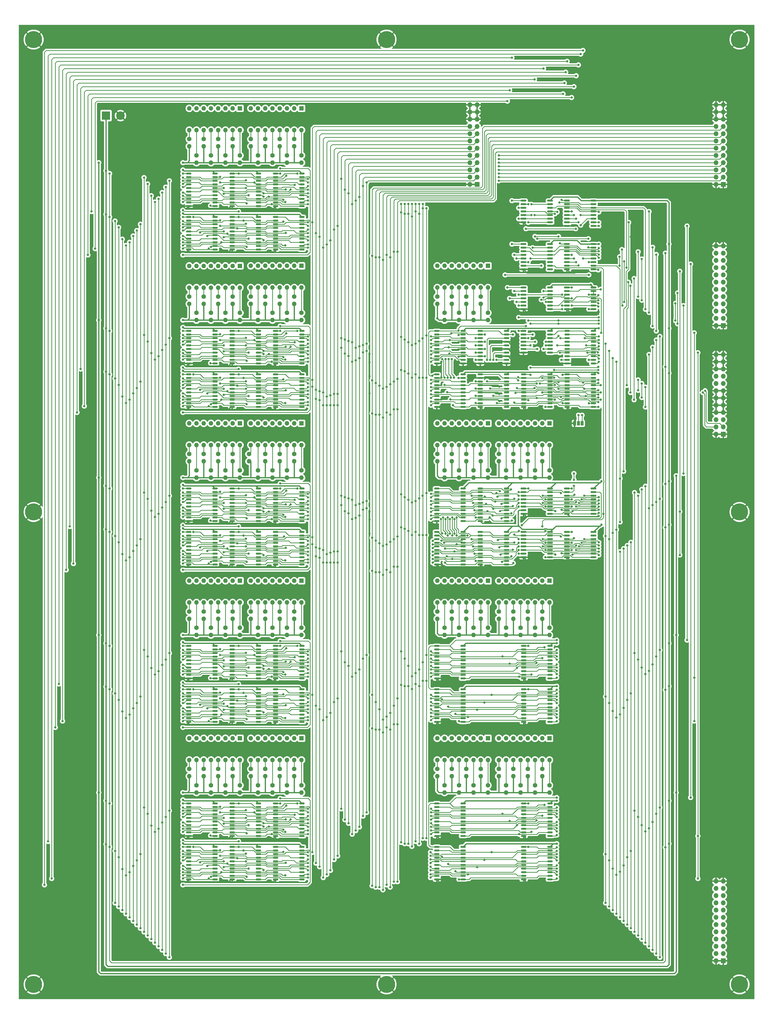
<source format=gbr>
%TF.GenerationSoftware,KiCad,Pcbnew,6.0.7-f9a2dced07~116~ubuntu20.04.1*%
%TF.CreationDate,2022-09-16T12:59:34+02:00*%
%TF.ProjectId,px16_regfile,70783136-5f72-4656-9766-696c652e6b69,2*%
%TF.SameCoordinates,Original*%
%TF.FileFunction,Copper,L1,Top*%
%TF.FilePolarity,Positive*%
%FSLAX46Y46*%
G04 Gerber Fmt 4.6, Leading zero omitted, Abs format (unit mm)*
G04 Created by KiCad (PCBNEW 6.0.7-f9a2dced07~116~ubuntu20.04.1) date 2022-09-16 12:59:34*
%MOMM*%
%LPD*%
G01*
G04 APERTURE LIST*
G04 Aperture macros list*
%AMRoundRect*
0 Rectangle with rounded corners*
0 $1 Rounding radius*
0 $2 $3 $4 $5 $6 $7 $8 $9 X,Y pos of 4 corners*
0 Add a 4 corners polygon primitive as box body*
4,1,4,$2,$3,$4,$5,$6,$7,$8,$9,$2,$3,0*
0 Add four circle primitives for the rounded corners*
1,1,$1+$1,$2,$3*
1,1,$1+$1,$4,$5*
1,1,$1+$1,$6,$7*
1,1,$1+$1,$8,$9*
0 Add four rect primitives between the rounded corners*
20,1,$1+$1,$2,$3,$4,$5,0*
20,1,$1+$1,$4,$5,$6,$7,0*
20,1,$1+$1,$6,$7,$8,$9,0*
20,1,$1+$1,$8,$9,$2,$3,0*%
G04 Aperture macros list end*
%TA.AperFunction,SMDPad,CuDef*%
%ADD10RoundRect,0.150000X-0.800000X-0.150000X0.800000X-0.150000X0.800000X0.150000X-0.800000X0.150000X0*%
%TD*%
%TA.AperFunction,ComponentPad*%
%ADD11R,1.600000X1.600000*%
%TD*%
%TA.AperFunction,ComponentPad*%
%ADD12O,1.600000X1.600000*%
%TD*%
%TA.AperFunction,ComponentPad*%
%ADD13C,1.600000*%
%TD*%
%TA.AperFunction,SMDPad,CuDef*%
%ADD14RoundRect,0.150000X-0.875000X-0.150000X0.875000X-0.150000X0.875000X0.150000X-0.875000X0.150000X0*%
%TD*%
%TA.AperFunction,SMDPad,CuDef*%
%ADD15R,1.000000X1.500000*%
%TD*%
%TA.AperFunction,ComponentPad*%
%ADD16C,6.000000*%
%TD*%
%TA.AperFunction,ComponentPad*%
%ADD17R,1.700000X1.700000*%
%TD*%
%TA.AperFunction,ComponentPad*%
%ADD18O,1.700000X1.700000*%
%TD*%
%TA.AperFunction,ComponentPad*%
%ADD19R,3.000000X3.000000*%
%TD*%
%TA.AperFunction,ComponentPad*%
%ADD20C,3.000000*%
%TD*%
%TA.AperFunction,ViaPad*%
%ADD21C,0.800000*%
%TD*%
%TA.AperFunction,Conductor*%
%ADD22C,0.400000*%
%TD*%
%TA.AperFunction,Conductor*%
%ADD23C,0.250000*%
%TD*%
G04 APERTURE END LIST*
D10*
%TO.P,U30,1,OEa*%
%TO.N,/~{ST-OEb}*%
X119225000Y-313055000D03*
%TO.P,U30,2,I0a*%
%TO.N,/STQ8*%
X119225000Y-314325000D03*
%TO.P,U30,3,O3b*%
%TO.N,/PbB15*%
X119225000Y-315595000D03*
%TO.P,U30,4,I1a*%
%TO.N,/STQ9*%
X119225000Y-316865000D03*
%TO.P,U30,5,O2b*%
%TO.N,/PbB14*%
X119225000Y-318135000D03*
%TO.P,U30,6,I2a*%
%TO.N,/STQ10*%
X119225000Y-319405000D03*
%TO.P,U30,7,O1b*%
%TO.N,/PbB13*%
X119225000Y-320675000D03*
%TO.P,U30,8,I3a*%
%TO.N,/STQ11*%
X119225000Y-321945000D03*
%TO.P,U30,9,O0b*%
%TO.N,/PbB12*%
X119225000Y-323215000D03*
%TO.P,U30,10,GND*%
%TO.N,GND*%
X119225000Y-324485000D03*
%TO.P,U30,11,I0b*%
%TO.N,/STQ12*%
X128425000Y-324485000D03*
%TO.P,U30,12,O3a*%
%TO.N,/PbB11*%
X128425000Y-323215000D03*
%TO.P,U30,13,I1b*%
%TO.N,/STQ13*%
X128425000Y-321945000D03*
%TO.P,U30,14,O2a*%
%TO.N,/PbB10*%
X128425000Y-320675000D03*
%TO.P,U30,15,I2b*%
%TO.N,/STQ14*%
X128425000Y-319405000D03*
%TO.P,U30,16,O1a*%
%TO.N,/PbB9*%
X128425000Y-318135000D03*
%TO.P,U30,17,I3b*%
%TO.N,/STQ15*%
X128425000Y-316865000D03*
%TO.P,U30,18,O0a*%
%TO.N,/PbB8*%
X128425000Y-315595000D03*
%TO.P,U30,19,OEb*%
%TO.N,/~{ST-OEb}*%
X128425000Y-314325000D03*
%TO.P,U30,20,VCC*%
%TO.N,+5V*%
X128425000Y-313055000D03*
%TD*%
D11*
%TO.P,D9,1,A*%
%TO.N,/STQ0*%
X128270000Y-274955000D03*
D12*
%TO.P,D9,2,A*%
%TO.N,/STQ1*%
X125730000Y-274955000D03*
%TO.P,D9,3,A*%
%TO.N,/STQ2*%
X123190000Y-274955000D03*
%TO.P,D9,4,A*%
%TO.N,/STQ3*%
X120650000Y-274955000D03*
%TO.P,D9,5,A*%
%TO.N,/STQ4*%
X118110000Y-274955000D03*
%TO.P,D9,6,A*%
%TO.N,/STQ5*%
X115570000Y-274955000D03*
%TO.P,D9,7,A*%
%TO.N,/STQ6*%
X113030000Y-274955000D03*
%TO.P,D9,8,A*%
%TO.N,/STQ7*%
X110490000Y-274955000D03*
%TO.P,D9,9,K*%
%TO.N,Net-(D9-Pad9)*%
X110490000Y-282575000D03*
%TO.P,D9,10,K*%
%TO.N,Net-(D9-Pad10)*%
X113030000Y-282575000D03*
%TO.P,D9,11,K*%
%TO.N,Net-(D9-Pad11)*%
X115570000Y-282575000D03*
%TO.P,D9,12,K*%
%TO.N,Net-(D9-Pad12)*%
X118110000Y-282575000D03*
%TO.P,D9,13,K*%
%TO.N,Net-(D9-Pad13)*%
X120650000Y-282575000D03*
%TO.P,D9,14,K*%
%TO.N,Net-(D9-Pad14)*%
X123190000Y-282575000D03*
%TO.P,D9,15,K*%
%TO.N,Net-(D9-Pad15)*%
X125730000Y-282575000D03*
%TO.P,D9,16,K*%
%TO.N,Net-(D9-Pad16)*%
X128270000Y-282575000D03*
%TD*%
D13*
%TO.P,R19,1*%
%TO.N,Net-(D3-Pad11)*%
X115570000Y-120015000D03*
D12*
%TO.P,R19,2*%
%TO.N,/LED_GND*%
X115570000Y-122555000D03*
%TD*%
D10*
%TO.P,U38,1,OEa*%
%TO.N,/~{PF-OEa}*%
X175740000Y-132080000D03*
%TO.P,U38,2,I0a*%
%TO.N,/QNMI*%
X175740000Y-133350000D03*
%TO.P,U38,3,O3b*%
%TO.N,/PbA7*%
X175740000Y-134620000D03*
%TO.P,U38,4,I1a*%
%TO.N,/QIRQ*%
X175740000Y-135890000D03*
%TO.P,U38,5,O2b*%
%TO.N,/PbA6*%
X175740000Y-137160000D03*
%TO.P,U38,6,I2a*%
%TO.N,/QIntSw*%
X175740000Y-138430000D03*
%TO.P,U38,7,O1b*%
%TO.N,/PbA5*%
X175740000Y-139700000D03*
%TO.P,U38,8,I3a*%
%TO.N,/QIntProg*%
X175740000Y-140970000D03*
%TO.P,U38,9,O0b*%
%TO.N,/PbA4*%
X175740000Y-142240000D03*
%TO.P,U38,10,GND*%
%TO.N,GND*%
X175740000Y-143510000D03*
%TO.P,U38,11,I0b*%
X184940000Y-143510000D03*
%TO.P,U38,12,O3a*%
%TO.N,/PbA3*%
X184940000Y-142240000D03*
%TO.P,U38,13,I1b*%
%TO.N,GND*%
X184940000Y-140970000D03*
%TO.P,U38,14,O2a*%
%TO.N,/PbA2*%
X184940000Y-139700000D03*
%TO.P,U38,15,I2b*%
%TO.N,GND*%
X184940000Y-138430000D03*
%TO.P,U38,16,O1a*%
%TO.N,/PbA1*%
X184940000Y-137160000D03*
%TO.P,U38,17,I3b*%
%TO.N,GND*%
X184940000Y-135890000D03*
%TO.P,U38,18,O0a*%
%TO.N,/PbA0*%
X184940000Y-134620000D03*
%TO.P,U38,19,OEb*%
%TO.N,/~{PF-OEa}*%
X184940000Y-133350000D03*
%TO.P,U38,20,VCC*%
%TO.N,+5V*%
X184940000Y-132080000D03*
%TD*%
D13*
%TO.P,R38,1*%
%TO.N,Net-(D5-Pad14)*%
X123190000Y-180975000D03*
D12*
%TO.P,R38,2*%
%TO.N,/LED_GND*%
X123190000Y-183515000D03*
%TD*%
D13*
%TO.P,R75,1*%
%TO.N,Net-(D10-Pad11)*%
X93980000Y-285750000D03*
D12*
%TO.P,R75,2*%
%TO.N,/LED_GND*%
X93980000Y-288290000D03*
%TD*%
D13*
%TO.P,R33,1*%
%TO.N,Net-(D5-Pad9)*%
X109855000Y-175260000D03*
D12*
%TO.P,R33,2*%
%TO.N,/LED_GND*%
X109855000Y-177800000D03*
%TD*%
D14*
%TO.P,U45,1,~{MR}*%
%TO.N,/~{RST}*%
X221410000Y-187325000D03*
%TO.P,U45,2,CP*%
%TO.N,/CLK*%
X221410000Y-188595000D03*
%TO.P,U45,3,D0*%
%TO.N,/Db4*%
X221410000Y-189865000D03*
%TO.P,U45,4,D1*%
%TO.N,/Db5*%
X221410000Y-191135000D03*
%TO.P,U45,5,D2*%
%TO.N,/Db6*%
X221410000Y-192405000D03*
%TO.P,U45,6,D3*%
%TO.N,/Db7*%
X221410000Y-193675000D03*
%TO.P,U45,7,CEP*%
%TO.N,Net-(U44-Pad15)*%
X221410000Y-194945000D03*
%TO.P,U45,8,GND*%
%TO.N,GND*%
X221410000Y-196215000D03*
%TO.P,U45,9,~{PE}*%
%TO.N,/~{PC-WE}*%
X230710000Y-196215000D03*
%TO.P,U45,10,CET*%
%TO.N,/Inc*%
X230710000Y-194945000D03*
%TO.P,U45,11,Q3*%
%TO.N,/PCQ7*%
X230710000Y-193675000D03*
%TO.P,U45,12,Q2*%
%TO.N,/PCQ6*%
X230710000Y-192405000D03*
%TO.P,U45,13,Q1*%
%TO.N,/PCQ5*%
X230710000Y-191135000D03*
%TO.P,U45,14,Q0*%
%TO.N,/PCQ4*%
X230710000Y-189865000D03*
%TO.P,U45,15,TC*%
%TO.N,Net-(U45-Pad15)*%
X230710000Y-188595000D03*
%TO.P,U45,16,VCC*%
%TO.N,+5V*%
X230710000Y-187325000D03*
%TD*%
D10*
%TO.P,U55,1,~{Mr}*%
%TO.N,/~{RST}*%
X206220000Y-242570000D03*
%TO.P,U55,2,Q0*%
%TO.N,/ImmQa0*%
X206220000Y-243840000D03*
%TO.P,U55,3,D0*%
%TO.N,/Db0*%
X206220000Y-245110000D03*
%TO.P,U55,4,D1*%
%TO.N,/Db1*%
X206220000Y-246380000D03*
%TO.P,U55,5,Q1*%
%TO.N,/ImmQa1*%
X206220000Y-247650000D03*
%TO.P,U55,6,Q2*%
%TO.N,/ImmQa2*%
X206220000Y-248920000D03*
%TO.P,U55,7,D2*%
%TO.N,/Db2*%
X206220000Y-250190000D03*
%TO.P,U55,8,D3*%
%TO.N,/Db3*%
X206220000Y-251460000D03*
%TO.P,U55,9,Q3*%
%TO.N,/ImmQa3*%
X206220000Y-252730000D03*
%TO.P,U55,10,GND*%
%TO.N,GND*%
X206220000Y-254000000D03*
%TO.P,U55,11,Cp*%
%TO.N,/Imm-WEb*%
X215420000Y-254000000D03*
%TO.P,U55,12,Q4*%
%TO.N,/ImmQa4*%
X215420000Y-252730000D03*
%TO.P,U55,13,D4*%
%TO.N,/Db4*%
X215420000Y-251460000D03*
%TO.P,U55,14,D5*%
%TO.N,/Db5*%
X215420000Y-250190000D03*
%TO.P,U55,15,Q5*%
%TO.N,/ImmQa5*%
X215420000Y-248920000D03*
%TO.P,U55,16,Q6*%
%TO.N,/ImmQa6*%
X215420000Y-247650000D03*
%TO.P,U55,17,D6*%
%TO.N,/Db6*%
X215420000Y-246380000D03*
%TO.P,U55,18,D7*%
%TO.N,/Db7*%
X215420000Y-245110000D03*
%TO.P,U55,19,Q7*%
%TO.N,/ImmQa7*%
X215420000Y-243840000D03*
%TO.P,U55,20,VCC*%
%TO.N,+5V*%
X215420000Y-242570000D03*
%TD*%
D13*
%TO.P,R17,1*%
%TO.N,Net-(D3-Pad9)*%
X110490000Y-120015000D03*
D12*
%TO.P,R17,2*%
%TO.N,/LED_GND*%
X110490000Y-122555000D03*
%TD*%
D10*
%TO.P,U6,1,OEa*%
%TO.N,/~{R0-OEb}*%
X119225000Y-92075000D03*
%TO.P,U6,2,I0a*%
%TO.N,/R0Q8*%
X119225000Y-93345000D03*
%TO.P,U6,3,O3b*%
%TO.N,/PbB15*%
X119225000Y-94615000D03*
%TO.P,U6,4,I1a*%
%TO.N,/R0Q9*%
X119225000Y-95885000D03*
%TO.P,U6,5,O2b*%
%TO.N,/PbB14*%
X119225000Y-97155000D03*
%TO.P,U6,6,I2a*%
%TO.N,/R0Q10*%
X119225000Y-98425000D03*
%TO.P,U6,7,O1b*%
%TO.N,/PbB13*%
X119225000Y-99695000D03*
%TO.P,U6,8,I3a*%
%TO.N,/R0Q11*%
X119225000Y-100965000D03*
%TO.P,U6,9,O0b*%
%TO.N,/PbB12*%
X119225000Y-102235000D03*
%TO.P,U6,10,GND*%
%TO.N,GND*%
X119225000Y-103505000D03*
%TO.P,U6,11,I0b*%
%TO.N,/R0Q12*%
X128425000Y-103505000D03*
%TO.P,U6,12,O3a*%
%TO.N,/PbB11*%
X128425000Y-102235000D03*
%TO.P,U6,13,I1b*%
%TO.N,/R0Q13*%
X128425000Y-100965000D03*
%TO.P,U6,14,O2a*%
%TO.N,/PbB10*%
X128425000Y-99695000D03*
%TO.P,U6,15,I2b*%
%TO.N,/R0Q14*%
X128425000Y-98425000D03*
%TO.P,U6,16,O1a*%
%TO.N,/PbB9*%
X128425000Y-97155000D03*
%TO.P,U6,17,I3b*%
%TO.N,/R0Q15*%
X128425000Y-95885000D03*
%TO.P,U6,18,O0a*%
%TO.N,/PbB8*%
X128425000Y-94615000D03*
%TO.P,U6,19,OEb*%
%TO.N,/~{R0-OEb}*%
X128425000Y-93345000D03*
%TO.P,U6,20,VCC*%
%TO.N,+5V*%
X128425000Y-92075000D03*
%TD*%
D13*
%TO.P,R90,1*%
%TO.N,Net-(D12-Pad10)*%
X178435000Y-180975000D03*
D12*
%TO.P,R90,2*%
%TO.N,/LED_GND*%
X178435000Y-183515000D03*
%TD*%
D13*
%TO.P,R97,1*%
%TO.N,Net-(D17-Pad9)*%
X175895000Y-120015000D03*
D12*
%TO.P,R97,2*%
%TO.N,/LED_GND*%
X175895000Y-122555000D03*
%TD*%
D13*
%TO.P,R82,1*%
%TO.N,Net-(D11-Pad10)*%
X200025000Y-180975000D03*
D12*
%TO.P,R82,2*%
%TO.N,/LED_GND*%
X200025000Y-183515000D03*
%TD*%
D13*
%TO.P,R11,1*%
%TO.N,Net-(D2-Pad11)*%
X93980000Y-64770000D03*
D12*
%TO.P,R11,2*%
%TO.N,/LED_GND*%
X93980000Y-67310000D03*
%TD*%
D10*
%TO.P,U17,1,OEa*%
%TO.N,/~{R2-OEa}*%
X103985000Y-202565000D03*
%TO.P,U17,2,I0a*%
%TO.N,/R2Q8*%
X103985000Y-203835000D03*
%TO.P,U17,3,O3b*%
%TO.N,/PbA15*%
X103985000Y-205105000D03*
%TO.P,U17,4,I1a*%
%TO.N,/R2Q9*%
X103985000Y-206375000D03*
%TO.P,U17,5,O2b*%
%TO.N,/PbA14*%
X103985000Y-207645000D03*
%TO.P,U17,6,I2a*%
%TO.N,/R2Q10*%
X103985000Y-208915000D03*
%TO.P,U17,7,O1b*%
%TO.N,/PbA13*%
X103985000Y-210185000D03*
%TO.P,U17,8,I3a*%
%TO.N,/R2Q11*%
X103985000Y-211455000D03*
%TO.P,U17,9,O0b*%
%TO.N,/PbA12*%
X103985000Y-212725000D03*
%TO.P,U17,10,GND*%
%TO.N,GND*%
X103985000Y-213995000D03*
%TO.P,U17,11,I0b*%
%TO.N,/R2Q12*%
X113185000Y-213995000D03*
%TO.P,U17,12,O3a*%
%TO.N,/PbA11*%
X113185000Y-212725000D03*
%TO.P,U17,13,I1b*%
%TO.N,/R2Q13*%
X113185000Y-211455000D03*
%TO.P,U17,14,O2a*%
%TO.N,/PbA10*%
X113185000Y-210185000D03*
%TO.P,U17,15,I2b*%
%TO.N,/R2Q14*%
X113185000Y-208915000D03*
%TO.P,U17,16,O1a*%
%TO.N,/PbA9*%
X113185000Y-207645000D03*
%TO.P,U17,17,I3b*%
%TO.N,/R2Q15*%
X113185000Y-206375000D03*
%TO.P,U17,18,O0a*%
%TO.N,/PbA8*%
X113185000Y-205105000D03*
%TO.P,U17,19,OEb*%
%TO.N,/~{R2-OEa}*%
X113185000Y-203835000D03*
%TO.P,U17,20,VCC*%
%TO.N,+5V*%
X113185000Y-202565000D03*
%TD*%
D13*
%TO.P,R94,1*%
%TO.N,Net-(D12-Pad14)*%
X188595000Y-180975000D03*
D12*
%TO.P,R94,2*%
%TO.N,/LED_GND*%
X188595000Y-183515000D03*
%TD*%
D13*
%TO.P,R135,1*%
%TO.N,Net-(D16-Pad16)*%
X193675000Y-291465000D03*
D12*
%TO.P,R135,2*%
%TO.N,/LED_GND*%
X193675000Y-294005000D03*
%TD*%
D10*
%TO.P,U54,1,~{Mr}*%
%TO.N,/~{RST}*%
X206220000Y-313055000D03*
%TO.P,U54,2,Q0*%
%TO.N,/ImmQb8*%
X206220000Y-314325000D03*
%TO.P,U54,3,D0*%
%TO.N,/Db8*%
X206220000Y-315595000D03*
%TO.P,U54,4,D1*%
%TO.N,/Db9*%
X206220000Y-316865000D03*
%TO.P,U54,5,Q1*%
%TO.N,/ImmQb9*%
X206220000Y-318135000D03*
%TO.P,U54,6,Q2*%
%TO.N,/ImmQb10*%
X206220000Y-319405000D03*
%TO.P,U54,7,D2*%
%TO.N,/Db10*%
X206220000Y-320675000D03*
%TO.P,U54,8,D3*%
%TO.N,/Db11*%
X206220000Y-321945000D03*
%TO.P,U54,9,Q3*%
%TO.N,/ImmQb11*%
X206220000Y-323215000D03*
%TO.P,U54,10,GND*%
%TO.N,GND*%
X206220000Y-324485000D03*
%TO.P,U54,11,Cp*%
%TO.N,/Imm-WEa*%
X215420000Y-324485000D03*
%TO.P,U54,12,Q4*%
%TO.N,/ImmQb12*%
X215420000Y-323215000D03*
%TO.P,U54,13,D4*%
%TO.N,/Db12*%
X215420000Y-321945000D03*
%TO.P,U54,14,D5*%
%TO.N,/Db13*%
X215420000Y-320675000D03*
%TO.P,U54,15,Q5*%
%TO.N,/ImmQb13*%
X215420000Y-319405000D03*
%TO.P,U54,16,Q6*%
%TO.N,/ImmQb14*%
X215420000Y-318135000D03*
%TO.P,U54,17,D6*%
%TO.N,/Db14*%
X215420000Y-316865000D03*
%TO.P,U54,18,D7*%
%TO.N,/Db15*%
X215420000Y-315595000D03*
%TO.P,U54,19,Q7*%
%TO.N,/ImmQb15*%
X215420000Y-314325000D03*
%TO.P,U54,20,VCC*%
%TO.N,+5V*%
X215420000Y-313055000D03*
%TD*%
D13*
%TO.P,R109,1*%
%TO.N,Net-(D13-Pad14)*%
X210185000Y-236220000D03*
D12*
%TO.P,R109,2*%
%TO.N,/LED_GND*%
X210185000Y-238760000D03*
%TD*%
D13*
%TO.P,R113,1*%
%TO.N,Net-(D14-Pad10)*%
X178435000Y-236220000D03*
D12*
%TO.P,R113,2*%
%TO.N,/LED_GND*%
X178435000Y-238760000D03*
%TD*%
D13*
%TO.P,R21,1*%
%TO.N,Net-(D3-Pad13)*%
X120650000Y-120015000D03*
D12*
%TO.P,R21,2*%
%TO.N,/LED_GND*%
X120650000Y-122555000D03*
%TD*%
D10*
%TO.P,U50,1,OEa*%
%TO.N,/~{PC-OEa}*%
X175740000Y-202565000D03*
%TO.P,U50,2,I0a*%
%TO.N,/PCQ8*%
X175740000Y-203835000D03*
%TO.P,U50,3,O3b*%
%TO.N,/PbA15*%
X175740000Y-205105000D03*
%TO.P,U50,4,I1a*%
%TO.N,/PCQ9*%
X175740000Y-206375000D03*
%TO.P,U50,5,O2b*%
%TO.N,/PbA14*%
X175740000Y-207645000D03*
%TO.P,U50,6,I2a*%
%TO.N,/PCQ10*%
X175740000Y-208915000D03*
%TO.P,U50,7,O1b*%
%TO.N,/PbA13*%
X175740000Y-210185000D03*
%TO.P,U50,8,I3a*%
%TO.N,/PCQ11*%
X175740000Y-211455000D03*
%TO.P,U50,9,O0b*%
%TO.N,/PbA12*%
X175740000Y-212725000D03*
%TO.P,U50,10,GND*%
%TO.N,GND*%
X175740000Y-213995000D03*
%TO.P,U50,11,I0b*%
%TO.N,/PCQ12*%
X184940000Y-213995000D03*
%TO.P,U50,12,O3a*%
%TO.N,/PbA11*%
X184940000Y-212725000D03*
%TO.P,U50,13,I1b*%
%TO.N,/PCQ13*%
X184940000Y-211455000D03*
%TO.P,U50,14,O2a*%
%TO.N,/PbA10*%
X184940000Y-210185000D03*
%TO.P,U50,15,I2b*%
%TO.N,/PCQ14*%
X184940000Y-208915000D03*
%TO.P,U50,16,O1a*%
%TO.N,/PbA9*%
X184940000Y-207645000D03*
%TO.P,U50,17,I3b*%
%TO.N,/PCQ15*%
X184940000Y-206375000D03*
%TO.P,U50,18,O0a*%
%TO.N,/PbA8*%
X184940000Y-205105000D03*
%TO.P,U50,19,OEb*%
%TO.N,/~{PC-OEa}*%
X184940000Y-203835000D03*
%TO.P,U50,20,VCC*%
%TO.N,+5V*%
X184940000Y-202565000D03*
%TD*%
D14*
%TO.P,U32,1*%
%TO.N,/D2*%
X206170000Y-132080000D03*
%TO.P,U32,2*%
%TO.N,/~{D2}*%
X206170000Y-133350000D03*
%TO.P,U32,3*%
%TO.N,/A2*%
X206170000Y-134620000D03*
%TO.P,U32,4*%
%TO.N,/~{A2}*%
X206170000Y-135890000D03*
%TO.P,U32,5*%
%TO.N,/B2*%
X206170000Y-137160000D03*
%TO.P,U32,6*%
%TO.N,/~{B2}*%
X206170000Y-138430000D03*
%TO.P,U32,7,GND*%
%TO.N,GND*%
X206170000Y-139700000D03*
%TO.P,U32,8*%
%TO.N,/Imm-WEa*%
X215470000Y-139700000D03*
%TO.P,U32,9*%
%TO.N,Net-(U32-Pad9)*%
X215470000Y-138430000D03*
%TO.P,U32,10*%
%TO.N,Net-(U32-Pad10)*%
X215470000Y-137160000D03*
%TO.P,U32,11*%
%TO.N,Net-(U32-Pad11)*%
X215470000Y-135890000D03*
%TO.P,U32,12*%
%TO.N,/PF-Wa*%
X215470000Y-134620000D03*
%TO.P,U32,13*%
%TO.N,/~{PF-Wa}*%
X215470000Y-133350000D03*
%TO.P,U32,14,VCC*%
%TO.N,+5V*%
X215470000Y-132080000D03*
%TD*%
D13*
%TO.P,R84,1*%
%TO.N,Net-(D11-Pad12)*%
X205105000Y-180975000D03*
D12*
%TO.P,R84,2*%
%TO.N,/LED_GND*%
X205105000Y-183515000D03*
%TD*%
D13*
%TO.P,R48,1*%
%TO.N,Net-(D6-Pad16)*%
X106680000Y-180975000D03*
D12*
%TO.P,R48,2*%
%TO.N,/LED_GND*%
X106680000Y-183515000D03*
%TD*%
D10*
%TO.P,U23,1,OEa*%
%TO.N,/~{R3-OEa}*%
X103985000Y-257810000D03*
%TO.P,U23,2,I0a*%
%TO.N,/R3Q8*%
X103985000Y-259080000D03*
%TO.P,U23,3,O3b*%
%TO.N,/PbA15*%
X103985000Y-260350000D03*
%TO.P,U23,4,I1a*%
%TO.N,/R3Q9*%
X103985000Y-261620000D03*
%TO.P,U23,5,O2b*%
%TO.N,/PbA14*%
X103985000Y-262890000D03*
%TO.P,U23,6,I2a*%
%TO.N,/R3Q10*%
X103985000Y-264160000D03*
%TO.P,U23,7,O1b*%
%TO.N,/PbA13*%
X103985000Y-265430000D03*
%TO.P,U23,8,I3a*%
%TO.N,/R3Q11*%
X103985000Y-266700000D03*
%TO.P,U23,9,O0b*%
%TO.N,/PbA12*%
X103985000Y-267970000D03*
%TO.P,U23,10,GND*%
%TO.N,GND*%
X103985000Y-269240000D03*
%TO.P,U23,11,I0b*%
%TO.N,/R3Q12*%
X113185000Y-269240000D03*
%TO.P,U23,12,O3a*%
%TO.N,/PbA11*%
X113185000Y-267970000D03*
%TO.P,U23,13,I1b*%
%TO.N,/R3Q13*%
X113185000Y-266700000D03*
%TO.P,U23,14,O2a*%
%TO.N,/PbA10*%
X113185000Y-265430000D03*
%TO.P,U23,15,I2b*%
%TO.N,/R3Q14*%
X113185000Y-264160000D03*
%TO.P,U23,16,O1a*%
%TO.N,/PbA9*%
X113185000Y-262890000D03*
%TO.P,U23,17,I3b*%
%TO.N,/R3Q15*%
X113185000Y-261620000D03*
%TO.P,U23,18,O0a*%
%TO.N,/PbA8*%
X113185000Y-260350000D03*
%TO.P,U23,19,OEb*%
%TO.N,/~{R3-OEa}*%
X113185000Y-259080000D03*
%TO.P,U23,20,VCC*%
%TO.N,+5V*%
X113185000Y-257810000D03*
%TD*%
D13*
%TO.P,R62,1*%
%TO.N,Net-(D8-Pad14)*%
X101600000Y-236220000D03*
D12*
%TO.P,R62,2*%
%TO.N,/LED_GND*%
X101600000Y-238760000D03*
%TD*%
D13*
%TO.P,R24,1*%
%TO.N,Net-(D3-Pad16)*%
X128270000Y-125730000D03*
D12*
%TO.P,R24,2*%
%TO.N,/LED_GND*%
X128270000Y-128270000D03*
%TD*%
D10*
%TO.P,U8,1,OEa*%
%TO.N,/~{R1-OEa}*%
X103985000Y-132080000D03*
%TO.P,U8,2,I0a*%
%TO.N,/R1Q0*%
X103985000Y-133350000D03*
%TO.P,U8,3,O3b*%
%TO.N,/PbA7*%
X103985000Y-134620000D03*
%TO.P,U8,4,I1a*%
%TO.N,/R1Q1*%
X103985000Y-135890000D03*
%TO.P,U8,5,O2b*%
%TO.N,/PbA6*%
X103985000Y-137160000D03*
%TO.P,U8,6,I2a*%
%TO.N,/R1Q2*%
X103985000Y-138430000D03*
%TO.P,U8,7,O1b*%
%TO.N,/PbA5*%
X103985000Y-139700000D03*
%TO.P,U8,8,I3a*%
%TO.N,/R1Q3*%
X103985000Y-140970000D03*
%TO.P,U8,9,O0b*%
%TO.N,/PbA4*%
X103985000Y-142240000D03*
%TO.P,U8,10,GND*%
%TO.N,GND*%
X103985000Y-143510000D03*
%TO.P,U8,11,I0b*%
%TO.N,/R1Q4*%
X113185000Y-143510000D03*
%TO.P,U8,12,O3a*%
%TO.N,/PbA3*%
X113185000Y-142240000D03*
%TO.P,U8,13,I1b*%
%TO.N,/R1Q5*%
X113185000Y-140970000D03*
%TO.P,U8,14,O2a*%
%TO.N,/PbA2*%
X113185000Y-139700000D03*
%TO.P,U8,15,I2b*%
%TO.N,/R1Q6*%
X113185000Y-138430000D03*
%TO.P,U8,16,O1a*%
%TO.N,/PbA1*%
X113185000Y-137160000D03*
%TO.P,U8,17,I3b*%
%TO.N,/R1Q7*%
X113185000Y-135890000D03*
%TO.P,U8,18,O0a*%
%TO.N,/PbA0*%
X113185000Y-134620000D03*
%TO.P,U8,19,OEb*%
%TO.N,/~{R1-OEa}*%
X113185000Y-133350000D03*
%TO.P,U8,20,VCC*%
%TO.N,+5V*%
X113185000Y-132080000D03*
%TD*%
D14*
%TO.P,U35,1*%
%TO.N,/R0-WE*%
X206170000Y-116840000D03*
%TO.P,U35,2*%
%TO.N,/~{R0-WE}*%
X206170000Y-118110000D03*
%TO.P,U35,3*%
%TO.N,Net-(U35-Pad12)*%
X206170000Y-119380000D03*
%TO.P,U35,4*%
%TO.N,/R1-WE*%
X206170000Y-120650000D03*
%TO.P,U35,5*%
%TO.N,/~{R1-WE}*%
X206170000Y-121920000D03*
%TO.P,U35,6*%
%TO.N,Net-(U35-Pad12)*%
X206170000Y-123190000D03*
%TO.P,U35,7,GND*%
%TO.N,GND*%
X206170000Y-124460000D03*
%TO.P,U35,8*%
%TO.N,/DIntProg*%
X215470000Y-124460000D03*
%TO.P,U35,9*%
%TO.N,/IntProg*%
X215470000Y-123190000D03*
%TO.P,U35,10*%
%TO.N,Net-(U32-Pad11)*%
X215470000Y-121920000D03*
%TO.P,U35,11*%
%TO.N,/~{R3-WE}*%
X215470000Y-120650000D03*
%TO.P,U35,12*%
%TO.N,Net-(U35-Pad12)*%
X215470000Y-119380000D03*
%TO.P,U35,13*%
%TO.N,/R3-WE*%
X215470000Y-118110000D03*
%TO.P,U35,14,VCC*%
%TO.N,+5V*%
X215470000Y-116840000D03*
%TD*%
D13*
%TO.P,R103,1*%
%TO.N,Net-(D17-Pad15)*%
X191135000Y-120015000D03*
D12*
%TO.P,R103,2*%
%TO.N,/LED_GND*%
X191135000Y-122555000D03*
%TD*%
D10*
%TO.P,U18,1,OEa*%
%TO.N,/~{R2-OEb}*%
X119225000Y-202565000D03*
%TO.P,U18,2,I0a*%
%TO.N,/R2Q8*%
X119225000Y-203835000D03*
%TO.P,U18,3,O3b*%
%TO.N,/PbB15*%
X119225000Y-205105000D03*
%TO.P,U18,4,I1a*%
%TO.N,/R2Q9*%
X119225000Y-206375000D03*
%TO.P,U18,5,O2b*%
%TO.N,/PbB14*%
X119225000Y-207645000D03*
%TO.P,U18,6,I2a*%
%TO.N,/R2Q10*%
X119225000Y-208915000D03*
%TO.P,U18,7,O1b*%
%TO.N,/PbB13*%
X119225000Y-210185000D03*
%TO.P,U18,8,I3a*%
%TO.N,/R2Q11*%
X119225000Y-211455000D03*
%TO.P,U18,9,O0b*%
%TO.N,/PbB12*%
X119225000Y-212725000D03*
%TO.P,U18,10,GND*%
%TO.N,GND*%
X119225000Y-213995000D03*
%TO.P,U18,11,I0b*%
%TO.N,/R2Q12*%
X128425000Y-213995000D03*
%TO.P,U18,12,O3a*%
%TO.N,/PbB11*%
X128425000Y-212725000D03*
%TO.P,U18,13,I1b*%
%TO.N,/R2Q13*%
X128425000Y-211455000D03*
%TO.P,U18,14,O2a*%
%TO.N,/PbB10*%
X128425000Y-210185000D03*
%TO.P,U18,15,I2b*%
%TO.N,/R2Q14*%
X128425000Y-208915000D03*
%TO.P,U18,16,O1a*%
%TO.N,/PbB9*%
X128425000Y-207645000D03*
%TO.P,U18,17,I3b*%
%TO.N,/R2Q15*%
X128425000Y-206375000D03*
%TO.P,U18,18,O0a*%
%TO.N,/PbB8*%
X128425000Y-205105000D03*
%TO.P,U18,19,OEb*%
%TO.N,/~{R2-OEb}*%
X128425000Y-203835000D03*
%TO.P,U18,20,VCC*%
%TO.N,+5V*%
X128425000Y-202565000D03*
%TD*%
%TO.P,U37,1,~{Mr}*%
%TO.N,/~{RST}*%
X206220000Y-147320000D03*
%TO.P,U37,2,Q0*%
%TO.N,/QNMI*%
X206220000Y-148590000D03*
%TO.P,U37,3,D0*%
%TO.N,/DNMI*%
X206220000Y-149860000D03*
%TO.P,U37,4,D1*%
%TO.N,/DIRQ*%
X206220000Y-151130000D03*
%TO.P,U37,5,Q1*%
%TO.N,/QIRQ*%
X206220000Y-152400000D03*
%TO.P,U37,6,Q2*%
%TO.N,/QIntSw*%
X206220000Y-153670000D03*
%TO.P,U37,7,D2*%
%TO.N,/DIntSw*%
X206220000Y-154940000D03*
%TO.P,U37,8,D3*%
%TO.N,Net-(U32-Pad10)*%
X206220000Y-156210000D03*
%TO.P,U37,9,Q3*%
%TO.N,/QIntProg*%
X206220000Y-157480000D03*
%TO.P,U37,10,GND*%
%TO.N,GND*%
X206220000Y-158750000D03*
%TO.P,U37,11,Cp*%
%TO.N,/PF-WE*%
X215420000Y-158750000D03*
%TO.P,U37,12,Q4*%
%TO.N,/QExFl*%
X215420000Y-157480000D03*
%TO.P,U37,13,D4*%
%TO.N,Net-(JP1-Pad2)*%
X215420000Y-156210000D03*
%TO.P,U37,14,D5*%
%TO.N,/DZero*%
X215420000Y-154940000D03*
%TO.P,U37,15,Q5*%
%TO.N,/QZero*%
X215420000Y-153670000D03*
%TO.P,U37,16,Q6*%
%TO.N,/QUCout*%
X215420000Y-152400000D03*
%TO.P,U37,17,D6*%
%TO.N,/DUCout*%
X215420000Y-151130000D03*
%TO.P,U37,18,D7*%
%TO.N,/DSCout*%
X215420000Y-149860000D03*
%TO.P,U37,19,Q7*%
%TO.N,/QSCout*%
X215420000Y-148590000D03*
%TO.P,U37,20,VCC*%
%TO.N,+5V*%
X215420000Y-147320000D03*
%TD*%
D15*
%TO.P,JP1,1,A*%
%TO.N,GND*%
X224125000Y-164465000D03*
%TO.P,JP1,2,C*%
%TO.N,Net-(JP1-Pad2)*%
X225425000Y-164465000D03*
%TO.P,JP1,3,B*%
%TO.N,/DExFl*%
X226725000Y-164465000D03*
%TD*%
D13*
%TO.P,R69,1*%
%TO.N,Net-(D9-Pad13)*%
X120650000Y-285750000D03*
D12*
%TO.P,R69,2*%
%TO.N,/LED_GND*%
X120650000Y-288290000D03*
%TD*%
D13*
%TO.P,R2,1*%
%TO.N,Net-(D1-Pad10)*%
X113030000Y-70485000D03*
D12*
%TO.P,R2,2*%
%TO.N,/LED_GND*%
X113030000Y-73025000D03*
%TD*%
D11*
%TO.P,D6,1,A*%
%TO.N,/R2Q8*%
X106680000Y-164465000D03*
D12*
%TO.P,D6,2,A*%
%TO.N,/R2Q9*%
X104140000Y-164465000D03*
%TO.P,D6,3,A*%
%TO.N,/R2Q10*%
X101600000Y-164465000D03*
%TO.P,D6,4,A*%
%TO.N,/R2Q11*%
X99060000Y-164465000D03*
%TO.P,D6,5,A*%
%TO.N,/R2Q12*%
X96520000Y-164465000D03*
%TO.P,D6,6,A*%
%TO.N,/R2Q13*%
X93980000Y-164465000D03*
%TO.P,D6,7,A*%
%TO.N,/R2Q14*%
X91440000Y-164465000D03*
%TO.P,D6,8,A*%
%TO.N,/R2Q15*%
X88900000Y-164465000D03*
%TO.P,D6,9,K*%
%TO.N,Net-(D6-Pad9)*%
X88900000Y-172085000D03*
%TO.P,D6,10,K*%
%TO.N,Net-(D6-Pad10)*%
X91440000Y-172085000D03*
%TO.P,D6,11,K*%
%TO.N,Net-(D6-Pad11)*%
X93980000Y-172085000D03*
%TO.P,D6,12,K*%
%TO.N,Net-(D6-Pad12)*%
X96520000Y-172085000D03*
%TO.P,D6,13,K*%
%TO.N,Net-(D6-Pad13)*%
X99060000Y-172085000D03*
%TO.P,D6,14,K*%
%TO.N,Net-(D6-Pad14)*%
X101600000Y-172085000D03*
%TO.P,D6,15,K*%
%TO.N,Net-(D6-Pad15)*%
X104140000Y-172085000D03*
%TO.P,D6,16,K*%
%TO.N,Net-(D6-Pad16)*%
X106680000Y-172085000D03*
%TD*%
D13*
%TO.P,R36,1*%
%TO.N,Net-(D5-Pad12)*%
X118110000Y-180975000D03*
D12*
%TO.P,R36,2*%
%TO.N,/LED_GND*%
X118110000Y-183515000D03*
%TD*%
D13*
%TO.P,R120,1*%
%TO.N,Net-(D15-Pad9)*%
X197485000Y-285750000D03*
D12*
%TO.P,R120,2*%
%TO.N,/LED_GND*%
X197485000Y-288290000D03*
%TD*%
D13*
%TO.P,R15,1*%
%TO.N,Net-(D2-Pad15)*%
X104140000Y-64770000D03*
D12*
%TO.P,R15,2*%
%TO.N,/LED_GND*%
X104140000Y-67310000D03*
%TD*%
D13*
%TO.P,R44,1*%
%TO.N,Net-(D6-Pad12)*%
X96520000Y-180975000D03*
D12*
%TO.P,R44,2*%
%TO.N,/LED_GND*%
X96520000Y-183515000D03*
%TD*%
D10*
%TO.P,U15,1,OEa*%
%TO.N,/~{R2-OEb}*%
X119225000Y-187325000D03*
%TO.P,U15,2,I0a*%
%TO.N,/R2Q0*%
X119225000Y-188595000D03*
%TO.P,U15,3,O3b*%
%TO.N,/PbB7*%
X119225000Y-189865000D03*
%TO.P,U15,4,I1a*%
%TO.N,/R2Q1*%
X119225000Y-191135000D03*
%TO.P,U15,5,O2b*%
%TO.N,/PbB6*%
X119225000Y-192405000D03*
%TO.P,U15,6,I2a*%
%TO.N,/R2Q2*%
X119225000Y-193675000D03*
%TO.P,U15,7,O1b*%
%TO.N,/PbB5*%
X119225000Y-194945000D03*
%TO.P,U15,8,I3a*%
%TO.N,/R2Q3*%
X119225000Y-196215000D03*
%TO.P,U15,9,O0b*%
%TO.N,/PbB4*%
X119225000Y-197485000D03*
%TO.P,U15,10,GND*%
%TO.N,GND*%
X119225000Y-198755000D03*
%TO.P,U15,11,I0b*%
%TO.N,/R2Q4*%
X128425000Y-198755000D03*
%TO.P,U15,12,O3a*%
%TO.N,/PbB3*%
X128425000Y-197485000D03*
%TO.P,U15,13,I1b*%
%TO.N,/R2Q5*%
X128425000Y-196215000D03*
%TO.P,U15,14,O2a*%
%TO.N,/PbB2*%
X128425000Y-194945000D03*
%TO.P,U15,15,I2b*%
%TO.N,/R2Q6*%
X128425000Y-193675000D03*
%TO.P,U15,16,O1a*%
%TO.N,/PbB1*%
X128425000Y-192405000D03*
%TO.P,U15,17,I3b*%
%TO.N,/R2Q7*%
X128425000Y-191135000D03*
%TO.P,U15,18,O0a*%
%TO.N,/PbB0*%
X128425000Y-189865000D03*
%TO.P,U15,19,OEb*%
%TO.N,/~{R2-OEb}*%
X128425000Y-188595000D03*
%TO.P,U15,20,VCC*%
%TO.N,+5V*%
X128425000Y-187325000D03*
%TD*%
D13*
%TO.P,R116,1*%
%TO.N,Net-(D14-Pad13)*%
X186055000Y-230505000D03*
D12*
%TO.P,R116,2*%
%TO.N,/LED_GND*%
X186055000Y-233045000D03*
%TD*%
D11*
%TO.P,D5,1,A*%
%TO.N,/R2Q0*%
X128270000Y-164465000D03*
D12*
%TO.P,D5,2,A*%
%TO.N,/R2Q1*%
X125730000Y-164465000D03*
%TO.P,D5,3,A*%
%TO.N,/R2Q2*%
X123190000Y-164465000D03*
%TO.P,D5,4,A*%
%TO.N,/R2Q3*%
X120650000Y-164465000D03*
%TO.P,D5,5,A*%
%TO.N,/R2Q4*%
X118110000Y-164465000D03*
%TO.P,D5,6,A*%
%TO.N,/R2Q5*%
X115570000Y-164465000D03*
%TO.P,D5,7,A*%
%TO.N,/R2Q6*%
X113030000Y-164465000D03*
%TO.P,D5,8,A*%
%TO.N,/R2Q7*%
X110490000Y-164465000D03*
%TO.P,D5,9,K*%
%TO.N,Net-(D5-Pad9)*%
X110490000Y-172085000D03*
%TO.P,D5,10,K*%
%TO.N,Net-(D5-Pad10)*%
X113030000Y-172085000D03*
%TO.P,D5,11,K*%
%TO.N,Net-(D5-Pad11)*%
X115570000Y-172085000D03*
%TO.P,D5,12,K*%
%TO.N,Net-(D5-Pad12)*%
X118110000Y-172085000D03*
%TO.P,D5,13,K*%
%TO.N,Net-(D5-Pad13)*%
X120650000Y-172085000D03*
%TO.P,D5,14,K*%
%TO.N,Net-(D5-Pad14)*%
X123190000Y-172085000D03*
%TO.P,D5,15,K*%
%TO.N,Net-(D5-Pad15)*%
X125730000Y-172085000D03*
%TO.P,D5,16,K*%
%TO.N,Net-(D5-Pad16)*%
X128270000Y-172085000D03*
%TD*%
D13*
%TO.P,R9,1*%
%TO.N,Net-(D2-Pad9)*%
X88900000Y-64770000D03*
D12*
%TO.P,R9,2*%
%TO.N,/LED_GND*%
X88900000Y-67310000D03*
%TD*%
D10*
%TO.P,U41,1,OEa*%
%TO.N,/PF-Wa*%
X221460000Y-147320000D03*
%TO.P,U41,2,I0a*%
%TO.N,/QNMI*%
X221460000Y-148590000D03*
%TO.P,U41,3,O3b*%
%TO.N,/DSCout*%
X221460000Y-149860000D03*
%TO.P,U41,4,I1a*%
%TO.N,/QIRQ*%
X221460000Y-151130000D03*
%TO.P,U41,5,O2b*%
%TO.N,/DUCout*%
X221460000Y-152400000D03*
%TO.P,U41,6,I2a*%
%TO.N,/QIntSw*%
X221460000Y-153670000D03*
%TO.P,U41,7,O1b*%
%TO.N,/DZero*%
X221460000Y-154940000D03*
%TO.P,U41,8,I3a*%
%TO.N,/QIntProg*%
X221460000Y-156210000D03*
%TO.P,U41,9,O0b*%
%TO.N,/DExFl*%
X221460000Y-157480000D03*
%TO.P,U41,10,GND*%
%TO.N,GND*%
X221460000Y-158750000D03*
%TO.P,U41,11,I0b*%
%TO.N,/QExFl*%
X230660000Y-158750000D03*
%TO.P,U41,12,O3a*%
%TO.N,/DIntProg*%
X230660000Y-157480000D03*
%TO.P,U41,13,I1b*%
%TO.N,/Zero*%
X230660000Y-156210000D03*
%TO.P,U41,14,O2a*%
%TO.N,/DIntSw*%
X230660000Y-154940000D03*
%TO.P,U41,15,I2b*%
%TO.N,/UCout*%
X230660000Y-153670000D03*
%TO.P,U41,16,O1a*%
%TO.N,/DIRQ*%
X230660000Y-152400000D03*
%TO.P,U41,17,I3b*%
%TO.N,/SCout*%
X230660000Y-151130000D03*
%TO.P,U41,18,O0a*%
%TO.N,/DNMI*%
X230660000Y-149860000D03*
%TO.P,U41,19,OEb*%
%TO.N,/PF-Wa*%
X230660000Y-148590000D03*
%TO.P,U41,20,VCC*%
%TO.N,+5V*%
X230660000Y-147320000D03*
%TD*%
%TO.P,U46,1,OEa*%
%TO.N,/~{PC-OEa}*%
X175740000Y-187325000D03*
%TO.P,U46,2,I0a*%
%TO.N,/PCQ0*%
X175740000Y-188595000D03*
%TO.P,U46,3,O3b*%
%TO.N,/PbA7*%
X175740000Y-189865000D03*
%TO.P,U46,4,I1a*%
%TO.N,/PCQ1*%
X175740000Y-191135000D03*
%TO.P,U46,5,O2b*%
%TO.N,/PbA6*%
X175740000Y-192405000D03*
%TO.P,U46,6,I2a*%
%TO.N,/PCQ2*%
X175740000Y-193675000D03*
%TO.P,U46,7,O1b*%
%TO.N,/PbA5*%
X175740000Y-194945000D03*
%TO.P,U46,8,I3a*%
%TO.N,/PCQ3*%
X175740000Y-196215000D03*
%TO.P,U46,9,O0b*%
%TO.N,/PbA4*%
X175740000Y-197485000D03*
%TO.P,U46,10,GND*%
%TO.N,GND*%
X175740000Y-198755000D03*
%TO.P,U46,11,I0b*%
%TO.N,/PCQ4*%
X184940000Y-198755000D03*
%TO.P,U46,12,O3a*%
%TO.N,/PbA3*%
X184940000Y-197485000D03*
%TO.P,U46,13,I1b*%
%TO.N,/PCQ5*%
X184940000Y-196215000D03*
%TO.P,U46,14,O2a*%
%TO.N,/PbA2*%
X184940000Y-194945000D03*
%TO.P,U46,15,I2b*%
%TO.N,/PCQ6*%
X184940000Y-193675000D03*
%TO.P,U46,16,O1a*%
%TO.N,/PbA1*%
X184940000Y-192405000D03*
%TO.P,U46,17,I3b*%
%TO.N,/PCQ7*%
X184940000Y-191135000D03*
%TO.P,U46,18,O0a*%
%TO.N,/PbA0*%
X184940000Y-189865000D03*
%TO.P,U46,19,OEb*%
%TO.N,/~{PC-OEa}*%
X184940000Y-188595000D03*
%TO.P,U46,20,VCC*%
%TO.N,+5V*%
X184940000Y-187325000D03*
%TD*%
%TO.P,U40,1,OEa*%
%TO.N,/~{PF-Wa}*%
X221460000Y-132080000D03*
%TO.P,U40,2,I0a*%
%TO.N,/Db0*%
X221460000Y-133350000D03*
%TO.P,U40,3,O3b*%
%TO.N,/DSCout*%
X221460000Y-134620000D03*
%TO.P,U40,4,I1a*%
%TO.N,/Db1*%
X221460000Y-135890000D03*
%TO.P,U40,5,O2b*%
%TO.N,/DUCout*%
X221460000Y-137160000D03*
%TO.P,U40,6,I2a*%
%TO.N,/Db2*%
X221460000Y-138430000D03*
%TO.P,U40,7,O1b*%
%TO.N,/DZero*%
X221460000Y-139700000D03*
%TO.P,U40,8,I3a*%
%TO.N,/Db3*%
X221460000Y-140970000D03*
%TO.P,U40,9,O0b*%
%TO.N,/DExFl*%
X221460000Y-142240000D03*
%TO.P,U40,10,GND*%
%TO.N,GND*%
X221460000Y-143510000D03*
%TO.P,U40,11,I0b*%
%TO.N,/Db12*%
X230660000Y-143510000D03*
%TO.P,U40,12,O3a*%
%TO.N,/DIntProg*%
X230660000Y-142240000D03*
%TO.P,U40,13,I1b*%
%TO.N,/Db13*%
X230660000Y-140970000D03*
%TO.P,U40,14,O2a*%
%TO.N,/DIntSw*%
X230660000Y-139700000D03*
%TO.P,U40,15,I2b*%
%TO.N,/Db14*%
X230660000Y-138430000D03*
%TO.P,U40,16,O1a*%
%TO.N,/DIRQ*%
X230660000Y-137160000D03*
%TO.P,U40,17,I3b*%
%TO.N,/Db15*%
X230660000Y-135890000D03*
%TO.P,U40,18,O0a*%
%TO.N,/DNMI*%
X230660000Y-134620000D03*
%TO.P,U40,19,OEb*%
%TO.N,/~{PF-Wa}*%
X230660000Y-133350000D03*
%TO.P,U40,20,VCC*%
%TO.N,+5V*%
X230660000Y-132080000D03*
%TD*%
%TO.P,U7,1,~{Mr}*%
%TO.N,/~{RST}*%
X88745000Y-132080000D03*
%TO.P,U7,2,Q0*%
%TO.N,/R1Q0*%
X88745000Y-133350000D03*
%TO.P,U7,3,D0*%
%TO.N,/Db0*%
X88745000Y-134620000D03*
%TO.P,U7,4,D1*%
%TO.N,/Db1*%
X88745000Y-135890000D03*
%TO.P,U7,5,Q1*%
%TO.N,/R1Q1*%
X88745000Y-137160000D03*
%TO.P,U7,6,Q2*%
%TO.N,/R1Q2*%
X88745000Y-138430000D03*
%TO.P,U7,7,D2*%
%TO.N,/Db2*%
X88745000Y-139700000D03*
%TO.P,U7,8,D3*%
%TO.N,/Db3*%
X88745000Y-140970000D03*
%TO.P,U7,9,Q3*%
%TO.N,/R1Q3*%
X88745000Y-142240000D03*
%TO.P,U7,10,GND*%
%TO.N,GND*%
X88745000Y-143510000D03*
%TO.P,U7,11,Cp*%
%TO.N,/R1-WE*%
X97945000Y-143510000D03*
%TO.P,U7,12,Q4*%
%TO.N,/R1Q4*%
X97945000Y-142240000D03*
%TO.P,U7,13,D4*%
%TO.N,/Db4*%
X97945000Y-140970000D03*
%TO.P,U7,14,D5*%
%TO.N,/Db5*%
X97945000Y-139700000D03*
%TO.P,U7,15,Q5*%
%TO.N,/R1Q5*%
X97945000Y-138430000D03*
%TO.P,U7,16,Q6*%
%TO.N,/R1Q6*%
X97945000Y-137160000D03*
%TO.P,U7,17,D6*%
%TO.N,/Db6*%
X97945000Y-135890000D03*
%TO.P,U7,18,D7*%
%TO.N,/Db7*%
X97945000Y-134620000D03*
%TO.P,U7,19,Q7*%
%TO.N,/R1Q7*%
X97945000Y-133350000D03*
%TO.P,U7,20,VCC*%
%TO.N,+5V*%
X97945000Y-132080000D03*
%TD*%
D13*
%TO.P,R42,1*%
%TO.N,Net-(D6-Pad10)*%
X91440000Y-180975000D03*
D12*
%TO.P,R42,2*%
%TO.N,/LED_GND*%
X91440000Y-183515000D03*
%TD*%
D13*
%TO.P,R118,1*%
%TO.N,Net-(D14-Pad15)*%
X191135000Y-230505000D03*
D12*
%TO.P,R118,2*%
%TO.N,/LED_GND*%
X191135000Y-233045000D03*
%TD*%
D13*
%TO.P,R91,1*%
%TO.N,Net-(D12-Pad11)*%
X180975000Y-175260000D03*
D12*
%TO.P,R91,2*%
%TO.N,/LED_GND*%
X180975000Y-177800000D03*
%TD*%
D10*
%TO.P,U20,1,OEa*%
%TO.N,/~{R3-OEa}*%
X103985000Y-242570000D03*
%TO.P,U20,2,I0a*%
%TO.N,/R3Q0*%
X103985000Y-243840000D03*
%TO.P,U20,3,O3b*%
%TO.N,/PbA7*%
X103985000Y-245110000D03*
%TO.P,U20,4,I1a*%
%TO.N,/R3Q1*%
X103985000Y-246380000D03*
%TO.P,U20,5,O2b*%
%TO.N,/PbA6*%
X103985000Y-247650000D03*
%TO.P,U20,6,I2a*%
%TO.N,/R3Q2*%
X103985000Y-248920000D03*
%TO.P,U20,7,O1b*%
%TO.N,/PbA5*%
X103985000Y-250190000D03*
%TO.P,U20,8,I3a*%
%TO.N,/R3Q3*%
X103985000Y-251460000D03*
%TO.P,U20,9,O0b*%
%TO.N,/PbA4*%
X103985000Y-252730000D03*
%TO.P,U20,10,GND*%
%TO.N,GND*%
X103985000Y-254000000D03*
%TO.P,U20,11,I0b*%
%TO.N,/R3Q4*%
X113185000Y-254000000D03*
%TO.P,U20,12,O3a*%
%TO.N,/PbA3*%
X113185000Y-252730000D03*
%TO.P,U20,13,I1b*%
%TO.N,/R3Q5*%
X113185000Y-251460000D03*
%TO.P,U20,14,O2a*%
%TO.N,/PbA2*%
X113185000Y-250190000D03*
%TO.P,U20,15,I2b*%
%TO.N,/R3Q6*%
X113185000Y-248920000D03*
%TO.P,U20,16,O1a*%
%TO.N,/PbA1*%
X113185000Y-247650000D03*
%TO.P,U20,17,I3b*%
%TO.N,/R3Q7*%
X113185000Y-246380000D03*
%TO.P,U20,18,O0a*%
%TO.N,/PbA0*%
X113185000Y-245110000D03*
%TO.P,U20,19,OEb*%
%TO.N,/~{R3-OEa}*%
X113185000Y-243840000D03*
%TO.P,U20,20,VCC*%
%TO.N,+5V*%
X113185000Y-242570000D03*
%TD*%
D13*
%TO.P,R8,1*%
%TO.N,Net-(D1-Pad16)*%
X128270000Y-70485000D03*
D12*
%TO.P,R8,2*%
%TO.N,/LED_GND*%
X128270000Y-73025000D03*
%TD*%
D10*
%TO.P,U16,1,~{Mr}*%
%TO.N,/~{RST}*%
X88745000Y-202565000D03*
%TO.P,U16,2,Q0*%
%TO.N,/R2Q8*%
X88745000Y-203835000D03*
%TO.P,U16,3,D0*%
%TO.N,/Db8*%
X88745000Y-205105000D03*
%TO.P,U16,4,D1*%
%TO.N,/Db9*%
X88745000Y-206375000D03*
%TO.P,U16,5,Q1*%
%TO.N,/R2Q9*%
X88745000Y-207645000D03*
%TO.P,U16,6,Q2*%
%TO.N,/R2Q10*%
X88745000Y-208915000D03*
%TO.P,U16,7,D2*%
%TO.N,/Db10*%
X88745000Y-210185000D03*
%TO.P,U16,8,D3*%
%TO.N,/Db11*%
X88745000Y-211455000D03*
%TO.P,U16,9,Q3*%
%TO.N,/R2Q11*%
X88745000Y-212725000D03*
%TO.P,U16,10,GND*%
%TO.N,GND*%
X88745000Y-213995000D03*
%TO.P,U16,11,Cp*%
%TO.N,/R2-WE*%
X97945000Y-213995000D03*
%TO.P,U16,12,Q4*%
%TO.N,/R2Q12*%
X97945000Y-212725000D03*
%TO.P,U16,13,D4*%
%TO.N,/Db12*%
X97945000Y-211455000D03*
%TO.P,U16,14,D5*%
%TO.N,/Db13*%
X97945000Y-210185000D03*
%TO.P,U16,15,Q5*%
%TO.N,/R2Q13*%
X97945000Y-208915000D03*
%TO.P,U16,16,Q6*%
%TO.N,/R2Q14*%
X97945000Y-207645000D03*
%TO.P,U16,17,D6*%
%TO.N,/Db14*%
X97945000Y-206375000D03*
%TO.P,U16,18,D7*%
%TO.N,/Db15*%
X97945000Y-205105000D03*
%TO.P,U16,19,Q7*%
%TO.N,/R2Q15*%
X97945000Y-203835000D03*
%TO.P,U16,20,VCC*%
%TO.N,+5V*%
X97945000Y-202565000D03*
%TD*%
D13*
%TO.P,R108,1*%
%TO.N,Net-(D13-Pad13)*%
X207645000Y-230505000D03*
D12*
%TO.P,R108,2*%
%TO.N,/LED_GND*%
X207645000Y-233045000D03*
%TD*%
D13*
%TO.P,R117,1*%
%TO.N,Net-(D14-Pad14)*%
X188595000Y-236220000D03*
D12*
%TO.P,R117,2*%
%TO.N,/LED_GND*%
X188595000Y-238760000D03*
%TD*%
D13*
%TO.P,R61,1*%
%TO.N,Net-(D8-Pad13)*%
X99060000Y-230505000D03*
D12*
%TO.P,R61,2*%
%TO.N,/LED_GND*%
X99060000Y-233045000D03*
%TD*%
D10*
%TO.P,U14,1,OEa*%
%TO.N,/~{R2-OEa}*%
X103985000Y-187325000D03*
%TO.P,U14,2,I0a*%
%TO.N,/R2Q0*%
X103985000Y-188595000D03*
%TO.P,U14,3,O3b*%
%TO.N,/PbA7*%
X103985000Y-189865000D03*
%TO.P,U14,4,I1a*%
%TO.N,/R2Q1*%
X103985000Y-191135000D03*
%TO.P,U14,5,O2b*%
%TO.N,/PbA6*%
X103985000Y-192405000D03*
%TO.P,U14,6,I2a*%
%TO.N,/R2Q2*%
X103985000Y-193675000D03*
%TO.P,U14,7,O1b*%
%TO.N,/PbA5*%
X103985000Y-194945000D03*
%TO.P,U14,8,I3a*%
%TO.N,/R2Q3*%
X103985000Y-196215000D03*
%TO.P,U14,9,O0b*%
%TO.N,/PbA4*%
X103985000Y-197485000D03*
%TO.P,U14,10,GND*%
%TO.N,GND*%
X103985000Y-198755000D03*
%TO.P,U14,11,I0b*%
%TO.N,/R2Q4*%
X113185000Y-198755000D03*
%TO.P,U14,12,O3a*%
%TO.N,/PbA3*%
X113185000Y-197485000D03*
%TO.P,U14,13,I1b*%
%TO.N,/R2Q5*%
X113185000Y-196215000D03*
%TO.P,U14,14,O2a*%
%TO.N,/PbA2*%
X113185000Y-194945000D03*
%TO.P,U14,15,I2b*%
%TO.N,/R2Q6*%
X113185000Y-193675000D03*
%TO.P,U14,16,O1a*%
%TO.N,/PbA1*%
X113185000Y-192405000D03*
%TO.P,U14,17,I3b*%
%TO.N,/R2Q7*%
X113185000Y-191135000D03*
%TO.P,U14,18,O0a*%
%TO.N,/PbA0*%
X113185000Y-189865000D03*
%TO.P,U14,19,OEb*%
%TO.N,/~{R2-OEa}*%
X113185000Y-188595000D03*
%TO.P,U14,20,VCC*%
%TO.N,+5V*%
X113185000Y-187325000D03*
%TD*%
%TO.P,U10,1,~{Mr}*%
%TO.N,/~{RST}*%
X88745000Y-147320000D03*
%TO.P,U10,2,Q0*%
%TO.N,/R1Q8*%
X88745000Y-148590000D03*
%TO.P,U10,3,D0*%
%TO.N,/Db8*%
X88745000Y-149860000D03*
%TO.P,U10,4,D1*%
%TO.N,/Db9*%
X88745000Y-151130000D03*
%TO.P,U10,5,Q1*%
%TO.N,/R1Q9*%
X88745000Y-152400000D03*
%TO.P,U10,6,Q2*%
%TO.N,/R1Q10*%
X88745000Y-153670000D03*
%TO.P,U10,7,D2*%
%TO.N,/Db10*%
X88745000Y-154940000D03*
%TO.P,U10,8,D3*%
%TO.N,/Db11*%
X88745000Y-156210000D03*
%TO.P,U10,9,Q3*%
%TO.N,/R1Q11*%
X88745000Y-157480000D03*
%TO.P,U10,10,GND*%
%TO.N,GND*%
X88745000Y-158750000D03*
%TO.P,U10,11,Cp*%
%TO.N,/R1-WE*%
X97945000Y-158750000D03*
%TO.P,U10,12,Q4*%
%TO.N,/R1Q12*%
X97945000Y-157480000D03*
%TO.P,U10,13,D4*%
%TO.N,/Db12*%
X97945000Y-156210000D03*
%TO.P,U10,14,D5*%
%TO.N,/Db13*%
X97945000Y-154940000D03*
%TO.P,U10,15,Q5*%
%TO.N,/R1Q13*%
X97945000Y-153670000D03*
%TO.P,U10,16,Q6*%
%TO.N,/R1Q14*%
X97945000Y-152400000D03*
%TO.P,U10,17,D6*%
%TO.N,/Db14*%
X97945000Y-151130000D03*
%TO.P,U10,18,D7*%
%TO.N,/Db15*%
X97945000Y-149860000D03*
%TO.P,U10,19,Q7*%
%TO.N,/R1Q15*%
X97945000Y-148590000D03*
%TO.P,U10,20,VCC*%
%TO.N,+5V*%
X97945000Y-147320000D03*
%TD*%
D16*
%TO.P,H3,1,1*%
%TO.N,GND*%
X281940000Y-29845000D03*
%TD*%
D13*
%TO.P,R52,1*%
%TO.N,Net-(D7-Pad12)*%
X118110000Y-236220000D03*
D12*
%TO.P,R52,2*%
%TO.N,/LED_GND*%
X118110000Y-238760000D03*
%TD*%
D13*
%TO.P,R49,1*%
%TO.N,Net-(D7-Pad9)*%
X110490000Y-230505000D03*
D12*
%TO.P,R49,2*%
%TO.N,/LED_GND*%
X110490000Y-233045000D03*
%TD*%
D14*
%TO.P,U36,1*%
%TO.N,/ST-WE*%
X206170000Y-86360000D03*
%TO.P,U36,2*%
%TO.N,/~{ST-WE}*%
X206170000Y-87630000D03*
%TO.P,U36,3*%
%TO.N,Net-(U35-Pad12)*%
X206170000Y-88900000D03*
%TO.P,U36,4*%
%TO.N,/PF-WE*%
X206170000Y-90170000D03*
%TO.P,U36,5*%
%TO.N,Net-(U36-Pad13)*%
X206170000Y-91440000D03*
%TO.P,U36,6*%
%TO.N,Net-(U35-Pad12)*%
X206170000Y-92710000D03*
%TO.P,U36,7,GND*%
%TO.N,GND*%
X206170000Y-93980000D03*
%TO.P,U36,8*%
%TO.N,/~{R2-WE}*%
X215470000Y-93980000D03*
%TO.P,U36,9*%
%TO.N,Net-(U35-Pad12)*%
X215470000Y-92710000D03*
%TO.P,U36,10*%
%TO.N,/R2-WE*%
X215470000Y-91440000D03*
%TO.P,U36,11*%
%TO.N,/PF-Wa*%
X215470000Y-90170000D03*
%TO.P,U36,12*%
%TO.N,/PF-Wb*%
X215470000Y-88900000D03*
%TO.P,U36,13*%
%TO.N,Net-(U36-Pad13)*%
X215470000Y-87630000D03*
%TO.P,U36,14,VCC*%
%TO.N,+5V*%
X215470000Y-86360000D03*
%TD*%
D13*
%TO.P,R128,1*%
%TO.N,Net-(D16-Pad9)*%
X175895000Y-285750000D03*
D12*
%TO.P,R128,2*%
%TO.N,/LED_GND*%
X175895000Y-288290000D03*
%TD*%
D13*
%TO.P,R16,1*%
%TO.N,Net-(D2-Pad16)*%
X106680000Y-70485000D03*
D12*
%TO.P,R16,2*%
%TO.N,/LED_GND*%
X106680000Y-73025000D03*
%TD*%
D13*
%TO.P,R58,1*%
%TO.N,Net-(D8-Pad10)*%
X91440000Y-236220000D03*
D12*
%TO.P,R58,2*%
%TO.N,/LED_GND*%
X91440000Y-238760000D03*
%TD*%
D13*
%TO.P,R80,1*%
%TO.N,Net-(D10-Pad16)*%
X106680000Y-291465000D03*
D12*
%TO.P,R80,2*%
%TO.N,/LED_GND*%
X106680000Y-294005000D03*
%TD*%
D13*
%TO.P,R1,1*%
%TO.N,Net-(D1-Pad9)*%
X110490000Y-64770000D03*
D12*
%TO.P,R1,2*%
%TO.N,/LED_GND*%
X110490000Y-67310000D03*
%TD*%
D10*
%TO.P,U60,1,OEa*%
%TO.N,/~{Imm-OEb}*%
X175740000Y-313055000D03*
%TO.P,U60,2,I0a*%
%TO.N,/ImmQb8*%
X175740000Y-314325000D03*
%TO.P,U60,3,O3b*%
%TO.N,/PbB15*%
X175740000Y-315595000D03*
%TO.P,U60,4,I1a*%
%TO.N,/ImmQb9*%
X175740000Y-316865000D03*
%TO.P,U60,5,O2b*%
%TO.N,/PbB14*%
X175740000Y-318135000D03*
%TO.P,U60,6,I2a*%
%TO.N,/ImmQb10*%
X175740000Y-319405000D03*
%TO.P,U60,7,O1b*%
%TO.N,/PbB13*%
X175740000Y-320675000D03*
%TO.P,U60,8,I3a*%
%TO.N,/ImmQb11*%
X175740000Y-321945000D03*
%TO.P,U60,9,O0b*%
%TO.N,/PbB12*%
X175740000Y-323215000D03*
%TO.P,U60,10,GND*%
%TO.N,GND*%
X175740000Y-324485000D03*
%TO.P,U60,11,I0b*%
%TO.N,/ImmQb12*%
X184940000Y-324485000D03*
%TO.P,U60,12,O3a*%
%TO.N,/PbB11*%
X184940000Y-323215000D03*
%TO.P,U60,13,I1b*%
%TO.N,/ImmQb13*%
X184940000Y-321945000D03*
%TO.P,U60,14,O2a*%
%TO.N,/PbB10*%
X184940000Y-320675000D03*
%TO.P,U60,15,I2b*%
%TO.N,/ImmQb14*%
X184940000Y-319405000D03*
%TO.P,U60,16,O1a*%
%TO.N,/PbB9*%
X184940000Y-318135000D03*
%TO.P,U60,17,I3b*%
%TO.N,/ImmQb15*%
X184940000Y-316865000D03*
%TO.P,U60,18,O0a*%
%TO.N,/PbB8*%
X184940000Y-315595000D03*
%TO.P,U60,19,OEb*%
%TO.N,/~{Imm-OEb}*%
X184940000Y-314325000D03*
%TO.P,U60,20,VCC*%
%TO.N,+5V*%
X184940000Y-313055000D03*
%TD*%
D13*
%TO.P,R28,1*%
%TO.N,Net-(D4-Pad12)*%
X96520000Y-125730000D03*
D12*
%TO.P,R28,2*%
%TO.N,/LED_GND*%
X96520000Y-128270000D03*
%TD*%
D10*
%TO.P,U12,1,OEa*%
%TO.N,/~{R1-OEb}*%
X119225000Y-147320000D03*
%TO.P,U12,2,I0a*%
%TO.N,/R1Q8*%
X119225000Y-148590000D03*
%TO.P,U12,3,O3b*%
%TO.N,/PbB15*%
X119225000Y-149860000D03*
%TO.P,U12,4,I1a*%
%TO.N,/R1Q9*%
X119225000Y-151130000D03*
%TO.P,U12,5,O2b*%
%TO.N,/PbB14*%
X119225000Y-152400000D03*
%TO.P,U12,6,I2a*%
%TO.N,/R1Q10*%
X119225000Y-153670000D03*
%TO.P,U12,7,O1b*%
%TO.N,/PbB13*%
X119225000Y-154940000D03*
%TO.P,U12,8,I3a*%
%TO.N,/R1Q11*%
X119225000Y-156210000D03*
%TO.P,U12,9,O0b*%
%TO.N,/PbB12*%
X119225000Y-157480000D03*
%TO.P,U12,10,GND*%
%TO.N,GND*%
X119225000Y-158750000D03*
%TO.P,U12,11,I0b*%
%TO.N,/R1Q12*%
X128425000Y-158750000D03*
%TO.P,U12,12,O3a*%
%TO.N,/PbB11*%
X128425000Y-157480000D03*
%TO.P,U12,13,I1b*%
%TO.N,/R1Q13*%
X128425000Y-156210000D03*
%TO.P,U12,14,O2a*%
%TO.N,/PbB10*%
X128425000Y-154940000D03*
%TO.P,U12,15,I2b*%
%TO.N,/R1Q14*%
X128425000Y-153670000D03*
%TO.P,U12,16,O1a*%
%TO.N,/PbB9*%
X128425000Y-152400000D03*
%TO.P,U12,17,I3b*%
%TO.N,/R1Q15*%
X128425000Y-151130000D03*
%TO.P,U12,18,O0a*%
%TO.N,/PbB8*%
X128425000Y-149860000D03*
%TO.P,U12,19,OEb*%
%TO.N,/~{R1-OEb}*%
X128425000Y-148590000D03*
%TO.P,U12,20,VCC*%
%TO.N,+5V*%
X128425000Y-147320000D03*
%TD*%
D11*
%TO.P,D13,1,A*%
%TO.N,/ImmQa0*%
X215265000Y-219710000D03*
D12*
%TO.P,D13,2,A*%
%TO.N,/ImmQa1*%
X212725000Y-219710000D03*
%TO.P,D13,3,A*%
%TO.N,/ImmQa2*%
X210185000Y-219710000D03*
%TO.P,D13,4,A*%
%TO.N,/ImmQa3*%
X207645000Y-219710000D03*
%TO.P,D13,5,A*%
%TO.N,/ImmQa4*%
X205105000Y-219710000D03*
%TO.P,D13,6,A*%
%TO.N,/ImmQa5*%
X202565000Y-219710000D03*
%TO.P,D13,7,A*%
%TO.N,/ImmQa6*%
X200025000Y-219710000D03*
%TO.P,D13,8,A*%
%TO.N,/ImmQa7*%
X197485000Y-219710000D03*
%TO.P,D13,9,K*%
%TO.N,Net-(D13-Pad9)*%
X197485000Y-227330000D03*
%TO.P,D13,10,K*%
%TO.N,Net-(D13-Pad10)*%
X200025000Y-227330000D03*
%TO.P,D13,11,K*%
%TO.N,Net-(D13-Pad11)*%
X202565000Y-227330000D03*
%TO.P,D13,12,K*%
%TO.N,Net-(D13-Pad12)*%
X205105000Y-227330000D03*
%TO.P,D13,13,K*%
%TO.N,Net-(D13-Pad13)*%
X207645000Y-227330000D03*
%TO.P,D13,14,K*%
%TO.N,Net-(D13-Pad14)*%
X210185000Y-227330000D03*
%TO.P,D13,15,K*%
%TO.N,Net-(D13-Pad15)*%
X212725000Y-227330000D03*
%TO.P,D13,16,K*%
%TO.N,Net-(D13-Pad16)*%
X215265000Y-227330000D03*
%TD*%
D11*
%TO.P,D11,1,A*%
%TO.N,/PCQ0*%
X215265000Y-164465000D03*
D12*
%TO.P,D11,2,A*%
%TO.N,/PCQ1*%
X212725000Y-164465000D03*
%TO.P,D11,3,A*%
%TO.N,/PCQ2*%
X210185000Y-164465000D03*
%TO.P,D11,4,A*%
%TO.N,/PCQ3*%
X207645000Y-164465000D03*
%TO.P,D11,5,A*%
%TO.N,/PCQ4*%
X205105000Y-164465000D03*
%TO.P,D11,6,A*%
%TO.N,/PCQ5*%
X202565000Y-164465000D03*
%TO.P,D11,7,A*%
%TO.N,/PCQ6*%
X200025000Y-164465000D03*
%TO.P,D11,8,A*%
%TO.N,/PCQ7*%
X197485000Y-164465000D03*
%TO.P,D11,9,K*%
%TO.N,Net-(D11-Pad9)*%
X197485000Y-172085000D03*
%TO.P,D11,10,K*%
%TO.N,Net-(D11-Pad10)*%
X200025000Y-172085000D03*
%TO.P,D11,11,K*%
%TO.N,Net-(D11-Pad11)*%
X202565000Y-172085000D03*
%TO.P,D11,12,K*%
%TO.N,Net-(D11-Pad12)*%
X205105000Y-172085000D03*
%TO.P,D11,13,K*%
%TO.N,Net-(D11-Pad13)*%
X207645000Y-172085000D03*
%TO.P,D11,14,K*%
%TO.N,Net-(D11-Pad14)*%
X210185000Y-172085000D03*
%TO.P,D11,15,K*%
%TO.N,Net-(D11-Pad15)*%
X212725000Y-172085000D03*
%TO.P,D11,16,K*%
%TO.N,Net-(D11-Pad16)*%
X215265000Y-172085000D03*
%TD*%
D10*
%TO.P,U11,1,OEa*%
%TO.N,/~{R1-OEa}*%
X103985000Y-147320000D03*
%TO.P,U11,2,I0a*%
%TO.N,/R1Q8*%
X103985000Y-148590000D03*
%TO.P,U11,3,O3b*%
%TO.N,/PbA15*%
X103985000Y-149860000D03*
%TO.P,U11,4,I1a*%
%TO.N,/R1Q9*%
X103985000Y-151130000D03*
%TO.P,U11,5,O2b*%
%TO.N,/PbA14*%
X103985000Y-152400000D03*
%TO.P,U11,6,I2a*%
%TO.N,/R1Q10*%
X103985000Y-153670000D03*
%TO.P,U11,7,O1b*%
%TO.N,/PbA13*%
X103985000Y-154940000D03*
%TO.P,U11,8,I3a*%
%TO.N,/R1Q11*%
X103985000Y-156210000D03*
%TO.P,U11,9,O0b*%
%TO.N,/PbA12*%
X103985000Y-157480000D03*
%TO.P,U11,10,GND*%
%TO.N,GND*%
X103985000Y-158750000D03*
%TO.P,U11,11,I0b*%
%TO.N,/R1Q12*%
X113185000Y-158750000D03*
%TO.P,U11,12,O3a*%
%TO.N,/PbA11*%
X113185000Y-157480000D03*
%TO.P,U11,13,I1b*%
%TO.N,/R1Q13*%
X113185000Y-156210000D03*
%TO.P,U11,14,O2a*%
%TO.N,/PbA10*%
X113185000Y-154940000D03*
%TO.P,U11,15,I2b*%
%TO.N,/R1Q14*%
X113185000Y-153670000D03*
%TO.P,U11,16,O1a*%
%TO.N,/PbA9*%
X113185000Y-152400000D03*
%TO.P,U11,17,I3b*%
%TO.N,/R1Q15*%
X113185000Y-151130000D03*
%TO.P,U11,18,O0a*%
%TO.N,/PbA8*%
X113185000Y-149860000D03*
%TO.P,U11,19,OEb*%
%TO.N,/~{R1-OEa}*%
X113185000Y-148590000D03*
%TO.P,U11,20,VCC*%
%TO.N,+5V*%
X113185000Y-147320000D03*
%TD*%
D13*
%TO.P,R106,1*%
%TO.N,Net-(D13-Pad11)*%
X202565000Y-230505000D03*
D12*
%TO.P,R106,2*%
%TO.N,/LED_GND*%
X202565000Y-233045000D03*
%TD*%
D13*
%TO.P,R29,1*%
%TO.N,Net-(D4-Pad13)*%
X99060000Y-120015000D03*
D12*
%TO.P,R29,2*%
%TO.N,/LED_GND*%
X99060000Y-122555000D03*
%TD*%
D14*
%TO.P,U34,1,E*%
%TO.N,/D2*%
X206170000Y-101600000D03*
%TO.P,U34,2,A0*%
%TO.N,/D1*%
X206170000Y-102870000D03*
%TO.P,U34,3,A1*%
%TO.N,/D0*%
X206170000Y-104140000D03*
%TO.P,U34,4,O0*%
%TO.N,/~{R0-WE}*%
X206170000Y-105410000D03*
%TO.P,U34,5,O1*%
%TO.N,/~{R1-WE}*%
X206170000Y-106680000D03*
%TO.P,U34,6,O2*%
%TO.N,/~{R2-WE}*%
X206170000Y-107950000D03*
%TO.P,U34,7,O3*%
%TO.N,/~{R3-WE}*%
X206170000Y-109220000D03*
%TO.P,U34,8,GND*%
%TO.N,GND*%
X206170000Y-110490000D03*
%TO.P,U34,9,O3*%
%TO.N,unconnected-(U34-Pad9)*%
X215470000Y-110490000D03*
%TO.P,U34,10,O2*%
%TO.N,/~{PC-WE}*%
X215470000Y-109220000D03*
%TO.P,U34,11,O1*%
%TO.N,/~{PF-WE}*%
X215470000Y-107950000D03*
%TO.P,U34,12,O0*%
%TO.N,/~{ST-WE}*%
X215470000Y-106680000D03*
%TO.P,U34,13,A1*%
%TO.N,/D0*%
X215470000Y-105410000D03*
%TO.P,U34,14,A0*%
%TO.N,/D1*%
X215470000Y-104140000D03*
%TO.P,U34,15,E*%
%TO.N,/~{D2}*%
X215470000Y-102870000D03*
%TO.P,U34,16,VCC*%
%TO.N,+5V*%
X215470000Y-101600000D03*
%TD*%
D10*
%TO.P,U26,1,OEa*%
%TO.N,/~{ST-OEa}*%
X103985000Y-297815000D03*
%TO.P,U26,2,I0a*%
%TO.N,/STQ0*%
X103985000Y-299085000D03*
%TO.P,U26,3,O3b*%
%TO.N,/PbA7*%
X103985000Y-300355000D03*
%TO.P,U26,4,I1a*%
%TO.N,/STQ1*%
X103985000Y-301625000D03*
%TO.P,U26,5,O2b*%
%TO.N,/PbA6*%
X103985000Y-302895000D03*
%TO.P,U26,6,I2a*%
%TO.N,/STQ2*%
X103985000Y-304165000D03*
%TO.P,U26,7,O1b*%
%TO.N,/PbA5*%
X103985000Y-305435000D03*
%TO.P,U26,8,I3a*%
%TO.N,/STQ3*%
X103985000Y-306705000D03*
%TO.P,U26,9,O0b*%
%TO.N,/PbA4*%
X103985000Y-307975000D03*
%TO.P,U26,10,GND*%
%TO.N,GND*%
X103985000Y-309245000D03*
%TO.P,U26,11,I0b*%
%TO.N,/STQ4*%
X113185000Y-309245000D03*
%TO.P,U26,12,O3a*%
%TO.N,/PbA3*%
X113185000Y-307975000D03*
%TO.P,U26,13,I1b*%
%TO.N,/STQ5*%
X113185000Y-306705000D03*
%TO.P,U26,14,O2a*%
%TO.N,/PbA2*%
X113185000Y-305435000D03*
%TO.P,U26,15,I2b*%
%TO.N,/STQ6*%
X113185000Y-304165000D03*
%TO.P,U26,16,O1a*%
%TO.N,/PbA1*%
X113185000Y-302895000D03*
%TO.P,U26,17,I3b*%
%TO.N,/STQ7*%
X113185000Y-301625000D03*
%TO.P,U26,18,O0a*%
%TO.N,/PbA0*%
X113185000Y-300355000D03*
%TO.P,U26,19,OEb*%
%TO.N,/~{ST-OEa}*%
X113185000Y-299085000D03*
%TO.P,U26,20,VCC*%
%TO.N,+5V*%
X113185000Y-297815000D03*
%TD*%
D13*
%TO.P,R130,1*%
%TO.N,Net-(D16-Pad11)*%
X180975000Y-285750000D03*
D12*
%TO.P,R130,2*%
%TO.N,/LED_GND*%
X180975000Y-288290000D03*
%TD*%
D13*
%TO.P,R121,1*%
%TO.N,Net-(D15-Pad10)*%
X200025000Y-291465000D03*
D12*
%TO.P,R121,2*%
%TO.N,/LED_GND*%
X200025000Y-294005000D03*
%TD*%
D10*
%TO.P,U1,1,~{Mr}*%
%TO.N,/~{RST}*%
X88745000Y-76835000D03*
%TO.P,U1,2,Q0*%
%TO.N,/R0Q0*%
X88745000Y-78105000D03*
%TO.P,U1,3,D0*%
%TO.N,/Db0*%
X88745000Y-79375000D03*
%TO.P,U1,4,D1*%
%TO.N,/Db1*%
X88745000Y-80645000D03*
%TO.P,U1,5,Q1*%
%TO.N,/R0Q1*%
X88745000Y-81915000D03*
%TO.P,U1,6,Q2*%
%TO.N,/R0Q2*%
X88745000Y-83185000D03*
%TO.P,U1,7,D2*%
%TO.N,/Db2*%
X88745000Y-84455000D03*
%TO.P,U1,8,D3*%
%TO.N,/Db3*%
X88745000Y-85725000D03*
%TO.P,U1,9,Q3*%
%TO.N,/R0Q3*%
X88745000Y-86995000D03*
%TO.P,U1,10,GND*%
%TO.N,GND*%
X88745000Y-88265000D03*
%TO.P,U1,11,Cp*%
%TO.N,/R0-WE*%
X97945000Y-88265000D03*
%TO.P,U1,12,Q4*%
%TO.N,/R0Q4*%
X97945000Y-86995000D03*
%TO.P,U1,13,D4*%
%TO.N,/Db4*%
X97945000Y-85725000D03*
%TO.P,U1,14,D5*%
%TO.N,/Db5*%
X97945000Y-84455000D03*
%TO.P,U1,15,Q5*%
%TO.N,/R0Q5*%
X97945000Y-83185000D03*
%TO.P,U1,16,Q6*%
%TO.N,/R0Q6*%
X97945000Y-81915000D03*
%TO.P,U1,17,D6*%
%TO.N,/Db6*%
X97945000Y-80645000D03*
%TO.P,U1,18,D7*%
%TO.N,/Db7*%
X97945000Y-79375000D03*
%TO.P,U1,19,Q7*%
%TO.N,/R0Q7*%
X97945000Y-78105000D03*
%TO.P,U1,20,VCC*%
%TO.N,+5V*%
X97945000Y-76835000D03*
%TD*%
D13*
%TO.P,R71,1*%
%TO.N,Net-(D9-Pad15)*%
X125730000Y-285750000D03*
D12*
%TO.P,R71,2*%
%TO.N,/LED_GND*%
X125730000Y-288290000D03*
%TD*%
D13*
%TO.P,R134,1*%
%TO.N,Net-(D16-Pad15)*%
X191135000Y-285750000D03*
D12*
%TO.P,R134,2*%
%TO.N,/LED_GND*%
X191135000Y-288290000D03*
%TD*%
D10*
%TO.P,U29,1,OEa*%
%TO.N,/~{ST-OEa}*%
X103985000Y-313055000D03*
%TO.P,U29,2,I0a*%
%TO.N,/STQ8*%
X103985000Y-314325000D03*
%TO.P,U29,3,O3b*%
%TO.N,/PbA15*%
X103985000Y-315595000D03*
%TO.P,U29,4,I1a*%
%TO.N,/STQ9*%
X103985000Y-316865000D03*
%TO.P,U29,5,O2b*%
%TO.N,/PbA14*%
X103985000Y-318135000D03*
%TO.P,U29,6,I2a*%
%TO.N,/STQ10*%
X103985000Y-319405000D03*
%TO.P,U29,7,O1b*%
%TO.N,/PbA13*%
X103985000Y-320675000D03*
%TO.P,U29,8,I3a*%
%TO.N,/STQ11*%
X103985000Y-321945000D03*
%TO.P,U29,9,O0b*%
%TO.N,/PbA12*%
X103985000Y-323215000D03*
%TO.P,U29,10,GND*%
%TO.N,GND*%
X103985000Y-324485000D03*
%TO.P,U29,11,I0b*%
%TO.N,/STQ12*%
X113185000Y-324485000D03*
%TO.P,U29,12,O3a*%
%TO.N,/PbA11*%
X113185000Y-323215000D03*
%TO.P,U29,13,I1b*%
%TO.N,/STQ13*%
X113185000Y-321945000D03*
%TO.P,U29,14,O2a*%
%TO.N,/PbA10*%
X113185000Y-320675000D03*
%TO.P,U29,15,I2b*%
%TO.N,/STQ14*%
X113185000Y-319405000D03*
%TO.P,U29,16,O1a*%
%TO.N,/PbA9*%
X113185000Y-318135000D03*
%TO.P,U29,17,I3b*%
%TO.N,/STQ15*%
X113185000Y-316865000D03*
%TO.P,U29,18,O0a*%
%TO.N,/PbA8*%
X113185000Y-315595000D03*
%TO.P,U29,19,OEb*%
%TO.N,/~{ST-OEa}*%
X113185000Y-314325000D03*
%TO.P,U29,20,VCC*%
%TO.N,+5V*%
X113185000Y-313055000D03*
%TD*%
%TO.P,U43,1,OEa*%
%TO.N,/~{PF-OEb}*%
X190980000Y-147320000D03*
%TO.P,U43,2,I0a*%
%TO.N,GND*%
X190980000Y-148590000D03*
%TO.P,U43,3,O3b*%
%TO.N,/PbB15*%
X190980000Y-149860000D03*
%TO.P,U43,4,I1a*%
%TO.N,GND*%
X190980000Y-151130000D03*
%TO.P,U43,5,O2b*%
%TO.N,/PbB14*%
X190980000Y-152400000D03*
%TO.P,U43,6,I2a*%
%TO.N,GND*%
X190980000Y-153670000D03*
%TO.P,U43,7,O1b*%
%TO.N,/PbB13*%
X190980000Y-154940000D03*
%TO.P,U43,8,I3a*%
%TO.N,GND*%
X190980000Y-156210000D03*
%TO.P,U43,9,O0b*%
%TO.N,/PbB12*%
X190980000Y-157480000D03*
%TO.P,U43,10,GND*%
%TO.N,GND*%
X190980000Y-158750000D03*
%TO.P,U43,11,I0b*%
%TO.N,/QExFl*%
X200180000Y-158750000D03*
%TO.P,U43,12,O3a*%
%TO.N,/PbB11*%
X200180000Y-157480000D03*
%TO.P,U43,13,I1b*%
%TO.N,/QZero*%
X200180000Y-156210000D03*
%TO.P,U43,14,O2a*%
%TO.N,/PbB10*%
X200180000Y-154940000D03*
%TO.P,U43,15,I2b*%
%TO.N,/QUCout*%
X200180000Y-153670000D03*
%TO.P,U43,16,O1a*%
%TO.N,/PbB9*%
X200180000Y-152400000D03*
%TO.P,U43,17,I3b*%
%TO.N,/QSCout*%
X200180000Y-151130000D03*
%TO.P,U43,18,O0a*%
%TO.N,/PbB8*%
X200180000Y-149860000D03*
%TO.P,U43,19,OEb*%
%TO.N,/~{PF-OEb}*%
X200180000Y-148590000D03*
%TO.P,U43,20,VCC*%
%TO.N,+5V*%
X200180000Y-147320000D03*
%TD*%
D13*
%TO.P,R25,1*%
%TO.N,Net-(D4-Pad9)*%
X88900000Y-120015000D03*
D12*
%TO.P,R25,2*%
%TO.N,/LED_GND*%
X88900000Y-122555000D03*
%TD*%
D10*
%TO.P,U53,1,~{Mr}*%
%TO.N,/~{RST}*%
X206220000Y-297815000D03*
%TO.P,U53,2,Q0*%
%TO.N,/ImmQb0*%
X206220000Y-299085000D03*
%TO.P,U53,3,D0*%
%TO.N,/Db0*%
X206220000Y-300355000D03*
%TO.P,U53,4,D1*%
%TO.N,/Db1*%
X206220000Y-301625000D03*
%TO.P,U53,5,Q1*%
%TO.N,/ImmQb1*%
X206220000Y-302895000D03*
%TO.P,U53,6,Q2*%
%TO.N,/ImmQb2*%
X206220000Y-304165000D03*
%TO.P,U53,7,D2*%
%TO.N,/Db2*%
X206220000Y-305435000D03*
%TO.P,U53,8,D3*%
%TO.N,/Db3*%
X206220000Y-306705000D03*
%TO.P,U53,9,Q3*%
%TO.N,/ImmQb3*%
X206220000Y-307975000D03*
%TO.P,U53,10,GND*%
%TO.N,GND*%
X206220000Y-309245000D03*
%TO.P,U53,11,Cp*%
%TO.N,/Imm-WEa*%
X215420000Y-309245000D03*
%TO.P,U53,12,Q4*%
%TO.N,/ImmQb4*%
X215420000Y-307975000D03*
%TO.P,U53,13,D4*%
%TO.N,/Db4*%
X215420000Y-306705000D03*
%TO.P,U53,14,D5*%
%TO.N,/Db5*%
X215420000Y-305435000D03*
%TO.P,U53,15,Q5*%
%TO.N,/ImmQb5*%
X215420000Y-304165000D03*
%TO.P,U53,16,Q6*%
%TO.N,/ImmQb6*%
X215420000Y-302895000D03*
%TO.P,U53,17,D6*%
%TO.N,/Db6*%
X215420000Y-301625000D03*
%TO.P,U53,18,D7*%
%TO.N,/Db7*%
X215420000Y-300355000D03*
%TO.P,U53,19,Q7*%
%TO.N,/ImmQb7*%
X215420000Y-299085000D03*
%TO.P,U53,20,VCC*%
%TO.N,+5V*%
X215420000Y-297815000D03*
%TD*%
%TO.P,U9,1,OEa*%
%TO.N,/~{R1-OEb}*%
X119225000Y-132080000D03*
%TO.P,U9,2,I0a*%
%TO.N,/R1Q0*%
X119225000Y-133350000D03*
%TO.P,U9,3,O3b*%
%TO.N,/PbB7*%
X119225000Y-134620000D03*
%TO.P,U9,4,I1a*%
%TO.N,/R1Q1*%
X119225000Y-135890000D03*
%TO.P,U9,5,O2b*%
%TO.N,/PbB6*%
X119225000Y-137160000D03*
%TO.P,U9,6,I2a*%
%TO.N,/R1Q2*%
X119225000Y-138430000D03*
%TO.P,U9,7,O1b*%
%TO.N,/PbB5*%
X119225000Y-139700000D03*
%TO.P,U9,8,I3a*%
%TO.N,/R1Q3*%
X119225000Y-140970000D03*
%TO.P,U9,9,O0b*%
%TO.N,/PbB4*%
X119225000Y-142240000D03*
%TO.P,U9,10,GND*%
%TO.N,GND*%
X119225000Y-143510000D03*
%TO.P,U9,11,I0b*%
%TO.N,/R1Q4*%
X128425000Y-143510000D03*
%TO.P,U9,12,O3a*%
%TO.N,/PbB3*%
X128425000Y-142240000D03*
%TO.P,U9,13,I1b*%
%TO.N,/R1Q5*%
X128425000Y-140970000D03*
%TO.P,U9,14,O2a*%
%TO.N,/PbB2*%
X128425000Y-139700000D03*
%TO.P,U9,15,I2b*%
%TO.N,/R1Q6*%
X128425000Y-138430000D03*
%TO.P,U9,16,O1a*%
%TO.N,/PbB1*%
X128425000Y-137160000D03*
%TO.P,U9,17,I3b*%
%TO.N,/R1Q7*%
X128425000Y-135890000D03*
%TO.P,U9,18,O0a*%
%TO.N,/PbB0*%
X128425000Y-134620000D03*
%TO.P,U9,19,OEb*%
%TO.N,/~{R1-OEb}*%
X128425000Y-133350000D03*
%TO.P,U9,20,VCC*%
%TO.N,+5V*%
X128425000Y-132080000D03*
%TD*%
%TO.P,U42,1,OEa*%
%TO.N,/~{PF-OEa}*%
X175740000Y-147320000D03*
%TO.P,U42,2,I0a*%
%TO.N,GND*%
X175740000Y-148590000D03*
%TO.P,U42,3,O3b*%
%TO.N,/PbA15*%
X175740000Y-149860000D03*
%TO.P,U42,4,I1a*%
%TO.N,GND*%
X175740000Y-151130000D03*
%TO.P,U42,5,O2b*%
%TO.N,/PbA14*%
X175740000Y-152400000D03*
%TO.P,U42,6,I2a*%
%TO.N,GND*%
X175740000Y-153670000D03*
%TO.P,U42,7,O1b*%
%TO.N,/PbA13*%
X175740000Y-154940000D03*
%TO.P,U42,8,I3a*%
%TO.N,GND*%
X175740000Y-156210000D03*
%TO.P,U42,9,O0b*%
%TO.N,/PbA12*%
X175740000Y-157480000D03*
%TO.P,U42,10,GND*%
%TO.N,GND*%
X175740000Y-158750000D03*
%TO.P,U42,11,I0b*%
%TO.N,/QExFl*%
X184940000Y-158750000D03*
%TO.P,U42,12,O3a*%
%TO.N,/PbA11*%
X184940000Y-157480000D03*
%TO.P,U42,13,I1b*%
%TO.N,/QZero*%
X184940000Y-156210000D03*
%TO.P,U42,14,O2a*%
%TO.N,/PbA10*%
X184940000Y-154940000D03*
%TO.P,U42,15,I2b*%
%TO.N,/QUCout*%
X184940000Y-153670000D03*
%TO.P,U42,16,O1a*%
%TO.N,/PbA9*%
X184940000Y-152400000D03*
%TO.P,U42,17,I3b*%
%TO.N,/QSCout*%
X184940000Y-151130000D03*
%TO.P,U42,18,O0a*%
%TO.N,/PbA8*%
X184940000Y-149860000D03*
%TO.P,U42,19,OEb*%
%TO.N,/~{PF-OEa}*%
X184940000Y-148590000D03*
%TO.P,U42,20,VCC*%
%TO.N,+5V*%
X184940000Y-147320000D03*
%TD*%
D16*
%TO.P,H2,1,1*%
%TO.N,GND*%
X158115000Y-29845000D03*
%TD*%
D13*
%TO.P,R22,1*%
%TO.N,Net-(D3-Pad14)*%
X123190000Y-125730000D03*
D12*
%TO.P,R22,2*%
%TO.N,/LED_GND*%
X123190000Y-128270000D03*
%TD*%
D13*
%TO.P,R89,1*%
%TO.N,Net-(D12-Pad9)*%
X175895000Y-175260000D03*
D12*
%TO.P,R89,2*%
%TO.N,/LED_GND*%
X175895000Y-177800000D03*
%TD*%
D13*
%TO.P,R59,1*%
%TO.N,Net-(D8-Pad11)*%
X93980000Y-230505000D03*
D12*
%TO.P,R59,2*%
%TO.N,/LED_GND*%
X93980000Y-233045000D03*
%TD*%
D10*
%TO.P,U21,1,OEa*%
%TO.N,/~{R3-OEb}*%
X119225000Y-242570000D03*
%TO.P,U21,2,I0a*%
%TO.N,/R3Q0*%
X119225000Y-243840000D03*
%TO.P,U21,3,O3b*%
%TO.N,/PbB7*%
X119225000Y-245110000D03*
%TO.P,U21,4,I1a*%
%TO.N,/R3Q1*%
X119225000Y-246380000D03*
%TO.P,U21,5,O2b*%
%TO.N,/PbB6*%
X119225000Y-247650000D03*
%TO.P,U21,6,I2a*%
%TO.N,/R3Q2*%
X119225000Y-248920000D03*
%TO.P,U21,7,O1b*%
%TO.N,/PbB5*%
X119225000Y-250190000D03*
%TO.P,U21,8,I3a*%
%TO.N,/R3Q3*%
X119225000Y-251460000D03*
%TO.P,U21,9,O0b*%
%TO.N,/PbB4*%
X119225000Y-252730000D03*
%TO.P,U21,10,GND*%
%TO.N,GND*%
X119225000Y-254000000D03*
%TO.P,U21,11,I0b*%
%TO.N,/R3Q4*%
X128425000Y-254000000D03*
%TO.P,U21,12,O3a*%
%TO.N,/PbB3*%
X128425000Y-252730000D03*
%TO.P,U21,13,I1b*%
%TO.N,/R3Q5*%
X128425000Y-251460000D03*
%TO.P,U21,14,O2a*%
%TO.N,/PbB2*%
X128425000Y-250190000D03*
%TO.P,U21,15,I2b*%
%TO.N,/R3Q6*%
X128425000Y-248920000D03*
%TO.P,U21,16,O1a*%
%TO.N,/PbB1*%
X128425000Y-247650000D03*
%TO.P,U21,17,I3b*%
%TO.N,/R3Q7*%
X128425000Y-246380000D03*
%TO.P,U21,18,O0a*%
%TO.N,/PbB0*%
X128425000Y-245110000D03*
%TO.P,U21,19,OEb*%
%TO.N,/~{R3-OEb}*%
X128425000Y-243840000D03*
%TO.P,U21,20,VCC*%
%TO.N,+5V*%
X128425000Y-242570000D03*
%TD*%
D16*
%TO.P,H1,1,1*%
%TO.N,GND*%
X34290000Y-29845000D03*
%TD*%
D13*
%TO.P,R101,1*%
%TO.N,Net-(D17-Pad13)*%
X186055000Y-120015000D03*
D12*
%TO.P,R101,2*%
%TO.N,/LED_GND*%
X186055000Y-122555000D03*
%TD*%
D13*
%TO.P,R72,1*%
%TO.N,Net-(D9-Pad16)*%
X128270000Y-291465000D03*
D12*
%TO.P,R72,2*%
%TO.N,/LED_GND*%
X128270000Y-294005000D03*
%TD*%
D11*
%TO.P,D3,1,A*%
%TO.N,/R1Q0*%
X128270000Y-109220000D03*
D12*
%TO.P,D3,2,A*%
%TO.N,/R1Q1*%
X125730000Y-109220000D03*
%TO.P,D3,3,A*%
%TO.N,/R1Q2*%
X123190000Y-109220000D03*
%TO.P,D3,4,A*%
%TO.N,/R1Q3*%
X120650000Y-109220000D03*
%TO.P,D3,5,A*%
%TO.N,/R1Q4*%
X118110000Y-109220000D03*
%TO.P,D3,6,A*%
%TO.N,/R1Q5*%
X115570000Y-109220000D03*
%TO.P,D3,7,A*%
%TO.N,/R1Q6*%
X113030000Y-109220000D03*
%TO.P,D3,8,A*%
%TO.N,/R1Q7*%
X110490000Y-109220000D03*
%TO.P,D3,9,K*%
%TO.N,Net-(D3-Pad9)*%
X110490000Y-116840000D03*
%TO.P,D3,10,K*%
%TO.N,Net-(D3-Pad10)*%
X113030000Y-116840000D03*
%TO.P,D3,11,K*%
%TO.N,Net-(D3-Pad11)*%
X115570000Y-116840000D03*
%TO.P,D3,12,K*%
%TO.N,Net-(D3-Pad12)*%
X118110000Y-116840000D03*
%TO.P,D3,13,K*%
%TO.N,Net-(D3-Pad13)*%
X120650000Y-116840000D03*
%TO.P,D3,14,K*%
%TO.N,Net-(D3-Pad14)*%
X123190000Y-116840000D03*
%TO.P,D3,15,K*%
%TO.N,Net-(D3-Pad15)*%
X125730000Y-116840000D03*
%TO.P,D3,16,K*%
%TO.N,Net-(D3-Pad16)*%
X128270000Y-116840000D03*
%TD*%
D13*
%TO.P,R57,1*%
%TO.N,Net-(D8-Pad9)*%
X88900000Y-230505000D03*
D12*
%TO.P,R57,2*%
%TO.N,/LED_GND*%
X88900000Y-233045000D03*
%TD*%
D14*
%TO.P,U31,1,E*%
%TO.N,/A2*%
X221410000Y-86360000D03*
%TO.P,U31,2,A0*%
%TO.N,/A1*%
X221410000Y-87630000D03*
%TO.P,U31,3,A1*%
%TO.N,/A0*%
X221410000Y-88900000D03*
%TO.P,U31,4,O0*%
%TO.N,/~{R0-OEa}*%
X221410000Y-90170000D03*
%TO.P,U31,5,O1*%
%TO.N,/~{R1-OEa}*%
X221410000Y-91440000D03*
%TO.P,U31,6,O2*%
%TO.N,/~{R2-OEa}*%
X221410000Y-92710000D03*
%TO.P,U31,7,O3*%
%TO.N,/~{R3-OEa}*%
X221410000Y-93980000D03*
%TO.P,U31,8,GND*%
%TO.N,GND*%
X221410000Y-95250000D03*
%TO.P,U31,9,O3*%
%TO.N,/~{Imm-OEa}*%
X230710000Y-95250000D03*
%TO.P,U31,10,O2*%
%TO.N,/~{PC-OEa}*%
X230710000Y-93980000D03*
%TO.P,U31,11,O1*%
%TO.N,/~{PF-OEa}*%
X230710000Y-92710000D03*
%TO.P,U31,12,O0*%
%TO.N,/~{ST-OEa}*%
X230710000Y-91440000D03*
%TO.P,U31,13,A1*%
%TO.N,/A0*%
X230710000Y-90170000D03*
%TO.P,U31,14,A0*%
%TO.N,/A1*%
X230710000Y-88900000D03*
%TO.P,U31,15,E*%
%TO.N,/~{A2}*%
X230710000Y-87630000D03*
%TO.P,U31,16,VCC*%
%TO.N,+5V*%
X230710000Y-86360000D03*
%TD*%
D10*
%TO.P,U56,1,~{Mr}*%
%TO.N,/~{RST}*%
X206220000Y-257810000D03*
%TO.P,U56,2,Q0*%
%TO.N,/ImmQa8*%
X206220000Y-259080000D03*
%TO.P,U56,3,D0*%
%TO.N,/Db8*%
X206220000Y-260350000D03*
%TO.P,U56,4,D1*%
%TO.N,/Db9*%
X206220000Y-261620000D03*
%TO.P,U56,5,Q1*%
%TO.N,/ImmQa9*%
X206220000Y-262890000D03*
%TO.P,U56,6,Q2*%
%TO.N,/ImmQa10*%
X206220000Y-264160000D03*
%TO.P,U56,7,D2*%
%TO.N,/Db10*%
X206220000Y-265430000D03*
%TO.P,U56,8,D3*%
%TO.N,/Db11*%
X206220000Y-266700000D03*
%TO.P,U56,9,Q3*%
%TO.N,/ImmQa11*%
X206220000Y-267970000D03*
%TO.P,U56,10,GND*%
%TO.N,GND*%
X206220000Y-269240000D03*
%TO.P,U56,11,Cp*%
%TO.N,/Imm-WEb*%
X215420000Y-269240000D03*
%TO.P,U56,12,Q4*%
%TO.N,/ImmQa12*%
X215420000Y-267970000D03*
%TO.P,U56,13,D4*%
%TO.N,/Db12*%
X215420000Y-266700000D03*
%TO.P,U56,14,D5*%
%TO.N,/Db13*%
X215420000Y-265430000D03*
%TO.P,U56,15,Q5*%
%TO.N,/ImmQa13*%
X215420000Y-264160000D03*
%TO.P,U56,16,Q6*%
%TO.N,/ImmQa14*%
X215420000Y-262890000D03*
%TO.P,U56,17,D6*%
%TO.N,/Db14*%
X215420000Y-261620000D03*
%TO.P,U56,18,D7*%
%TO.N,/Db15*%
X215420000Y-260350000D03*
%TO.P,U56,19,Q7*%
%TO.N,/ImmQa15*%
X215420000Y-259080000D03*
%TO.P,U56,20,VCC*%
%TO.N,+5V*%
X215420000Y-257810000D03*
%TD*%
%TO.P,U39,1,OEa*%
%TO.N,/~{PF-OEb}*%
X190980000Y-132080000D03*
%TO.P,U39,2,I0a*%
%TO.N,/QNMI*%
X190980000Y-133350000D03*
%TO.P,U39,3,O3b*%
%TO.N,/PbB7*%
X190980000Y-134620000D03*
%TO.P,U39,4,I1a*%
%TO.N,/QIRQ*%
X190980000Y-135890000D03*
%TO.P,U39,5,O2b*%
%TO.N,/PbB6*%
X190980000Y-137160000D03*
%TO.P,U39,6,I2a*%
%TO.N,/QIntSw*%
X190980000Y-138430000D03*
%TO.P,U39,7,O1b*%
%TO.N,/PbB5*%
X190980000Y-139700000D03*
%TO.P,U39,8,I3a*%
%TO.N,/QIntProg*%
X190980000Y-140970000D03*
%TO.P,U39,9,O0b*%
%TO.N,/PbB4*%
X190980000Y-142240000D03*
%TO.P,U39,10,GND*%
%TO.N,GND*%
X190980000Y-143510000D03*
%TO.P,U39,11,I0b*%
X200180000Y-143510000D03*
%TO.P,U39,12,O3a*%
%TO.N,/PbB3*%
X200180000Y-142240000D03*
%TO.P,U39,13,I1b*%
%TO.N,GND*%
X200180000Y-140970000D03*
%TO.P,U39,14,O2a*%
%TO.N,/PbB2*%
X200180000Y-139700000D03*
%TO.P,U39,15,I2b*%
%TO.N,GND*%
X200180000Y-138430000D03*
%TO.P,U39,16,O1a*%
%TO.N,/PbB1*%
X200180000Y-137160000D03*
%TO.P,U39,17,I3b*%
%TO.N,GND*%
X200180000Y-135890000D03*
%TO.P,U39,18,O0a*%
%TO.N,/PbB0*%
X200180000Y-134620000D03*
%TO.P,U39,19,OEb*%
%TO.N,/~{PF-OEb}*%
X200180000Y-133350000D03*
%TO.P,U39,20,VCC*%
%TO.N,+5V*%
X200180000Y-132080000D03*
%TD*%
%TO.P,U4,1,~{Mr}*%
%TO.N,/~{RST}*%
X88745000Y-92075000D03*
%TO.P,U4,2,Q0*%
%TO.N,/R0Q8*%
X88745000Y-93345000D03*
%TO.P,U4,3,D0*%
%TO.N,/Db8*%
X88745000Y-94615000D03*
%TO.P,U4,4,D1*%
%TO.N,/Db9*%
X88745000Y-95885000D03*
%TO.P,U4,5,Q1*%
%TO.N,/R0Q9*%
X88745000Y-97155000D03*
%TO.P,U4,6,Q2*%
%TO.N,/R0Q10*%
X88745000Y-98425000D03*
%TO.P,U4,7,D2*%
%TO.N,/Db10*%
X88745000Y-99695000D03*
%TO.P,U4,8,D3*%
%TO.N,/Db11*%
X88745000Y-100965000D03*
%TO.P,U4,9,Q3*%
%TO.N,/R0Q11*%
X88745000Y-102235000D03*
%TO.P,U4,10,GND*%
%TO.N,GND*%
X88745000Y-103505000D03*
%TO.P,U4,11,Cp*%
%TO.N,/R0-WE*%
X97945000Y-103505000D03*
%TO.P,U4,12,Q4*%
%TO.N,/R0Q12*%
X97945000Y-102235000D03*
%TO.P,U4,13,D4*%
%TO.N,/Db12*%
X97945000Y-100965000D03*
%TO.P,U4,14,D5*%
%TO.N,/Db13*%
X97945000Y-99695000D03*
%TO.P,U4,15,Q5*%
%TO.N,/R0Q13*%
X97945000Y-98425000D03*
%TO.P,U4,16,Q6*%
%TO.N,/R0Q14*%
X97945000Y-97155000D03*
%TO.P,U4,17,D6*%
%TO.N,/Db14*%
X97945000Y-95885000D03*
%TO.P,U4,18,D7*%
%TO.N,/Db15*%
X97945000Y-94615000D03*
%TO.P,U4,19,Q7*%
%TO.N,/R0Q15*%
X97945000Y-93345000D03*
%TO.P,U4,20,VCC*%
%TO.N,+5V*%
X97945000Y-92075000D03*
%TD*%
D13*
%TO.P,R88,1*%
%TO.N,Net-(D11-Pad16)*%
X215265000Y-180975000D03*
D12*
%TO.P,R88,2*%
%TO.N,/LED_GND*%
X215265000Y-183515000D03*
%TD*%
D13*
%TO.P,R6,1*%
%TO.N,Net-(D1-Pad14)*%
X123190000Y-70485000D03*
D12*
%TO.P,R6,2*%
%TO.N,/LED_GND*%
X123190000Y-73025000D03*
%TD*%
D14*
%TO.P,U52,1*%
%TO.N,/CLK*%
X221410000Y-116840000D03*
%TO.P,U52,2*%
%TO.N,/SImm0*%
X221410000Y-118110000D03*
%TO.P,U52,3*%
%TO.N,Net-(U32-Pad9)*%
X221410000Y-119380000D03*
%TO.P,U52,4*%
%TO.N,/CLK*%
X221410000Y-120650000D03*
%TO.P,U52,5*%
%TO.N,/WE*%
X221410000Y-121920000D03*
%TO.P,U52,6*%
%TO.N,Net-(U35-Pad12)*%
X221410000Y-123190000D03*
%TO.P,U52,7,GND*%
%TO.N,GND*%
X221410000Y-124460000D03*
%TO.P,U52,8*%
%TO.N,Net-(U52-Pad12)*%
X230710000Y-124460000D03*
%TO.P,U52,9*%
%TO.N,/CLK*%
X230710000Y-123190000D03*
%TO.P,U52,10*%
%TO.N,/SImm1*%
X230710000Y-121920000D03*
%TO.P,U52,11*%
%TO.N,/Imm-WEb*%
X230710000Y-120650000D03*
%TO.P,U52,12*%
%TO.N,Net-(U52-Pad12)*%
X230710000Y-119380000D03*
%TO.P,U52,13*%
X230710000Y-118110000D03*
%TO.P,U52,14,VCC*%
%TO.N,+5V*%
X230710000Y-116840000D03*
%TD*%
D13*
%TO.P,R114,1*%
%TO.N,Net-(D14-Pad11)*%
X180975000Y-230505000D03*
D12*
%TO.P,R114,2*%
%TO.N,/LED_GND*%
X180975000Y-233045000D03*
%TD*%
D11*
%TO.P,D2,1,A*%
%TO.N,/R0Q8*%
X106680000Y-53975000D03*
D12*
%TO.P,D2,2,A*%
%TO.N,/R0Q9*%
X104140000Y-53975000D03*
%TO.P,D2,3,A*%
%TO.N,/R0Q10*%
X101600000Y-53975000D03*
%TO.P,D2,4,A*%
%TO.N,/R0Q11*%
X99060000Y-53975000D03*
%TO.P,D2,5,A*%
%TO.N,/R0Q12*%
X96520000Y-53975000D03*
%TO.P,D2,6,A*%
%TO.N,/R0Q13*%
X93980000Y-53975000D03*
%TO.P,D2,7,A*%
%TO.N,/R0Q14*%
X91440000Y-53975000D03*
%TO.P,D2,8,A*%
%TO.N,/R0Q15*%
X88900000Y-53975000D03*
%TO.P,D2,9,K*%
%TO.N,Net-(D2-Pad9)*%
X88900000Y-61595000D03*
%TO.P,D2,10,K*%
%TO.N,Net-(D2-Pad10)*%
X91440000Y-61595000D03*
%TO.P,D2,11,K*%
%TO.N,Net-(D2-Pad11)*%
X93980000Y-61595000D03*
%TO.P,D2,12,K*%
%TO.N,Net-(D2-Pad12)*%
X96520000Y-61595000D03*
%TO.P,D2,13,K*%
%TO.N,Net-(D2-Pad13)*%
X99060000Y-61595000D03*
%TO.P,D2,14,K*%
%TO.N,Net-(D2-Pad14)*%
X101600000Y-61595000D03*
%TO.P,D2,15,K*%
%TO.N,Net-(D2-Pad15)*%
X104140000Y-61595000D03*
%TO.P,D2,16,K*%
%TO.N,Net-(D2-Pad16)*%
X106680000Y-61595000D03*
%TD*%
D17*
%TO.P,J6,1,Pin_1*%
%TO.N,GND*%
X276225000Y-168275000D03*
D18*
%TO.P,J6,2,Pin_2*%
X273685000Y-168275000D03*
%TO.P,J6,3,Pin_3*%
%TO.N,/QNMI*%
X276225000Y-165735000D03*
%TO.P,J6,4,Pin_4*%
%TO.N,/QIRQ*%
X273685000Y-165735000D03*
%TO.P,J6,5,Pin_5*%
%TO.N,/QIntSw*%
X276225000Y-163195000D03*
%TO.P,J6,6,Pin_6*%
%TO.N,/QIntProg*%
X273685000Y-163195000D03*
%TO.P,J6,7,Pin_7*%
%TO.N,GND*%
X276225000Y-160655000D03*
%TO.P,J6,8,Pin_8*%
X273685000Y-160655000D03*
%TO.P,J6,9,Pin_9*%
X276225000Y-158115000D03*
%TO.P,J6,10,Pin_10*%
X273685000Y-158115000D03*
%TO.P,J6,11,Pin_11*%
X276225000Y-155575000D03*
%TO.P,J6,12,Pin_12*%
X273685000Y-155575000D03*
%TO.P,J6,13,Pin_13*%
X276225000Y-153035000D03*
%TO.P,J6,14,Pin_14*%
X273685000Y-153035000D03*
%TO.P,J6,15,Pin_15*%
%TO.N,/QExFl*%
X276225000Y-150495000D03*
%TO.P,J6,16,Pin_16*%
%TO.N,/QZero*%
X273685000Y-150495000D03*
%TO.P,J6,17,Pin_17*%
%TO.N,/QUCout*%
X276225000Y-147955000D03*
%TO.P,J6,18,Pin_18*%
%TO.N,/QSCout*%
X273685000Y-147955000D03*
%TO.P,J6,19,Pin_19*%
%TO.N,GND*%
X276225000Y-145415000D03*
%TO.P,J6,20,Pin_20*%
X273685000Y-145415000D03*
%TO.P,J6,21,Pin_21*%
X276225000Y-142875000D03*
%TO.P,J6,22,Pin_22*%
X273685000Y-142875000D03*
%TO.P,J6,23,Pin_23*%
X276225000Y-140335000D03*
%TO.P,J6,24,Pin_24*%
X273685000Y-140335000D03*
%TD*%
D13*
%TO.P,R105,1*%
%TO.N,Net-(D13-Pad10)*%
X200025000Y-236220000D03*
D12*
%TO.P,R105,2*%
%TO.N,/LED_GND*%
X200025000Y-238760000D03*
%TD*%
D10*
%TO.P,U5,1,OEa*%
%TO.N,/~{R0-OEa}*%
X103985000Y-92075000D03*
%TO.P,U5,2,I0a*%
%TO.N,/R0Q8*%
X103985000Y-93345000D03*
%TO.P,U5,3,O3b*%
%TO.N,/PbA15*%
X103985000Y-94615000D03*
%TO.P,U5,4,I1a*%
%TO.N,/R0Q9*%
X103985000Y-95885000D03*
%TO.P,U5,5,O2b*%
%TO.N,/PbA14*%
X103985000Y-97155000D03*
%TO.P,U5,6,I2a*%
%TO.N,/R0Q10*%
X103985000Y-98425000D03*
%TO.P,U5,7,O1b*%
%TO.N,/PbA13*%
X103985000Y-99695000D03*
%TO.P,U5,8,I3a*%
%TO.N,/R0Q11*%
X103985000Y-100965000D03*
%TO.P,U5,9,O0b*%
%TO.N,/PbA12*%
X103985000Y-102235000D03*
%TO.P,U5,10,GND*%
%TO.N,GND*%
X103985000Y-103505000D03*
%TO.P,U5,11,I0b*%
%TO.N,/R0Q12*%
X113185000Y-103505000D03*
%TO.P,U5,12,O3a*%
%TO.N,/PbA11*%
X113185000Y-102235000D03*
%TO.P,U5,13,I1b*%
%TO.N,/R0Q13*%
X113185000Y-100965000D03*
%TO.P,U5,14,O2a*%
%TO.N,/PbA10*%
X113185000Y-99695000D03*
%TO.P,U5,15,I2b*%
%TO.N,/R0Q14*%
X113185000Y-98425000D03*
%TO.P,U5,16,O1a*%
%TO.N,/PbA9*%
X113185000Y-97155000D03*
%TO.P,U5,17,I3b*%
%TO.N,/R0Q15*%
X113185000Y-95885000D03*
%TO.P,U5,18,O0a*%
%TO.N,/PbA8*%
X113185000Y-94615000D03*
%TO.P,U5,19,OEb*%
%TO.N,/~{R0-OEa}*%
X113185000Y-93345000D03*
%TO.P,U5,20,VCC*%
%TO.N,+5V*%
X113185000Y-92075000D03*
%TD*%
D16*
%TO.P,H8,1,1*%
%TO.N,GND*%
X34290000Y-195580000D03*
%TD*%
D13*
%TO.P,R78,1*%
%TO.N,Net-(D10-Pad14)*%
X101600000Y-291465000D03*
D12*
%TO.P,R78,2*%
%TO.N,/LED_GND*%
X101600000Y-294005000D03*
%TD*%
D13*
%TO.P,R3,1*%
%TO.N,Net-(D1-Pad11)*%
X115570000Y-64770000D03*
D12*
%TO.P,R3,2*%
%TO.N,/LED_GND*%
X115570000Y-67310000D03*
%TD*%
D16*
%TO.P,H6,1,1*%
%TO.N,GND*%
X158115000Y-361315000D03*
%TD*%
D13*
%TO.P,R87,1*%
%TO.N,Net-(D11-Pad15)*%
X212725000Y-175260000D03*
D12*
%TO.P,R87,2*%
%TO.N,/LED_GND*%
X212725000Y-177800000D03*
%TD*%
D17*
%TO.P,J2,1,Pin_1*%
%TO.N,GND*%
X276225000Y-80645000D03*
D18*
%TO.P,J2,2,Pin_2*%
X273685000Y-80645000D03*
%TO.P,J2,3,Pin_3*%
%TO.N,/PbA0*%
X276225000Y-78105000D03*
%TO.P,J2,4,Pin_4*%
%TO.N,/PbA1*%
X273685000Y-78105000D03*
%TO.P,J2,5,Pin_5*%
%TO.N,/PbA2*%
X276225000Y-75565000D03*
%TO.P,J2,6,Pin_6*%
%TO.N,/PbA3*%
X273685000Y-75565000D03*
%TO.P,J2,7,Pin_7*%
%TO.N,/PbA4*%
X276225000Y-73025000D03*
%TO.P,J2,8,Pin_8*%
%TO.N,/PbA5*%
X273685000Y-73025000D03*
%TO.P,J2,9,Pin_9*%
%TO.N,/PbA6*%
X276225000Y-70485000D03*
%TO.P,J2,10,Pin_10*%
%TO.N,/PbA7*%
X273685000Y-70485000D03*
%TO.P,J2,11,Pin_11*%
%TO.N,/PbA8*%
X276225000Y-67945000D03*
%TO.P,J2,12,Pin_12*%
%TO.N,/PbA9*%
X273685000Y-67945000D03*
%TO.P,J2,13,Pin_13*%
%TO.N,/PbA10*%
X276225000Y-65405000D03*
%TO.P,J2,14,Pin_14*%
%TO.N,/PbA11*%
X273685000Y-65405000D03*
%TO.P,J2,15,Pin_15*%
%TO.N,/PbA12*%
X276225000Y-62865000D03*
%TO.P,J2,16,Pin_16*%
%TO.N,/PbA13*%
X273685000Y-62865000D03*
%TO.P,J2,17,Pin_17*%
%TO.N,/PbA14*%
X276225000Y-60325000D03*
%TO.P,J2,18,Pin_18*%
%TO.N,/PbA15*%
X273685000Y-60325000D03*
%TO.P,J2,19,Pin_19*%
%TO.N,GND*%
X276225000Y-57785000D03*
%TO.P,J2,20,Pin_20*%
X273685000Y-57785000D03*
%TO.P,J2,21,Pin_21*%
X276225000Y-55245000D03*
%TO.P,J2,22,Pin_22*%
X273685000Y-55245000D03*
%TO.P,J2,23,Pin_23*%
X276225000Y-52705000D03*
%TO.P,J2,24,Pin_24*%
X273685000Y-52705000D03*
%TD*%
D13*
%TO.P,R37,1*%
%TO.N,Net-(D5-Pad13)*%
X120650000Y-175260000D03*
D12*
%TO.P,R37,2*%
%TO.N,/LED_GND*%
X120650000Y-177800000D03*
%TD*%
D13*
%TO.P,R18,1*%
%TO.N,Net-(D3-Pad10)*%
X113030000Y-125730000D03*
D12*
%TO.P,R18,2*%
%TO.N,/LED_GND*%
X113030000Y-128270000D03*
%TD*%
D13*
%TO.P,R124,1*%
%TO.N,Net-(D15-Pad13)*%
X207645000Y-285750000D03*
D12*
%TO.P,R124,2*%
%TO.N,/LED_GND*%
X207645000Y-288290000D03*
%TD*%
D13*
%TO.P,R32,1*%
%TO.N,Net-(D4-Pad16)*%
X106680000Y-125730000D03*
D12*
%TO.P,R32,2*%
%TO.N,/LED_GND*%
X106680000Y-128270000D03*
%TD*%
D13*
%TO.P,R40,1*%
%TO.N,Net-(D5-Pad16)*%
X128270000Y-180975000D03*
D12*
%TO.P,R40,2*%
%TO.N,/LED_GND*%
X128270000Y-183515000D03*
%TD*%
D14*
%TO.P,U44,1,~{MR}*%
%TO.N,/~{RST}*%
X206170000Y-187325000D03*
%TO.P,U44,2,CP*%
%TO.N,/CLK*%
X206170000Y-188595000D03*
%TO.P,U44,3,D0*%
%TO.N,/Db0*%
X206170000Y-189865000D03*
%TO.P,U44,4,D1*%
%TO.N,/Db1*%
X206170000Y-191135000D03*
%TO.P,U44,5,D2*%
%TO.N,/Db2*%
X206170000Y-192405000D03*
%TO.P,U44,6,D3*%
%TO.N,/Db3*%
X206170000Y-193675000D03*
%TO.P,U44,7,CEP*%
%TO.N,+5V*%
X206170000Y-194945000D03*
%TO.P,U44,8,GND*%
%TO.N,GND*%
X206170000Y-196215000D03*
%TO.P,U44,9,~{PE}*%
%TO.N,/~{PC-WE}*%
X215470000Y-196215000D03*
%TO.P,U44,10,CET*%
%TO.N,/Inc*%
X215470000Y-194945000D03*
%TO.P,U44,11,Q3*%
%TO.N,/PCQ3*%
X215470000Y-193675000D03*
%TO.P,U44,12,Q2*%
%TO.N,/PCQ2*%
X215470000Y-192405000D03*
%TO.P,U44,13,Q1*%
%TO.N,/PCQ1*%
X215470000Y-191135000D03*
%TO.P,U44,14,Q0*%
%TO.N,/PCQ0*%
X215470000Y-189865000D03*
%TO.P,U44,15,TC*%
%TO.N,Net-(U44-Pad15)*%
X215470000Y-188595000D03*
%TO.P,U44,16,VCC*%
%TO.N,+5V*%
X215470000Y-187325000D03*
%TD*%
D13*
%TO.P,R55,1*%
%TO.N,Net-(D7-Pad15)*%
X125730000Y-230505000D03*
D12*
%TO.P,R55,2*%
%TO.N,/LED_GND*%
X125730000Y-233045000D03*
%TD*%
D13*
%TO.P,R73,1*%
%TO.N,Net-(D10-Pad9)*%
X88900000Y-285750000D03*
D12*
%TO.P,R73,2*%
%TO.N,/LED_GND*%
X88900000Y-288290000D03*
%TD*%
D13*
%TO.P,R70,1*%
%TO.N,Net-(D9-Pad14)*%
X123190000Y-291465000D03*
D12*
%TO.P,R70,2*%
%TO.N,/LED_GND*%
X123190000Y-294005000D03*
%TD*%
D13*
%TO.P,R81,1*%
%TO.N,Net-(D11-Pad9)*%
X197485000Y-175260000D03*
D12*
%TO.P,R81,2*%
%TO.N,/LED_GND*%
X197485000Y-177800000D03*
%TD*%
D11*
%TO.P,D12,1,A*%
%TO.N,/PCQ8*%
X193675000Y-164465000D03*
D12*
%TO.P,D12,2,A*%
%TO.N,/PCQ9*%
X191135000Y-164465000D03*
%TO.P,D12,3,A*%
%TO.N,/PCQ10*%
X188595000Y-164465000D03*
%TO.P,D12,4,A*%
%TO.N,/PCQ11*%
X186055000Y-164465000D03*
%TO.P,D12,5,A*%
%TO.N,/PCQ12*%
X183515000Y-164465000D03*
%TO.P,D12,6,A*%
%TO.N,/PCQ13*%
X180975000Y-164465000D03*
%TO.P,D12,7,A*%
%TO.N,/PCQ14*%
X178435000Y-164465000D03*
%TO.P,D12,8,A*%
%TO.N,/PCQ15*%
X175895000Y-164465000D03*
%TO.P,D12,9,K*%
%TO.N,Net-(D12-Pad9)*%
X175895000Y-172085000D03*
%TO.P,D12,10,K*%
%TO.N,Net-(D12-Pad10)*%
X178435000Y-172085000D03*
%TO.P,D12,11,K*%
%TO.N,Net-(D12-Pad11)*%
X180975000Y-172085000D03*
%TO.P,D12,12,K*%
%TO.N,Net-(D12-Pad12)*%
X183515000Y-172085000D03*
%TO.P,D12,13,K*%
%TO.N,Net-(D12-Pad13)*%
X186055000Y-172085000D03*
%TO.P,D12,14,K*%
%TO.N,Net-(D12-Pad14)*%
X188595000Y-172085000D03*
%TO.P,D12,15,K*%
%TO.N,Net-(D12-Pad15)*%
X191135000Y-172085000D03*
%TO.P,D12,16,K*%
%TO.N,Net-(D12-Pad16)*%
X193675000Y-172085000D03*
%TD*%
D13*
%TO.P,R127,1*%
%TO.N,Net-(D15-Pad16)*%
X215265000Y-291465000D03*
D12*
%TO.P,R127,2*%
%TO.N,/LED_GND*%
X215265000Y-294005000D03*
%TD*%
D13*
%TO.P,R107,1*%
%TO.N,Net-(D13-Pad12)*%
X205105000Y-236220000D03*
D12*
%TO.P,R107,2*%
%TO.N,/LED_GND*%
X205105000Y-238760000D03*
%TD*%
D13*
%TO.P,R60,1*%
%TO.N,Net-(D8-Pad12)*%
X96520000Y-236220000D03*
D12*
%TO.P,R60,2*%
%TO.N,/LED_GND*%
X96520000Y-238760000D03*
%TD*%
D13*
%TO.P,R115,1*%
%TO.N,Net-(D14-Pad12)*%
X183515000Y-236220000D03*
D12*
%TO.P,R115,2*%
%TO.N,/LED_GND*%
X183515000Y-238760000D03*
%TD*%
D13*
%TO.P,R7,1*%
%TO.N,Net-(D1-Pad15)*%
X125730000Y-64770000D03*
D12*
%TO.P,R7,2*%
%TO.N,/LED_GND*%
X125730000Y-67310000D03*
%TD*%
D10*
%TO.P,U24,1,OEa*%
%TO.N,/~{R3-OEb}*%
X119225000Y-257810000D03*
%TO.P,U24,2,I0a*%
%TO.N,/R3Q8*%
X119225000Y-259080000D03*
%TO.P,U24,3,O3b*%
%TO.N,/PbB15*%
X119225000Y-260350000D03*
%TO.P,U24,4,I1a*%
%TO.N,/R3Q9*%
X119225000Y-261620000D03*
%TO.P,U24,5,O2b*%
%TO.N,/PbB14*%
X119225000Y-262890000D03*
%TO.P,U24,6,I2a*%
%TO.N,/R3Q10*%
X119225000Y-264160000D03*
%TO.P,U24,7,O1b*%
%TO.N,/PbB13*%
X119225000Y-265430000D03*
%TO.P,U24,8,I3a*%
%TO.N,/R3Q11*%
X119225000Y-266700000D03*
%TO.P,U24,9,O0b*%
%TO.N,/PbB12*%
X119225000Y-267970000D03*
%TO.P,U24,10,GND*%
%TO.N,GND*%
X119225000Y-269240000D03*
%TO.P,U24,11,I0b*%
%TO.N,/R3Q12*%
X128425000Y-269240000D03*
%TO.P,U24,12,O3a*%
%TO.N,/PbB11*%
X128425000Y-267970000D03*
%TO.P,U24,13,I1b*%
%TO.N,/R3Q13*%
X128425000Y-266700000D03*
%TO.P,U24,14,O2a*%
%TO.N,/PbB10*%
X128425000Y-265430000D03*
%TO.P,U24,15,I2b*%
%TO.N,/R3Q14*%
X128425000Y-264160000D03*
%TO.P,U24,16,O1a*%
%TO.N,/PbB9*%
X128425000Y-262890000D03*
%TO.P,U24,17,I3b*%
%TO.N,/R3Q15*%
X128425000Y-261620000D03*
%TO.P,U24,18,O0a*%
%TO.N,/PbB8*%
X128425000Y-260350000D03*
%TO.P,U24,19,OEb*%
%TO.N,/~{R3-OEb}*%
X128425000Y-259080000D03*
%TO.P,U24,20,VCC*%
%TO.N,+5V*%
X128425000Y-257810000D03*
%TD*%
D17*
%TO.P,J3,1,Pin_1*%
%TO.N,GND*%
X189865000Y-80645000D03*
D18*
%TO.P,J3,2,Pin_2*%
X187325000Y-80645000D03*
%TO.P,J3,3,Pin_3*%
%TO.N,/PbB0*%
X189865000Y-78105000D03*
%TO.P,J3,4,Pin_4*%
%TO.N,/PbB1*%
X187325000Y-78105000D03*
%TO.P,J3,5,Pin_5*%
%TO.N,/PbB2*%
X189865000Y-75565000D03*
%TO.P,J3,6,Pin_6*%
%TO.N,/PbB3*%
X187325000Y-75565000D03*
%TO.P,J3,7,Pin_7*%
%TO.N,/PbB4*%
X189865000Y-73025000D03*
%TO.P,J3,8,Pin_8*%
%TO.N,/PbB5*%
X187325000Y-73025000D03*
%TO.P,J3,9,Pin_9*%
%TO.N,/PbB6*%
X189865000Y-70485000D03*
%TO.P,J3,10,Pin_10*%
%TO.N,/PbB7*%
X187325000Y-70485000D03*
%TO.P,J3,11,Pin_11*%
%TO.N,/PbB8*%
X189865000Y-67945000D03*
%TO.P,J3,12,Pin_12*%
%TO.N,/PbB9*%
X187325000Y-67945000D03*
%TO.P,J3,13,Pin_13*%
%TO.N,/PbB10*%
X189865000Y-65405000D03*
%TO.P,J3,14,Pin_14*%
%TO.N,/PbB11*%
X187325000Y-65405000D03*
%TO.P,J3,15,Pin_15*%
%TO.N,/PbB12*%
X189865000Y-62865000D03*
%TO.P,J3,16,Pin_16*%
%TO.N,/PbB13*%
X187325000Y-62865000D03*
%TO.P,J3,17,Pin_17*%
%TO.N,/PbB14*%
X189865000Y-60325000D03*
%TO.P,J3,18,Pin_18*%
%TO.N,/PbB15*%
X187325000Y-60325000D03*
%TO.P,J3,19,Pin_19*%
%TO.N,GND*%
X189865000Y-57785000D03*
%TO.P,J3,20,Pin_20*%
X187325000Y-57785000D03*
%TO.P,J3,21,Pin_21*%
X189865000Y-55245000D03*
%TO.P,J3,22,Pin_22*%
X187325000Y-55245000D03*
%TO.P,J3,23,Pin_23*%
X189865000Y-52705000D03*
%TO.P,J3,24,Pin_24*%
X187325000Y-52705000D03*
%TD*%
D11*
%TO.P,D16,1,A*%
%TO.N,/ImmQb8*%
X193675000Y-274955000D03*
D12*
%TO.P,D16,2,A*%
%TO.N,/ImmQb9*%
X191135000Y-274955000D03*
%TO.P,D16,3,A*%
%TO.N,/ImmQb10*%
X188595000Y-274955000D03*
%TO.P,D16,4,A*%
%TO.N,/ImmQb11*%
X186055000Y-274955000D03*
%TO.P,D16,5,A*%
%TO.N,/ImmQb12*%
X183515000Y-274955000D03*
%TO.P,D16,6,A*%
%TO.N,/ImmQb13*%
X180975000Y-274955000D03*
%TO.P,D16,7,A*%
%TO.N,/ImmQb14*%
X178435000Y-274955000D03*
%TO.P,D16,8,A*%
%TO.N,/ImmQb15*%
X175895000Y-274955000D03*
%TO.P,D16,9,K*%
%TO.N,Net-(D16-Pad9)*%
X175895000Y-282575000D03*
%TO.P,D16,10,K*%
%TO.N,Net-(D16-Pad10)*%
X178435000Y-282575000D03*
%TO.P,D16,11,K*%
%TO.N,Net-(D16-Pad11)*%
X180975000Y-282575000D03*
%TO.P,D16,12,K*%
%TO.N,Net-(D16-Pad12)*%
X183515000Y-282575000D03*
%TO.P,D16,13,K*%
%TO.N,Net-(D16-Pad13)*%
X186055000Y-282575000D03*
%TO.P,D16,14,K*%
%TO.N,Net-(D16-Pad14)*%
X188595000Y-282575000D03*
%TO.P,D16,15,K*%
%TO.N,Net-(D16-Pad15)*%
X191135000Y-282575000D03*
%TO.P,D16,16,K*%
%TO.N,Net-(D16-Pad16)*%
X193675000Y-282575000D03*
%TD*%
D13*
%TO.P,R39,1*%
%TO.N,Net-(D5-Pad15)*%
X125730000Y-175260000D03*
D12*
%TO.P,R39,2*%
%TO.N,/LED_GND*%
X125730000Y-177800000D03*
%TD*%
D13*
%TO.P,R14,1*%
%TO.N,Net-(D2-Pad14)*%
X101600000Y-70485000D03*
D12*
%TO.P,R14,2*%
%TO.N,/LED_GND*%
X101600000Y-73025000D03*
%TD*%
D10*
%TO.P,U2,1,OEa*%
%TO.N,/~{R0-OEa}*%
X103985000Y-76835000D03*
%TO.P,U2,2,I0a*%
%TO.N,/R0Q0*%
X103985000Y-78105000D03*
%TO.P,U2,3,O3b*%
%TO.N,/PbA7*%
X103985000Y-79375000D03*
%TO.P,U2,4,I1a*%
%TO.N,/R0Q1*%
X103985000Y-80645000D03*
%TO.P,U2,5,O2b*%
%TO.N,/PbA6*%
X103985000Y-81915000D03*
%TO.P,U2,6,I2a*%
%TO.N,/R0Q2*%
X103985000Y-83185000D03*
%TO.P,U2,7,O1b*%
%TO.N,/PbA5*%
X103985000Y-84455000D03*
%TO.P,U2,8,I3a*%
%TO.N,/R0Q3*%
X103985000Y-85725000D03*
%TO.P,U2,9,O0b*%
%TO.N,/PbA4*%
X103985000Y-86995000D03*
%TO.P,U2,10,GND*%
%TO.N,GND*%
X103985000Y-88265000D03*
%TO.P,U2,11,I0b*%
%TO.N,/R0Q4*%
X113185000Y-88265000D03*
%TO.P,U2,12,O3a*%
%TO.N,/PbA3*%
X113185000Y-86995000D03*
%TO.P,U2,13,I1b*%
%TO.N,/R0Q5*%
X113185000Y-85725000D03*
%TO.P,U2,14,O2a*%
%TO.N,/PbA2*%
X113185000Y-84455000D03*
%TO.P,U2,15,I2b*%
%TO.N,/R0Q6*%
X113185000Y-83185000D03*
%TO.P,U2,16,O1a*%
%TO.N,/PbA1*%
X113185000Y-81915000D03*
%TO.P,U2,17,I3b*%
%TO.N,/R0Q7*%
X113185000Y-80645000D03*
%TO.P,U2,18,O0a*%
%TO.N,/PbA0*%
X113185000Y-79375000D03*
%TO.P,U2,19,OEb*%
%TO.N,/~{R0-OEa}*%
X113185000Y-78105000D03*
%TO.P,U2,20,VCC*%
%TO.N,+5V*%
X113185000Y-76835000D03*
%TD*%
D13*
%TO.P,R131,1*%
%TO.N,Net-(D16-Pad12)*%
X183515000Y-291465000D03*
D12*
%TO.P,R131,2*%
%TO.N,/LED_GND*%
X183515000Y-294005000D03*
%TD*%
D13*
%TO.P,R77,1*%
%TO.N,Net-(D10-Pad13)*%
X99060000Y-285750000D03*
D12*
%TO.P,R77,2*%
%TO.N,/LED_GND*%
X99060000Y-288290000D03*
%TD*%
D11*
%TO.P,D8,1,A*%
%TO.N,/R3Q8*%
X106680000Y-219710000D03*
D12*
%TO.P,D8,2,A*%
%TO.N,/R3Q9*%
X104140000Y-219710000D03*
%TO.P,D8,3,A*%
%TO.N,/R3Q10*%
X101600000Y-219710000D03*
%TO.P,D8,4,A*%
%TO.N,/R3Q11*%
X99060000Y-219710000D03*
%TO.P,D8,5,A*%
%TO.N,/R3Q12*%
X96520000Y-219710000D03*
%TO.P,D8,6,A*%
%TO.N,/R3Q13*%
X93980000Y-219710000D03*
%TO.P,D8,7,A*%
%TO.N,/R3Q14*%
X91440000Y-219710000D03*
%TO.P,D8,8,A*%
%TO.N,/R3Q15*%
X88900000Y-219710000D03*
%TO.P,D8,9,K*%
%TO.N,Net-(D8-Pad9)*%
X88900000Y-227330000D03*
%TO.P,D8,10,K*%
%TO.N,Net-(D8-Pad10)*%
X91440000Y-227330000D03*
%TO.P,D8,11,K*%
%TO.N,Net-(D8-Pad11)*%
X93980000Y-227330000D03*
%TO.P,D8,12,K*%
%TO.N,Net-(D8-Pad12)*%
X96520000Y-227330000D03*
%TO.P,D8,13,K*%
%TO.N,Net-(D8-Pad13)*%
X99060000Y-227330000D03*
%TO.P,D8,14,K*%
%TO.N,Net-(D8-Pad14)*%
X101600000Y-227330000D03*
%TO.P,D8,15,K*%
%TO.N,Net-(D8-Pad15)*%
X104140000Y-227330000D03*
%TO.P,D8,16,K*%
%TO.N,Net-(D8-Pad16)*%
X106680000Y-227330000D03*
%TD*%
D10*
%TO.P,U28,1,~{Mr}*%
%TO.N,/~{RST}*%
X88745000Y-313055000D03*
%TO.P,U28,2,Q0*%
%TO.N,/STQ8*%
X88745000Y-314325000D03*
%TO.P,U28,3,D0*%
%TO.N,/Db8*%
X88745000Y-315595000D03*
%TO.P,U28,4,D1*%
%TO.N,/Db9*%
X88745000Y-316865000D03*
%TO.P,U28,5,Q1*%
%TO.N,/STQ9*%
X88745000Y-318135000D03*
%TO.P,U28,6,Q2*%
%TO.N,/STQ10*%
X88745000Y-319405000D03*
%TO.P,U28,7,D2*%
%TO.N,/Db10*%
X88745000Y-320675000D03*
%TO.P,U28,8,D3*%
%TO.N,/Db11*%
X88745000Y-321945000D03*
%TO.P,U28,9,Q3*%
%TO.N,/STQ11*%
X88745000Y-323215000D03*
%TO.P,U28,10,GND*%
%TO.N,GND*%
X88745000Y-324485000D03*
%TO.P,U28,11,Cp*%
%TO.N,/ST-WE*%
X97945000Y-324485000D03*
%TO.P,U28,12,Q4*%
%TO.N,/STQ12*%
X97945000Y-323215000D03*
%TO.P,U28,13,D4*%
%TO.N,/Db12*%
X97945000Y-321945000D03*
%TO.P,U28,14,D5*%
%TO.N,/Db13*%
X97945000Y-320675000D03*
%TO.P,U28,15,Q5*%
%TO.N,/STQ13*%
X97945000Y-319405000D03*
%TO.P,U28,16,Q6*%
%TO.N,/STQ14*%
X97945000Y-318135000D03*
%TO.P,U28,17,D6*%
%TO.N,/Db14*%
X97945000Y-316865000D03*
%TO.P,U28,18,D7*%
%TO.N,/Db15*%
X97945000Y-315595000D03*
%TO.P,U28,19,Q7*%
%TO.N,/STQ15*%
X97945000Y-314325000D03*
%TO.P,U28,20,VCC*%
%TO.N,+5V*%
X97945000Y-313055000D03*
%TD*%
D13*
%TO.P,R66,1*%
%TO.N,Net-(D9-Pad10)*%
X113030000Y-291465000D03*
D12*
%TO.P,R66,2*%
%TO.N,/LED_GND*%
X113030000Y-294005000D03*
%TD*%
D10*
%TO.P,U25,1,~{Mr}*%
%TO.N,/~{RST}*%
X88745000Y-297815000D03*
%TO.P,U25,2,Q0*%
%TO.N,/STQ0*%
X88745000Y-299085000D03*
%TO.P,U25,3,D0*%
%TO.N,/Db0*%
X88745000Y-300355000D03*
%TO.P,U25,4,D1*%
%TO.N,/Db1*%
X88745000Y-301625000D03*
%TO.P,U25,5,Q1*%
%TO.N,/STQ1*%
X88745000Y-302895000D03*
%TO.P,U25,6,Q2*%
%TO.N,/STQ2*%
X88745000Y-304165000D03*
%TO.P,U25,7,D2*%
%TO.N,/Db2*%
X88745000Y-305435000D03*
%TO.P,U25,8,D3*%
%TO.N,/Db3*%
X88745000Y-306705000D03*
%TO.P,U25,9,Q3*%
%TO.N,/STQ3*%
X88745000Y-307975000D03*
%TO.P,U25,10,GND*%
%TO.N,GND*%
X88745000Y-309245000D03*
%TO.P,U25,11,Cp*%
%TO.N,/ST-WE*%
X97945000Y-309245000D03*
%TO.P,U25,12,Q4*%
%TO.N,/STQ4*%
X97945000Y-307975000D03*
%TO.P,U25,13,D4*%
%TO.N,/Db4*%
X97945000Y-306705000D03*
%TO.P,U25,14,D5*%
%TO.N,/Db5*%
X97945000Y-305435000D03*
%TO.P,U25,15,Q5*%
%TO.N,/STQ5*%
X97945000Y-304165000D03*
%TO.P,U25,16,Q6*%
%TO.N,/STQ6*%
X97945000Y-302895000D03*
%TO.P,U25,17,D6*%
%TO.N,/Db6*%
X97945000Y-301625000D03*
%TO.P,U25,18,D7*%
%TO.N,/Db7*%
X97945000Y-300355000D03*
%TO.P,U25,19,Q7*%
%TO.N,/STQ7*%
X97945000Y-299085000D03*
%TO.P,U25,20,VCC*%
%TO.N,+5V*%
X97945000Y-297815000D03*
%TD*%
D13*
%TO.P,R51,1*%
%TO.N,Net-(D7-Pad11)*%
X115570000Y-230505000D03*
D12*
%TO.P,R51,2*%
%TO.N,/LED_GND*%
X115570000Y-233045000D03*
%TD*%
D13*
%TO.P,R76,1*%
%TO.N,Net-(D10-Pad12)*%
X96520000Y-291465000D03*
D12*
%TO.P,R76,2*%
%TO.N,/LED_GND*%
X96520000Y-294005000D03*
%TD*%
D13*
%TO.P,R34,1*%
%TO.N,Net-(D5-Pad10)*%
X113030000Y-180975000D03*
D12*
%TO.P,R34,2*%
%TO.N,/LED_GND*%
X113030000Y-183515000D03*
%TD*%
D11*
%TO.P,D7,1,A*%
%TO.N,/R3Q0*%
X128270000Y-219710000D03*
D12*
%TO.P,D7,2,A*%
%TO.N,/R3Q1*%
X125730000Y-219710000D03*
%TO.P,D7,3,A*%
%TO.N,/R3Q2*%
X123190000Y-219710000D03*
%TO.P,D7,4,A*%
%TO.N,/R3Q3*%
X120650000Y-219710000D03*
%TO.P,D7,5,A*%
%TO.N,/R3Q4*%
X118110000Y-219710000D03*
%TO.P,D7,6,A*%
%TO.N,/R3Q5*%
X115570000Y-219710000D03*
%TO.P,D7,7,A*%
%TO.N,/R3Q6*%
X113030000Y-219710000D03*
%TO.P,D7,8,A*%
%TO.N,/R3Q7*%
X110490000Y-219710000D03*
%TO.P,D7,9,K*%
%TO.N,Net-(D7-Pad9)*%
X110490000Y-227330000D03*
%TO.P,D7,10,K*%
%TO.N,Net-(D7-Pad10)*%
X113030000Y-227330000D03*
%TO.P,D7,11,K*%
%TO.N,Net-(D7-Pad11)*%
X115570000Y-227330000D03*
%TO.P,D7,12,K*%
%TO.N,Net-(D7-Pad12)*%
X118110000Y-227330000D03*
%TO.P,D7,13,K*%
%TO.N,Net-(D7-Pad13)*%
X120650000Y-227330000D03*
%TO.P,D7,14,K*%
%TO.N,Net-(D7-Pad14)*%
X123190000Y-227330000D03*
%TO.P,D7,15,K*%
%TO.N,Net-(D7-Pad15)*%
X125730000Y-227330000D03*
%TO.P,D7,16,K*%
%TO.N,Net-(D7-Pad16)*%
X128270000Y-227330000D03*
%TD*%
D13*
%TO.P,R129,1*%
%TO.N,Net-(D16-Pad10)*%
X178435000Y-291465000D03*
D12*
%TO.P,R129,2*%
%TO.N,/LED_GND*%
X178435000Y-294005000D03*
%TD*%
D13*
%TO.P,R64,1*%
%TO.N,Net-(D8-Pad16)*%
X106680000Y-236220000D03*
D12*
%TO.P,R64,2*%
%TO.N,/LED_GND*%
X106680000Y-238760000D03*
%TD*%
D16*
%TO.P,H5,1,1*%
%TO.N,GND*%
X281940000Y-361315000D03*
%TD*%
%TO.P,H7,1,1*%
%TO.N,GND*%
X34290000Y-361315000D03*
%TD*%
D13*
%TO.P,R30,1*%
%TO.N,Net-(D4-Pad14)*%
X101600000Y-125730000D03*
D12*
%TO.P,R30,2*%
%TO.N,/LED_GND*%
X101600000Y-128270000D03*
%TD*%
D10*
%TO.P,U47,1,OEa*%
%TO.N,/~{PC-OEb}*%
X190980000Y-187325000D03*
%TO.P,U47,2,I0a*%
%TO.N,/PCQ0*%
X190980000Y-188595000D03*
%TO.P,U47,3,O3b*%
%TO.N,/PbB7*%
X190980000Y-189865000D03*
%TO.P,U47,4,I1a*%
%TO.N,/PCQ1*%
X190980000Y-191135000D03*
%TO.P,U47,5,O2b*%
%TO.N,/PbB6*%
X190980000Y-192405000D03*
%TO.P,U47,6,I2a*%
%TO.N,/PCQ2*%
X190980000Y-193675000D03*
%TO.P,U47,7,O1b*%
%TO.N,/PbB5*%
X190980000Y-194945000D03*
%TO.P,U47,8,I3a*%
%TO.N,/PCQ3*%
X190980000Y-196215000D03*
%TO.P,U47,9,O0b*%
%TO.N,/PbB4*%
X190980000Y-197485000D03*
%TO.P,U47,10,GND*%
%TO.N,GND*%
X190980000Y-198755000D03*
%TO.P,U47,11,I0b*%
%TO.N,/PCQ4*%
X200180000Y-198755000D03*
%TO.P,U47,12,O3a*%
%TO.N,/PbB3*%
X200180000Y-197485000D03*
%TO.P,U47,13,I1b*%
%TO.N,/PCQ5*%
X200180000Y-196215000D03*
%TO.P,U47,14,O2a*%
%TO.N,/PbB2*%
X200180000Y-194945000D03*
%TO.P,U47,15,I2b*%
%TO.N,/PCQ6*%
X200180000Y-193675000D03*
%TO.P,U47,16,O1a*%
%TO.N,/PbB1*%
X200180000Y-192405000D03*
%TO.P,U47,17,I3b*%
%TO.N,/PCQ7*%
X200180000Y-191135000D03*
%TO.P,U47,18,O0a*%
%TO.N,/PbB0*%
X200180000Y-189865000D03*
%TO.P,U47,19,OEb*%
%TO.N,/~{PC-OEb}*%
X200180000Y-188595000D03*
%TO.P,U47,20,VCC*%
%TO.N,+5V*%
X200180000Y-187325000D03*
%TD*%
D17*
%TO.P,J1,1,Pin_1*%
%TO.N,GND*%
X276225000Y-353060000D03*
D18*
%TO.P,J1,2,Pin_2*%
X273685000Y-353060000D03*
%TO.P,J1,3,Pin_3*%
%TO.N,/Db0*%
X276225000Y-350520000D03*
%TO.P,J1,4,Pin_4*%
%TO.N,/Db1*%
X273685000Y-350520000D03*
%TO.P,J1,5,Pin_5*%
%TO.N,/Db2*%
X276225000Y-347980000D03*
%TO.P,J1,6,Pin_6*%
%TO.N,/Db3*%
X273685000Y-347980000D03*
%TO.P,J1,7,Pin_7*%
%TO.N,/Db4*%
X276225000Y-345440000D03*
%TO.P,J1,8,Pin_8*%
%TO.N,/Db5*%
X273685000Y-345440000D03*
%TO.P,J1,9,Pin_9*%
%TO.N,/Db6*%
X276225000Y-342900000D03*
%TO.P,J1,10,Pin_10*%
%TO.N,/Db7*%
X273685000Y-342900000D03*
%TO.P,J1,11,Pin_11*%
%TO.N,/Db8*%
X276225000Y-340360000D03*
%TO.P,J1,12,Pin_12*%
%TO.N,/Db9*%
X273685000Y-340360000D03*
%TO.P,J1,13,Pin_13*%
%TO.N,/Db10*%
X276225000Y-337820000D03*
%TO.P,J1,14,Pin_14*%
%TO.N,/Db11*%
X273685000Y-337820000D03*
%TO.P,J1,15,Pin_15*%
%TO.N,/Db12*%
X276225000Y-335280000D03*
%TO.P,J1,16,Pin_16*%
%TO.N,/Db13*%
X273685000Y-335280000D03*
%TO.P,J1,17,Pin_17*%
%TO.N,/Db14*%
X276225000Y-332740000D03*
%TO.P,J1,18,Pin_18*%
%TO.N,/Db15*%
X273685000Y-332740000D03*
%TO.P,J1,19,Pin_19*%
%TO.N,unconnected-(J1-Pad19)*%
X276225000Y-330200000D03*
%TO.P,J1,20,Pin_20*%
%TO.N,unconnected-(J1-Pad20)*%
X273685000Y-330200000D03*
%TO.P,J1,21,Pin_21*%
%TO.N,unconnected-(J1-Pad21)*%
X276225000Y-327660000D03*
%TO.P,J1,22,Pin_22*%
%TO.N,unconnected-(J1-Pad22)*%
X273685000Y-327660000D03*
%TO.P,J1,23,Pin_23*%
%TO.N,GND*%
X276225000Y-325120000D03*
%TO.P,J1,24,Pin_24*%
X273685000Y-325120000D03*
%TD*%
D13*
%TO.P,R65,1*%
%TO.N,Net-(D9-Pad9)*%
X110490000Y-285750000D03*
D12*
%TO.P,R65,2*%
%TO.N,/LED_GND*%
X110490000Y-288290000D03*
%TD*%
D13*
%TO.P,R93,1*%
%TO.N,Net-(D12-Pad13)*%
X186055000Y-175260000D03*
D12*
%TO.P,R93,2*%
%TO.N,/LED_GND*%
X186055000Y-177800000D03*
%TD*%
D13*
%TO.P,R63,1*%
%TO.N,Net-(D8-Pad15)*%
X104140000Y-230505000D03*
D12*
%TO.P,R63,2*%
%TO.N,/LED_GND*%
X104140000Y-233045000D03*
%TD*%
D14*
%TO.P,U33,1,E*%
%TO.N,/B2*%
X221410000Y-101600000D03*
%TO.P,U33,2,A0*%
%TO.N,/B1*%
X221410000Y-102870000D03*
%TO.P,U33,3,A1*%
%TO.N,/B0*%
X221410000Y-104140000D03*
%TO.P,U33,4,O0*%
%TO.N,/~{R0-OEb}*%
X221410000Y-105410000D03*
%TO.P,U33,5,O1*%
%TO.N,/~{R1-OEb}*%
X221410000Y-106680000D03*
%TO.P,U33,6,O2*%
%TO.N,/~{R2-OEb}*%
X221410000Y-107950000D03*
%TO.P,U33,7,O3*%
%TO.N,/~{R3-OEb}*%
X221410000Y-109220000D03*
%TO.P,U33,8,GND*%
%TO.N,GND*%
X221410000Y-110490000D03*
%TO.P,U33,9,O3*%
%TO.N,/~{Imm-OEb}*%
X230710000Y-110490000D03*
%TO.P,U33,10,O2*%
%TO.N,/~{PC-OEb}*%
X230710000Y-109220000D03*
%TO.P,U33,11,O1*%
%TO.N,/~{PF-OEb}*%
X230710000Y-107950000D03*
%TO.P,U33,12,O0*%
%TO.N,/~{ST-OEb}*%
X230710000Y-106680000D03*
%TO.P,U33,13,A1*%
%TO.N,/B0*%
X230710000Y-105410000D03*
%TO.P,U33,14,A0*%
%TO.N,/B1*%
X230710000Y-104140000D03*
%TO.P,U33,15,E*%
%TO.N,/~{B2}*%
X230710000Y-102870000D03*
%TO.P,U33,16,VCC*%
%TO.N,+5V*%
X230710000Y-101600000D03*
%TD*%
%TO.P,U48,1,~{MR}*%
%TO.N,/~{RST}*%
X206170000Y-202565000D03*
%TO.P,U48,2,CP*%
%TO.N,/CLK*%
X206170000Y-203835000D03*
%TO.P,U48,3,D0*%
%TO.N,/Db8*%
X206170000Y-205105000D03*
%TO.P,U48,4,D1*%
%TO.N,/Db9*%
X206170000Y-206375000D03*
%TO.P,U48,5,D2*%
%TO.N,/Db10*%
X206170000Y-207645000D03*
%TO.P,U48,6,D3*%
%TO.N,/Db11*%
X206170000Y-208915000D03*
%TO.P,U48,7,CEP*%
%TO.N,Net-(U45-Pad15)*%
X206170000Y-210185000D03*
%TO.P,U48,8,GND*%
%TO.N,GND*%
X206170000Y-211455000D03*
%TO.P,U48,9,~{PE}*%
%TO.N,/~{PC-WE}*%
X215470000Y-211455000D03*
%TO.P,U48,10,CET*%
%TO.N,/Inc*%
X215470000Y-210185000D03*
%TO.P,U48,11,Q3*%
%TO.N,/PCQ11*%
X215470000Y-208915000D03*
%TO.P,U48,12,Q2*%
%TO.N,/PCQ10*%
X215470000Y-207645000D03*
%TO.P,U48,13,Q1*%
%TO.N,/PCQ9*%
X215470000Y-206375000D03*
%TO.P,U48,14,Q0*%
%TO.N,/PCQ8*%
X215470000Y-205105000D03*
%TO.P,U48,15,TC*%
%TO.N,Net-(U48-Pad15)*%
X215470000Y-203835000D03*
%TO.P,U48,16,VCC*%
%TO.N,+5V*%
X215470000Y-202565000D03*
%TD*%
D11*
%TO.P,D1,1,A*%
%TO.N,/R0Q0*%
X128270000Y-53975000D03*
D12*
%TO.P,D1,2,A*%
%TO.N,/R0Q1*%
X125730000Y-53975000D03*
%TO.P,D1,3,A*%
%TO.N,/R0Q2*%
X123190000Y-53975000D03*
%TO.P,D1,4,A*%
%TO.N,/R0Q3*%
X120650000Y-53975000D03*
%TO.P,D1,5,A*%
%TO.N,/R0Q4*%
X118110000Y-53975000D03*
%TO.P,D1,6,A*%
%TO.N,/R0Q5*%
X115570000Y-53975000D03*
%TO.P,D1,7,A*%
%TO.N,/R0Q6*%
X113030000Y-53975000D03*
%TO.P,D1,8,A*%
%TO.N,/R0Q7*%
X110490000Y-53975000D03*
%TO.P,D1,9,K*%
%TO.N,Net-(D1-Pad9)*%
X110490000Y-61595000D03*
%TO.P,D1,10,K*%
%TO.N,Net-(D1-Pad10)*%
X113030000Y-61595000D03*
%TO.P,D1,11,K*%
%TO.N,Net-(D1-Pad11)*%
X115570000Y-61595000D03*
%TO.P,D1,12,K*%
%TO.N,Net-(D1-Pad12)*%
X118110000Y-61595000D03*
%TO.P,D1,13,K*%
%TO.N,Net-(D1-Pad13)*%
X120650000Y-61595000D03*
%TO.P,D1,14,K*%
%TO.N,Net-(D1-Pad14)*%
X123190000Y-61595000D03*
%TO.P,D1,15,K*%
%TO.N,Net-(D1-Pad15)*%
X125730000Y-61595000D03*
%TO.P,D1,16,K*%
%TO.N,Net-(D1-Pad16)*%
X128270000Y-61595000D03*
%TD*%
D13*
%TO.P,R20,1*%
%TO.N,Net-(D3-Pad12)*%
X118110000Y-125730000D03*
D12*
%TO.P,R20,2*%
%TO.N,/LED_GND*%
X118110000Y-128270000D03*
%TD*%
D10*
%TO.P,U58,1,OEa*%
%TO.N,/~{Imm-OEa}*%
X175740000Y-257810000D03*
%TO.P,U58,2,I0a*%
%TO.N,/ImmQa8*%
X175740000Y-259080000D03*
%TO.P,U58,3,O3b*%
%TO.N,/PbA15*%
X175740000Y-260350000D03*
%TO.P,U58,4,I1a*%
%TO.N,/ImmQa9*%
X175740000Y-261620000D03*
%TO.P,U58,5,O2b*%
%TO.N,/PbA14*%
X175740000Y-262890000D03*
%TO.P,U58,6,I2a*%
%TO.N,/ImmQa10*%
X175740000Y-264160000D03*
%TO.P,U58,7,O1b*%
%TO.N,/PbA13*%
X175740000Y-265430000D03*
%TO.P,U58,8,I3a*%
%TO.N,/ImmQa11*%
X175740000Y-266700000D03*
%TO.P,U58,9,O0b*%
%TO.N,/PbA12*%
X175740000Y-267970000D03*
%TO.P,U58,10,GND*%
%TO.N,GND*%
X175740000Y-269240000D03*
%TO.P,U58,11,I0b*%
%TO.N,/ImmQa12*%
X184940000Y-269240000D03*
%TO.P,U58,12,O3a*%
%TO.N,/PbA11*%
X184940000Y-267970000D03*
%TO.P,U58,13,I1b*%
%TO.N,/ImmQa13*%
X184940000Y-266700000D03*
%TO.P,U58,14,O2a*%
%TO.N,/PbA10*%
X184940000Y-265430000D03*
%TO.P,U58,15,I2b*%
%TO.N,/ImmQa14*%
X184940000Y-264160000D03*
%TO.P,U58,16,O1a*%
%TO.N,/PbA9*%
X184940000Y-262890000D03*
%TO.P,U58,17,I3b*%
%TO.N,/ImmQa15*%
X184940000Y-261620000D03*
%TO.P,U58,18,O0a*%
%TO.N,/PbA8*%
X184940000Y-260350000D03*
%TO.P,U58,19,OEb*%
%TO.N,/~{Imm-OEa}*%
X184940000Y-259080000D03*
%TO.P,U58,20,VCC*%
%TO.N,+5V*%
X184940000Y-257810000D03*
%TD*%
D11*
%TO.P,D15,1,A*%
%TO.N,/ImmQb0*%
X215265000Y-274955000D03*
D12*
%TO.P,D15,2,A*%
%TO.N,/ImmQb1*%
X212725000Y-274955000D03*
%TO.P,D15,3,A*%
%TO.N,/ImmQb2*%
X210185000Y-274955000D03*
%TO.P,D15,4,A*%
%TO.N,/ImmQb3*%
X207645000Y-274955000D03*
%TO.P,D15,5,A*%
%TO.N,/ImmQb4*%
X205105000Y-274955000D03*
%TO.P,D15,6,A*%
%TO.N,/ImmQb5*%
X202565000Y-274955000D03*
%TO.P,D15,7,A*%
%TO.N,/ImmQb6*%
X200025000Y-274955000D03*
%TO.P,D15,8,A*%
%TO.N,/ImmQb7*%
X197485000Y-274955000D03*
%TO.P,D15,9,K*%
%TO.N,Net-(D15-Pad9)*%
X197485000Y-282575000D03*
%TO.P,D15,10,K*%
%TO.N,Net-(D15-Pad10)*%
X200025000Y-282575000D03*
%TO.P,D15,11,K*%
%TO.N,Net-(D15-Pad11)*%
X202565000Y-282575000D03*
%TO.P,D15,12,K*%
%TO.N,Net-(D15-Pad12)*%
X205105000Y-282575000D03*
%TO.P,D15,13,K*%
%TO.N,Net-(D15-Pad13)*%
X207645000Y-282575000D03*
%TO.P,D15,14,K*%
%TO.N,Net-(D15-Pad14)*%
X210185000Y-282575000D03*
%TO.P,D15,15,K*%
%TO.N,Net-(D15-Pad15)*%
X212725000Y-282575000D03*
%TO.P,D15,16,K*%
%TO.N,Net-(D15-Pad16)*%
X215265000Y-282575000D03*
%TD*%
D13*
%TO.P,R67,1*%
%TO.N,Net-(D9-Pad11)*%
X115570000Y-285750000D03*
D12*
%TO.P,R67,2*%
%TO.N,/LED_GND*%
X115570000Y-288290000D03*
%TD*%
D13*
%TO.P,R31,1*%
%TO.N,Net-(D4-Pad15)*%
X104140000Y-120015000D03*
D12*
%TO.P,R31,2*%
%TO.N,/LED_GND*%
X104140000Y-122555000D03*
%TD*%
D10*
%TO.P,U57,1,OEa*%
%TO.N,/~{Imm-OEa}*%
X175740000Y-242570000D03*
%TO.P,U57,2,I0a*%
%TO.N,/ImmQa0*%
X175740000Y-243840000D03*
%TO.P,U57,3,O3b*%
%TO.N,/PbA7*%
X175740000Y-245110000D03*
%TO.P,U57,4,I1a*%
%TO.N,/ImmQa1*%
X175740000Y-246380000D03*
%TO.P,U57,5,O2b*%
%TO.N,/PbA6*%
X175740000Y-247650000D03*
%TO.P,U57,6,I2a*%
%TO.N,/ImmQa2*%
X175740000Y-248920000D03*
%TO.P,U57,7,O1b*%
%TO.N,/PbA5*%
X175740000Y-250190000D03*
%TO.P,U57,8,I3a*%
%TO.N,/ImmQa3*%
X175740000Y-251460000D03*
%TO.P,U57,9,O0b*%
%TO.N,/PbA4*%
X175740000Y-252730000D03*
%TO.P,U57,10,GND*%
%TO.N,GND*%
X175740000Y-254000000D03*
%TO.P,U57,11,I0b*%
%TO.N,/ImmQa4*%
X184940000Y-254000000D03*
%TO.P,U57,12,O3a*%
%TO.N,/PbA3*%
X184940000Y-252730000D03*
%TO.P,U57,13,I1b*%
%TO.N,/ImmQa5*%
X184940000Y-251460000D03*
%TO.P,U57,14,O2a*%
%TO.N,/PbA2*%
X184940000Y-250190000D03*
%TO.P,U57,15,I2b*%
%TO.N,/ImmQa6*%
X184940000Y-248920000D03*
%TO.P,U57,16,O1a*%
%TO.N,/PbA1*%
X184940000Y-247650000D03*
%TO.P,U57,17,I3b*%
%TO.N,/ImmQa7*%
X184940000Y-246380000D03*
%TO.P,U57,18,O0a*%
%TO.N,/PbA0*%
X184940000Y-245110000D03*
%TO.P,U57,19,OEb*%
%TO.N,/~{Imm-OEa}*%
X184940000Y-243840000D03*
%TO.P,U57,20,VCC*%
%TO.N,+5V*%
X184940000Y-242570000D03*
%TD*%
D13*
%TO.P,R10,1*%
%TO.N,Net-(D2-Pad10)*%
X91440000Y-70485000D03*
D12*
%TO.P,R10,2*%
%TO.N,/LED_GND*%
X91440000Y-73025000D03*
%TD*%
D13*
%TO.P,R100,1*%
%TO.N,Net-(D17-Pad12)*%
X183515000Y-125730000D03*
D12*
%TO.P,R100,2*%
%TO.N,/LED_GND*%
X183515000Y-128270000D03*
%TD*%
D13*
%TO.P,R96,1*%
%TO.N,Net-(D12-Pad16)*%
X193675000Y-180975000D03*
D12*
%TO.P,R96,2*%
%TO.N,/LED_GND*%
X193675000Y-183515000D03*
%TD*%
D13*
%TO.P,R74,1*%
%TO.N,Net-(D10-Pad10)*%
X91440000Y-291465000D03*
D12*
%TO.P,R74,2*%
%TO.N,/LED_GND*%
X91440000Y-294005000D03*
%TD*%
D13*
%TO.P,R35,1*%
%TO.N,Net-(D5-Pad11)*%
X115570000Y-175260000D03*
D12*
%TO.P,R35,2*%
%TO.N,/LED_GND*%
X115570000Y-177800000D03*
%TD*%
D13*
%TO.P,R92,1*%
%TO.N,Net-(D12-Pad12)*%
X183515000Y-180975000D03*
D12*
%TO.P,R92,2*%
%TO.N,/LED_GND*%
X183515000Y-183515000D03*
%TD*%
D13*
%TO.P,R4,1*%
%TO.N,Net-(D1-Pad12)*%
X118110000Y-70485000D03*
D12*
%TO.P,R4,2*%
%TO.N,/LED_GND*%
X118110000Y-73025000D03*
%TD*%
D13*
%TO.P,R12,1*%
%TO.N,Net-(D2-Pad12)*%
X96520000Y-70485000D03*
D12*
%TO.P,R12,2*%
%TO.N,/LED_GND*%
X96520000Y-73025000D03*
%TD*%
D11*
%TO.P,D10,1,A*%
%TO.N,/STQ8*%
X106680000Y-274955000D03*
D12*
%TO.P,D10,2,A*%
%TO.N,/STQ9*%
X104140000Y-274955000D03*
%TO.P,D10,3,A*%
%TO.N,/STQ10*%
X101600000Y-274955000D03*
%TO.P,D10,4,A*%
%TO.N,/STQ11*%
X99060000Y-274955000D03*
%TO.P,D10,5,A*%
%TO.N,/STQ12*%
X96520000Y-274955000D03*
%TO.P,D10,6,A*%
%TO.N,/STQ13*%
X93980000Y-274955000D03*
%TO.P,D10,7,A*%
%TO.N,/STQ14*%
X91440000Y-274955000D03*
%TO.P,D10,8,A*%
%TO.N,/STQ15*%
X88900000Y-274955000D03*
%TO.P,D10,9,K*%
%TO.N,Net-(D10-Pad9)*%
X88900000Y-282575000D03*
%TO.P,D10,10,K*%
%TO.N,Net-(D10-Pad10)*%
X91440000Y-282575000D03*
%TO.P,D10,11,K*%
%TO.N,Net-(D10-Pad11)*%
X93980000Y-282575000D03*
%TO.P,D10,12,K*%
%TO.N,Net-(D10-Pad12)*%
X96520000Y-282575000D03*
%TO.P,D10,13,K*%
%TO.N,Net-(D10-Pad13)*%
X99060000Y-282575000D03*
%TO.P,D10,14,K*%
%TO.N,Net-(D10-Pad14)*%
X101600000Y-282575000D03*
%TO.P,D10,15,K*%
%TO.N,Net-(D10-Pad15)*%
X104140000Y-282575000D03*
%TO.P,D10,16,K*%
%TO.N,Net-(D10-Pad16)*%
X106680000Y-282575000D03*
%TD*%
D11*
%TO.P,D17,1,A*%
%TO.N,/QNMI*%
X193675000Y-109220000D03*
D12*
%TO.P,D17,2,A*%
%TO.N,/QIRQ*%
X191135000Y-109220000D03*
%TO.P,D17,3,A*%
%TO.N,/QIntSw*%
X188595000Y-109220000D03*
%TO.P,D17,4,A*%
%TO.N,/QIntProg*%
X186055000Y-109220000D03*
%TO.P,D17,5,A*%
%TO.N,/QExFl*%
X183515000Y-109220000D03*
%TO.P,D17,6,A*%
%TO.N,/QZero*%
X180975000Y-109220000D03*
%TO.P,D17,7,A*%
%TO.N,/QUCout*%
X178435000Y-109220000D03*
%TO.P,D17,8,A*%
%TO.N,/QSCout*%
X175895000Y-109220000D03*
%TO.P,D17,9,K*%
%TO.N,Net-(D17-Pad9)*%
X175895000Y-116840000D03*
%TO.P,D17,10,K*%
%TO.N,Net-(D17-Pad10)*%
X178435000Y-116840000D03*
%TO.P,D17,11,K*%
%TO.N,Net-(D17-Pad11)*%
X180975000Y-116840000D03*
%TO.P,D17,12,K*%
%TO.N,Net-(D17-Pad12)*%
X183515000Y-116840000D03*
%TO.P,D17,13,K*%
%TO.N,Net-(D17-Pad13)*%
X186055000Y-116840000D03*
%TO.P,D17,14,K*%
%TO.N,Net-(D17-Pad14)*%
X188595000Y-116840000D03*
%TO.P,D17,15,K*%
%TO.N,Net-(D17-Pad15)*%
X191135000Y-116840000D03*
%TO.P,D17,16,K*%
%TO.N,Net-(D17-Pad16)*%
X193675000Y-116840000D03*
%TD*%
D14*
%TO.P,U49,1,~{MR}*%
%TO.N,/~{RST}*%
X221410000Y-202565000D03*
%TO.P,U49,2,CP*%
%TO.N,/CLK*%
X221410000Y-203835000D03*
%TO.P,U49,3,D0*%
%TO.N,/Db12*%
X221410000Y-205105000D03*
%TO.P,U49,4,D1*%
%TO.N,/Db13*%
X221410000Y-206375000D03*
%TO.P,U49,5,D2*%
%TO.N,/Db14*%
X221410000Y-207645000D03*
%TO.P,U49,6,D3*%
%TO.N,/Db15*%
X221410000Y-208915000D03*
%TO.P,U49,7,CEP*%
%TO.N,Net-(U48-Pad15)*%
X221410000Y-210185000D03*
%TO.P,U49,8,GND*%
%TO.N,GND*%
X221410000Y-211455000D03*
%TO.P,U49,9,~{PE}*%
%TO.N,/~{PC-WE}*%
X230710000Y-211455000D03*
%TO.P,U49,10,CET*%
%TO.N,/Inc*%
X230710000Y-210185000D03*
%TO.P,U49,11,Q3*%
%TO.N,/PCQ15*%
X230710000Y-208915000D03*
%TO.P,U49,12,Q2*%
%TO.N,/PCQ14*%
X230710000Y-207645000D03*
%TO.P,U49,13,Q1*%
%TO.N,/PCQ13*%
X230710000Y-206375000D03*
%TO.P,U49,14,Q0*%
%TO.N,/PCQ12*%
X230710000Y-205105000D03*
%TO.P,U49,15,TC*%
%TO.N,unconnected-(U49-Pad15)*%
X230710000Y-203835000D03*
%TO.P,U49,16,VCC*%
%TO.N,+5V*%
X230710000Y-202565000D03*
%TD*%
D17*
%TO.P,J5,1,Pin_1*%
%TO.N,GND*%
X276225000Y-130175000D03*
D18*
%TO.P,J5,2,Pin_2*%
X273685000Y-130175000D03*
%TO.P,J5,3,Pin_3*%
%TO.N,/D0*%
X276225000Y-127635000D03*
%TO.P,J5,4,Pin_4*%
%TO.N,/D1*%
X273685000Y-127635000D03*
%TO.P,J5,5,Pin_5*%
%TO.N,/D2*%
X276225000Y-125095000D03*
%TO.P,J5,6,Pin_6*%
%TO.N,/A0*%
X273685000Y-125095000D03*
%TO.P,J5,7,Pin_7*%
%TO.N,/A1*%
X276225000Y-122555000D03*
%TO.P,J5,8,Pin_8*%
%TO.N,/A2*%
X273685000Y-122555000D03*
%TO.P,J5,9,Pin_9*%
%TO.N,/B0*%
X276225000Y-120015000D03*
%TO.P,J5,10,Pin_10*%
%TO.N,/B1*%
X273685000Y-120015000D03*
%TO.P,J5,11,Pin_11*%
%TO.N,/B2*%
X276225000Y-117475000D03*
%TO.P,J5,12,Pin_12*%
%TO.N,/WE*%
X273685000Y-117475000D03*
%TO.P,J5,13,Pin_13*%
%TO.N,/UCout*%
X276225000Y-114935000D03*
%TO.P,J5,14,Pin_14*%
%TO.N,/SCout*%
X273685000Y-114935000D03*
%TO.P,J5,15,Pin_15*%
%TO.N,/Zero*%
X276225000Y-112395000D03*
%TO.P,J5,16,Pin_16*%
%TO.N,/IntProg*%
X273685000Y-112395000D03*
%TO.P,J5,17,Pin_17*%
%TO.N,/Inc*%
X276225000Y-109855000D03*
%TO.P,J5,18,Pin_18*%
%TO.N,/PF-Wb*%
X273685000Y-109855000D03*
%TO.P,J5,19,Pin_19*%
%TO.N,/SImm0*%
X276225000Y-107315000D03*
%TO.P,J5,20,Pin_20*%
%TO.N,/SImm1*%
X273685000Y-107315000D03*
%TO.P,J5,21,Pin_21*%
%TO.N,/CLK*%
X276225000Y-104775000D03*
%TO.P,J5,22,Pin_22*%
%TO.N,/~{RST}*%
X273685000Y-104775000D03*
%TO.P,J5,23,Pin_23*%
%TO.N,GND*%
X276225000Y-102235000D03*
%TO.P,J5,24,Pin_24*%
X273685000Y-102235000D03*
%TD*%
D13*
%TO.P,R132,1*%
%TO.N,Net-(D16-Pad13)*%
X186055000Y-285750000D03*
D12*
%TO.P,R132,2*%
%TO.N,/LED_GND*%
X186055000Y-288290000D03*
%TD*%
D10*
%TO.P,U3,1,OEa*%
%TO.N,/~{R0-OEb}*%
X119225000Y-76835000D03*
%TO.P,U3,2,I0a*%
%TO.N,/R0Q0*%
X119225000Y-78105000D03*
%TO.P,U3,3,O3b*%
%TO.N,/PbB7*%
X119225000Y-79375000D03*
%TO.P,U3,4,I1a*%
%TO.N,/R0Q1*%
X119225000Y-80645000D03*
%TO.P,U3,5,O2b*%
%TO.N,/PbB6*%
X119225000Y-81915000D03*
%TO.P,U3,6,I2a*%
%TO.N,/R0Q2*%
X119225000Y-83185000D03*
%TO.P,U3,7,O1b*%
%TO.N,/PbB5*%
X119225000Y-84455000D03*
%TO.P,U3,8,I3a*%
%TO.N,/R0Q3*%
X119225000Y-85725000D03*
%TO.P,U3,9,O0b*%
%TO.N,/PbB4*%
X119225000Y-86995000D03*
%TO.P,U3,10,GND*%
%TO.N,GND*%
X119225000Y-88265000D03*
%TO.P,U3,11,I0b*%
%TO.N,/R0Q4*%
X128425000Y-88265000D03*
%TO.P,U3,12,O3a*%
%TO.N,/PbB3*%
X128425000Y-86995000D03*
%TO.P,U3,13,I1b*%
%TO.N,/R0Q5*%
X128425000Y-85725000D03*
%TO.P,U3,14,O2a*%
%TO.N,/PbB2*%
X128425000Y-84455000D03*
%TO.P,U3,15,I2b*%
%TO.N,/R0Q6*%
X128425000Y-83185000D03*
%TO.P,U3,16,O1a*%
%TO.N,/PbB1*%
X128425000Y-81915000D03*
%TO.P,U3,17,I3b*%
%TO.N,/R0Q7*%
X128425000Y-80645000D03*
%TO.P,U3,18,O0a*%
%TO.N,/PbB0*%
X128425000Y-79375000D03*
%TO.P,U3,19,OEb*%
%TO.N,/~{R0-OEb}*%
X128425000Y-78105000D03*
%TO.P,U3,20,VCC*%
%TO.N,+5V*%
X128425000Y-76835000D03*
%TD*%
D13*
%TO.P,R119,1*%
%TO.N,Net-(D14-Pad16)*%
X193675000Y-236220000D03*
D12*
%TO.P,R119,2*%
%TO.N,/LED_GND*%
X193675000Y-238760000D03*
%TD*%
D13*
%TO.P,R126,1*%
%TO.N,Net-(D15-Pad15)*%
X212725000Y-285750000D03*
D12*
%TO.P,R126,2*%
%TO.N,/LED_GND*%
X212725000Y-288290000D03*
%TD*%
D13*
%TO.P,R86,1*%
%TO.N,Net-(D11-Pad14)*%
X210185000Y-180975000D03*
D12*
%TO.P,R86,2*%
%TO.N,/LED_GND*%
X210185000Y-183515000D03*
%TD*%
D13*
%TO.P,R56,1*%
%TO.N,Net-(D7-Pad16)*%
X128270000Y-236220000D03*
D12*
%TO.P,R56,2*%
%TO.N,/LED_GND*%
X128270000Y-238760000D03*
%TD*%
D13*
%TO.P,R122,1*%
%TO.N,Net-(D15-Pad11)*%
X202565000Y-285750000D03*
D12*
%TO.P,R122,2*%
%TO.N,/LED_GND*%
X202565000Y-288290000D03*
%TD*%
D13*
%TO.P,R95,1*%
%TO.N,Net-(D12-Pad15)*%
X191135000Y-175260000D03*
D12*
%TO.P,R95,2*%
%TO.N,/LED_GND*%
X191135000Y-177800000D03*
%TD*%
D10*
%TO.P,U13,1,~{Mr}*%
%TO.N,/~{RST}*%
X88745000Y-187325000D03*
%TO.P,U13,2,Q0*%
%TO.N,/R2Q0*%
X88745000Y-188595000D03*
%TO.P,U13,3,D0*%
%TO.N,/Db0*%
X88745000Y-189865000D03*
%TO.P,U13,4,D1*%
%TO.N,/Db1*%
X88745000Y-191135000D03*
%TO.P,U13,5,Q1*%
%TO.N,/R2Q1*%
X88745000Y-192405000D03*
%TO.P,U13,6,Q2*%
%TO.N,/R2Q2*%
X88745000Y-193675000D03*
%TO.P,U13,7,D2*%
%TO.N,/Db2*%
X88745000Y-194945000D03*
%TO.P,U13,8,D3*%
%TO.N,/Db3*%
X88745000Y-196215000D03*
%TO.P,U13,9,Q3*%
%TO.N,/R2Q3*%
X88745000Y-197485000D03*
%TO.P,U13,10,GND*%
%TO.N,GND*%
X88745000Y-198755000D03*
%TO.P,U13,11,Cp*%
%TO.N,/R2-WE*%
X97945000Y-198755000D03*
%TO.P,U13,12,Q4*%
%TO.N,/R2Q4*%
X97945000Y-197485000D03*
%TO.P,U13,13,D4*%
%TO.N,/Db4*%
X97945000Y-196215000D03*
%TO.P,U13,14,D5*%
%TO.N,/Db5*%
X97945000Y-194945000D03*
%TO.P,U13,15,Q5*%
%TO.N,/R2Q5*%
X97945000Y-193675000D03*
%TO.P,U13,16,Q6*%
%TO.N,/R2Q6*%
X97945000Y-192405000D03*
%TO.P,U13,17,D6*%
%TO.N,/Db6*%
X97945000Y-191135000D03*
%TO.P,U13,18,D7*%
%TO.N,/Db7*%
X97945000Y-189865000D03*
%TO.P,U13,19,Q7*%
%TO.N,/R2Q7*%
X97945000Y-188595000D03*
%TO.P,U13,20,VCC*%
%TO.N,+5V*%
X97945000Y-187325000D03*
%TD*%
D13*
%TO.P,R83,1*%
%TO.N,Net-(D11-Pad11)*%
X202565000Y-175260000D03*
D12*
%TO.P,R83,2*%
%TO.N,/LED_GND*%
X202565000Y-177800000D03*
%TD*%
D13*
%TO.P,R46,1*%
%TO.N,Net-(D6-Pad14)*%
X101600000Y-180975000D03*
D12*
%TO.P,R46,2*%
%TO.N,/LED_GND*%
X101600000Y-183515000D03*
%TD*%
D13*
%TO.P,R26,1*%
%TO.N,Net-(D4-Pad10)*%
X91440000Y-125730000D03*
D12*
%TO.P,R26,2*%
%TO.N,/LED_GND*%
X91440000Y-128270000D03*
%TD*%
D13*
%TO.P,R98,1*%
%TO.N,Net-(D17-Pad10)*%
X178435000Y-125730000D03*
D12*
%TO.P,R98,2*%
%TO.N,/LED_GND*%
X178435000Y-128270000D03*
%TD*%
D13*
%TO.P,R112,1*%
%TO.N,Net-(D14-Pad9)*%
X175895000Y-230505000D03*
D12*
%TO.P,R112,2*%
%TO.N,/LED_GND*%
X175895000Y-233045000D03*
%TD*%
D13*
%TO.P,R136,1*%
%TO.N,Net-(D17-Pad16)*%
X193675000Y-125730000D03*
D12*
%TO.P,R136,2*%
%TO.N,/LED_GND*%
X193675000Y-128270000D03*
%TD*%
D13*
%TO.P,R104,1*%
%TO.N,Net-(D13-Pad9)*%
X197485000Y-230505000D03*
D12*
%TO.P,R104,2*%
%TO.N,/LED_GND*%
X197485000Y-233045000D03*
%TD*%
D13*
%TO.P,R79,1*%
%TO.N,Net-(D10-Pad15)*%
X104140000Y-285750000D03*
D12*
%TO.P,R79,2*%
%TO.N,/LED_GND*%
X104140000Y-288290000D03*
%TD*%
D16*
%TO.P,H4,1,1*%
%TO.N,GND*%
X281940000Y-195580000D03*
%TD*%
D13*
%TO.P,R41,1*%
%TO.N,Net-(D6-Pad9)*%
X88900000Y-175260000D03*
D12*
%TO.P,R41,2*%
%TO.N,/LED_GND*%
X88900000Y-177800000D03*
%TD*%
D13*
%TO.P,R54,1*%
%TO.N,Net-(D7-Pad14)*%
X123190000Y-236220000D03*
D12*
%TO.P,R54,2*%
%TO.N,/LED_GND*%
X123190000Y-238760000D03*
%TD*%
D13*
%TO.P,R23,1*%
%TO.N,Net-(D3-Pad15)*%
X125730000Y-120015000D03*
D12*
%TO.P,R23,2*%
%TO.N,/LED_GND*%
X125730000Y-122555000D03*
%TD*%
D10*
%TO.P,U27,1,OEa*%
%TO.N,/~{ST-OEb}*%
X119225000Y-297815000D03*
%TO.P,U27,2,I0a*%
%TO.N,/STQ0*%
X119225000Y-299085000D03*
%TO.P,U27,3,O3b*%
%TO.N,/PbB7*%
X119225000Y-300355000D03*
%TO.P,U27,4,I1a*%
%TO.N,/STQ1*%
X119225000Y-301625000D03*
%TO.P,U27,5,O2b*%
%TO.N,/PbB6*%
X119225000Y-302895000D03*
%TO.P,U27,6,I2a*%
%TO.N,/STQ2*%
X119225000Y-304165000D03*
%TO.P,U27,7,O1b*%
%TO.N,/PbB5*%
X119225000Y-305435000D03*
%TO.P,U27,8,I3a*%
%TO.N,/STQ3*%
X119225000Y-306705000D03*
%TO.P,U27,9,O0b*%
%TO.N,/PbB4*%
X119225000Y-307975000D03*
%TO.P,U27,10,GND*%
%TO.N,GND*%
X119225000Y-309245000D03*
%TO.P,U27,11,I0b*%
%TO.N,/STQ4*%
X128425000Y-309245000D03*
%TO.P,U27,12,O3a*%
%TO.N,/PbB3*%
X128425000Y-307975000D03*
%TO.P,U27,13,I1b*%
%TO.N,/STQ5*%
X128425000Y-306705000D03*
%TO.P,U27,14,O2a*%
%TO.N,/PbB2*%
X128425000Y-305435000D03*
%TO.P,U27,15,I2b*%
%TO.N,/STQ6*%
X128425000Y-304165000D03*
%TO.P,U27,16,O1a*%
%TO.N,/PbB1*%
X128425000Y-302895000D03*
%TO.P,U27,17,I3b*%
%TO.N,/STQ7*%
X128425000Y-301625000D03*
%TO.P,U27,18,O0a*%
%TO.N,/PbB0*%
X128425000Y-300355000D03*
%TO.P,U27,19,OEb*%
%TO.N,/~{ST-OEb}*%
X128425000Y-299085000D03*
%TO.P,U27,20,VCC*%
%TO.N,+5V*%
X128425000Y-297815000D03*
%TD*%
D13*
%TO.P,R68,1*%
%TO.N,Net-(D9-Pad12)*%
X118110000Y-291465000D03*
D12*
%TO.P,R68,2*%
%TO.N,/LED_GND*%
X118110000Y-294005000D03*
%TD*%
D13*
%TO.P,R99,1*%
%TO.N,Net-(D17-Pad11)*%
X180975000Y-120015000D03*
D12*
%TO.P,R99,2*%
%TO.N,/LED_GND*%
X180975000Y-122555000D03*
%TD*%
D11*
%TO.P,D4,1,A*%
%TO.N,/R1Q8*%
X106665000Y-109230000D03*
D12*
%TO.P,D4,2,A*%
%TO.N,/R1Q9*%
X104125000Y-109230000D03*
%TO.P,D4,3,A*%
%TO.N,/R1Q10*%
X101585000Y-109230000D03*
%TO.P,D4,4,A*%
%TO.N,/R1Q11*%
X99045000Y-109230000D03*
%TO.P,D4,5,A*%
%TO.N,/R1Q12*%
X96505000Y-109230000D03*
%TO.P,D4,6,A*%
%TO.N,/R1Q13*%
X93965000Y-109230000D03*
%TO.P,D4,7,A*%
%TO.N,/R1Q14*%
X91425000Y-109230000D03*
%TO.P,D4,8,A*%
%TO.N,/R1Q15*%
X88885000Y-109230000D03*
%TO.P,D4,9,K*%
%TO.N,Net-(D4-Pad9)*%
X88885000Y-116850000D03*
%TO.P,D4,10,K*%
%TO.N,Net-(D4-Pad10)*%
X91425000Y-116850000D03*
%TO.P,D4,11,K*%
%TO.N,Net-(D4-Pad11)*%
X93965000Y-116850000D03*
%TO.P,D4,12,K*%
%TO.N,Net-(D4-Pad12)*%
X96505000Y-116850000D03*
%TO.P,D4,13,K*%
%TO.N,Net-(D4-Pad13)*%
X99045000Y-116850000D03*
%TO.P,D4,14,K*%
%TO.N,Net-(D4-Pad14)*%
X101585000Y-116850000D03*
%TO.P,D4,15,K*%
%TO.N,Net-(D4-Pad15)*%
X104125000Y-116850000D03*
%TO.P,D4,16,K*%
%TO.N,Net-(D4-Pad16)*%
X106665000Y-116850000D03*
%TD*%
D13*
%TO.P,R110,1*%
%TO.N,Net-(D13-Pad15)*%
X212725000Y-230505000D03*
D12*
%TO.P,R110,2*%
%TO.N,/LED_GND*%
X212725000Y-233045000D03*
%TD*%
D13*
%TO.P,R125,1*%
%TO.N,Net-(D15-Pad14)*%
X210185000Y-291465000D03*
D12*
%TO.P,R125,2*%
%TO.N,/LED_GND*%
X210185000Y-294005000D03*
%TD*%
D19*
%TO.P,J4,1,Pin_1*%
%TO.N,+5V*%
X59690000Y-56515000D03*
D20*
%TO.P,J4,2,Pin_2*%
%TO.N,GND*%
X64770000Y-56515000D03*
%TD*%
D13*
%TO.P,R5,1*%
%TO.N,Net-(D1-Pad13)*%
X120650000Y-64770000D03*
D12*
%TO.P,R5,2*%
%TO.N,/LED_GND*%
X120650000Y-67310000D03*
%TD*%
D11*
%TO.P,D14,1,A*%
%TO.N,/ImmQa8*%
X193675000Y-219710000D03*
D12*
%TO.P,D14,2,A*%
%TO.N,/ImmQa9*%
X191135000Y-219710000D03*
%TO.P,D14,3,A*%
%TO.N,/ImmQa10*%
X188595000Y-219710000D03*
%TO.P,D14,4,A*%
%TO.N,/ImmQa11*%
X186055000Y-219710000D03*
%TO.P,D14,5,A*%
%TO.N,/ImmQa12*%
X183515000Y-219710000D03*
%TO.P,D14,6,A*%
%TO.N,/ImmQa13*%
X180975000Y-219710000D03*
%TO.P,D14,7,A*%
%TO.N,/ImmQa14*%
X178435000Y-219710000D03*
%TO.P,D14,8,A*%
%TO.N,/ImmQa15*%
X175895000Y-219710000D03*
%TO.P,D14,9,K*%
%TO.N,Net-(D14-Pad9)*%
X175895000Y-227330000D03*
%TO.P,D14,10,K*%
%TO.N,Net-(D14-Pad10)*%
X178435000Y-227330000D03*
%TO.P,D14,11,K*%
%TO.N,Net-(D14-Pad11)*%
X180975000Y-227330000D03*
%TO.P,D14,12,K*%
%TO.N,Net-(D14-Pad12)*%
X183515000Y-227330000D03*
%TO.P,D14,13,K*%
%TO.N,Net-(D14-Pad13)*%
X186055000Y-227330000D03*
%TO.P,D14,14,K*%
%TO.N,Net-(D14-Pad14)*%
X188595000Y-227330000D03*
%TO.P,D14,15,K*%
%TO.N,Net-(D14-Pad15)*%
X191135000Y-227330000D03*
%TO.P,D14,16,K*%
%TO.N,Net-(D14-Pad16)*%
X193675000Y-227330000D03*
%TD*%
D13*
%TO.P,R47,1*%
%TO.N,Net-(D6-Pad15)*%
X104140000Y-175260000D03*
D12*
%TO.P,R47,2*%
%TO.N,/LED_GND*%
X104140000Y-177800000D03*
%TD*%
D13*
%TO.P,R111,1*%
%TO.N,Net-(D13-Pad16)*%
X215265000Y-236220000D03*
D12*
%TO.P,R111,2*%
%TO.N,/LED_GND*%
X215265000Y-238760000D03*
%TD*%
D13*
%TO.P,R45,1*%
%TO.N,Net-(D6-Pad13)*%
X99060000Y-175260000D03*
D12*
%TO.P,R45,2*%
%TO.N,/LED_GND*%
X99060000Y-177800000D03*
%TD*%
D10*
%TO.P,U19,1,~{Mr}*%
%TO.N,/~{RST}*%
X88745000Y-242570000D03*
%TO.P,U19,2,Q0*%
%TO.N,/R3Q0*%
X88745000Y-243840000D03*
%TO.P,U19,3,D0*%
%TO.N,/Db0*%
X88745000Y-245110000D03*
%TO.P,U19,4,D1*%
%TO.N,/Db1*%
X88745000Y-246380000D03*
%TO.P,U19,5,Q1*%
%TO.N,/R3Q1*%
X88745000Y-247650000D03*
%TO.P,U19,6,Q2*%
%TO.N,/R3Q2*%
X88745000Y-248920000D03*
%TO.P,U19,7,D2*%
%TO.N,/Db2*%
X88745000Y-250190000D03*
%TO.P,U19,8,D3*%
%TO.N,/Db3*%
X88745000Y-251460000D03*
%TO.P,U19,9,Q3*%
%TO.N,/R3Q3*%
X88745000Y-252730000D03*
%TO.P,U19,10,GND*%
%TO.N,GND*%
X88745000Y-254000000D03*
%TO.P,U19,11,Cp*%
%TO.N,/R3-WE*%
X97945000Y-254000000D03*
%TO.P,U19,12,Q4*%
%TO.N,/R3Q4*%
X97945000Y-252730000D03*
%TO.P,U19,13,D4*%
%TO.N,/Db4*%
X97945000Y-251460000D03*
%TO.P,U19,14,D5*%
%TO.N,/Db5*%
X97945000Y-250190000D03*
%TO.P,U19,15,Q5*%
%TO.N,/R3Q5*%
X97945000Y-248920000D03*
%TO.P,U19,16,Q6*%
%TO.N,/R3Q6*%
X97945000Y-247650000D03*
%TO.P,U19,17,D6*%
%TO.N,/Db6*%
X97945000Y-246380000D03*
%TO.P,U19,18,D7*%
%TO.N,/Db7*%
X97945000Y-245110000D03*
%TO.P,U19,19,Q7*%
%TO.N,/R3Q7*%
X97945000Y-243840000D03*
%TO.P,U19,20,VCC*%
%TO.N,+5V*%
X97945000Y-242570000D03*
%TD*%
D13*
%TO.P,R43,1*%
%TO.N,Net-(D6-Pad11)*%
X93980000Y-175260000D03*
D12*
%TO.P,R43,2*%
%TO.N,/LED_GND*%
X93980000Y-177800000D03*
%TD*%
D13*
%TO.P,R53,1*%
%TO.N,Net-(D7-Pad13)*%
X120650000Y-230505000D03*
D12*
%TO.P,R53,2*%
%TO.N,/LED_GND*%
X120650000Y-233045000D03*
%TD*%
D13*
%TO.P,R133,1*%
%TO.N,Net-(D16-Pad14)*%
X188595000Y-291465000D03*
D12*
%TO.P,R133,2*%
%TO.N,/LED_GND*%
X188595000Y-294005000D03*
%TD*%
D13*
%TO.P,R85,1*%
%TO.N,Net-(D11-Pad13)*%
X207645000Y-175260000D03*
D12*
%TO.P,R85,2*%
%TO.N,/LED_GND*%
X207645000Y-177800000D03*
%TD*%
D13*
%TO.P,R123,1*%
%TO.N,Net-(D15-Pad12)*%
X205105000Y-291465000D03*
D12*
%TO.P,R123,2*%
%TO.N,/LED_GND*%
X205105000Y-294005000D03*
%TD*%
D13*
%TO.P,R13,1*%
%TO.N,Net-(D2-Pad13)*%
X99060000Y-64770000D03*
D12*
%TO.P,R13,2*%
%TO.N,/LED_GND*%
X99060000Y-67310000D03*
%TD*%
D10*
%TO.P,U59,1,OEa*%
%TO.N,/~{Imm-OEb}*%
X175740000Y-297815000D03*
%TO.P,U59,2,I0a*%
%TO.N,/ImmQb0*%
X175740000Y-299085000D03*
%TO.P,U59,3,O3b*%
%TO.N,/PbB7*%
X175740000Y-300355000D03*
%TO.P,U59,4,I1a*%
%TO.N,/ImmQb1*%
X175740000Y-301625000D03*
%TO.P,U59,5,O2b*%
%TO.N,/PbB6*%
X175740000Y-302895000D03*
%TO.P,U59,6,I2a*%
%TO.N,/ImmQb2*%
X175740000Y-304165000D03*
%TO.P,U59,7,O1b*%
%TO.N,/PbB5*%
X175740000Y-305435000D03*
%TO.P,U59,8,I3a*%
%TO.N,/ImmQb3*%
X175740000Y-306705000D03*
%TO.P,U59,9,O0b*%
%TO.N,/PbB4*%
X175740000Y-307975000D03*
%TO.P,U59,10,GND*%
%TO.N,GND*%
X175740000Y-309245000D03*
%TO.P,U59,11,I0b*%
%TO.N,/ImmQb4*%
X184940000Y-309245000D03*
%TO.P,U59,12,O3a*%
%TO.N,/PbB3*%
X184940000Y-307975000D03*
%TO.P,U59,13,I1b*%
%TO.N,/ImmQb5*%
X184940000Y-306705000D03*
%TO.P,U59,14,O2a*%
%TO.N,/PbB2*%
X184940000Y-305435000D03*
%TO.P,U59,15,I2b*%
%TO.N,/ImmQb6*%
X184940000Y-304165000D03*
%TO.P,U59,16,O1a*%
%TO.N,/PbB1*%
X184940000Y-302895000D03*
%TO.P,U59,17,I3b*%
%TO.N,/ImmQb7*%
X184940000Y-301625000D03*
%TO.P,U59,18,O0a*%
%TO.N,/PbB0*%
X184940000Y-300355000D03*
%TO.P,U59,19,OEb*%
%TO.N,/~{Imm-OEb}*%
X184940000Y-299085000D03*
%TO.P,U59,20,VCC*%
%TO.N,+5V*%
X184940000Y-297815000D03*
%TD*%
D13*
%TO.P,R50,1*%
%TO.N,Net-(D7-Pad10)*%
X113030000Y-236220000D03*
D12*
%TO.P,R50,2*%
%TO.N,/LED_GND*%
X113030000Y-238760000D03*
%TD*%
D10*
%TO.P,U51,1,OEa*%
%TO.N,/~{PC-OEb}*%
X190980000Y-202565000D03*
%TO.P,U51,2,I0a*%
%TO.N,/PCQ8*%
X190980000Y-203835000D03*
%TO.P,U51,3,O3b*%
%TO.N,/PbB15*%
X190980000Y-205105000D03*
%TO.P,U51,4,I1a*%
%TO.N,/PCQ9*%
X190980000Y-206375000D03*
%TO.P,U51,5,O2b*%
%TO.N,/PbB14*%
X190980000Y-207645000D03*
%TO.P,U51,6,I2a*%
%TO.N,/PCQ10*%
X190980000Y-208915000D03*
%TO.P,U51,7,O1b*%
%TO.N,/PbB13*%
X190980000Y-210185000D03*
%TO.P,U51,8,I3a*%
%TO.N,/PCQ11*%
X190980000Y-211455000D03*
%TO.P,U51,9,O0b*%
%TO.N,/PbB12*%
X190980000Y-212725000D03*
%TO.P,U51,10,GND*%
%TO.N,GND*%
X190980000Y-213995000D03*
%TO.P,U51,11,I0b*%
%TO.N,/PCQ12*%
X200180000Y-213995000D03*
%TO.P,U51,12,O3a*%
%TO.N,/PbB11*%
X200180000Y-212725000D03*
%TO.P,U51,13,I1b*%
%TO.N,/PCQ13*%
X200180000Y-211455000D03*
%TO.P,U51,14,O2a*%
%TO.N,/PbB10*%
X200180000Y-210185000D03*
%TO.P,U51,15,I2b*%
%TO.N,/PCQ14*%
X200180000Y-208915000D03*
%TO.P,U51,16,O1a*%
%TO.N,/PbB9*%
X200180000Y-207645000D03*
%TO.P,U51,17,I3b*%
%TO.N,/PCQ15*%
X200180000Y-206375000D03*
%TO.P,U51,18,O0a*%
%TO.N,/PbB8*%
X200180000Y-205105000D03*
%TO.P,U51,19,OEb*%
%TO.N,/~{PC-OEb}*%
X200180000Y-203835000D03*
%TO.P,U51,20,VCC*%
%TO.N,+5V*%
X200180000Y-202565000D03*
%TD*%
D13*
%TO.P,R102,1*%
%TO.N,Net-(D17-Pad14)*%
X188595000Y-125730000D03*
D12*
%TO.P,R102,2*%
%TO.N,/LED_GND*%
X188595000Y-128270000D03*
%TD*%
D10*
%TO.P,U22,1,~{Mr}*%
%TO.N,/~{RST}*%
X88745000Y-257810000D03*
%TO.P,U22,2,Q0*%
%TO.N,/R3Q8*%
X88745000Y-259080000D03*
%TO.P,U22,3,D0*%
%TO.N,/Db8*%
X88745000Y-260350000D03*
%TO.P,U22,4,D1*%
%TO.N,/Db9*%
X88745000Y-261620000D03*
%TO.P,U22,5,Q1*%
%TO.N,/R3Q9*%
X88745000Y-262890000D03*
%TO.P,U22,6,Q2*%
%TO.N,/R3Q10*%
X88745000Y-264160000D03*
%TO.P,U22,7,D2*%
%TO.N,/Db10*%
X88745000Y-265430000D03*
%TO.P,U22,8,D3*%
%TO.N,/Db11*%
X88745000Y-266700000D03*
%TO.P,U22,9,Q3*%
%TO.N,/R3Q11*%
X88745000Y-267970000D03*
%TO.P,U22,10,GND*%
%TO.N,GND*%
X88745000Y-269240000D03*
%TO.P,U22,11,Cp*%
%TO.N,/R3-WE*%
X97945000Y-269240000D03*
%TO.P,U22,12,Q4*%
%TO.N,/R3Q12*%
X97945000Y-267970000D03*
%TO.P,U22,13,D4*%
%TO.N,/Db12*%
X97945000Y-266700000D03*
%TO.P,U22,14,D5*%
%TO.N,/Db13*%
X97945000Y-265430000D03*
%TO.P,U22,15,Q5*%
%TO.N,/R3Q13*%
X97945000Y-264160000D03*
%TO.P,U22,16,Q6*%
%TO.N,/R3Q14*%
X97945000Y-262890000D03*
%TO.P,U22,17,D6*%
%TO.N,/Db14*%
X97945000Y-261620000D03*
%TO.P,U22,18,D7*%
%TO.N,/Db15*%
X97945000Y-260350000D03*
%TO.P,U22,19,Q7*%
%TO.N,/R3Q15*%
X97945000Y-259080000D03*
%TO.P,U22,20,VCC*%
%TO.N,+5V*%
X97945000Y-257810000D03*
%TD*%
D13*
%TO.P,R27,1*%
%TO.N,Net-(D4-Pad11)*%
X93980000Y-120015000D03*
D12*
%TO.P,R27,2*%
%TO.N,/LED_GND*%
X93980000Y-122555000D03*
%TD*%
D21*
%TO.N,GND*%
X152082500Y-147955000D03*
X152082500Y-153987500D03*
X152082500Y-143033750D03*
X152082500Y-140176250D03*
X152082500Y-195421250D03*
X152082500Y-198278750D03*
X152082500Y-209232500D03*
X152082500Y-203200000D03*
X246380000Y-99060000D03*
X245110000Y-99060000D03*
X243840000Y-99060000D03*
X246380000Y-92075000D03*
X245110000Y-92075000D03*
X243840000Y-92075000D03*
X248285000Y-161290000D03*
X247015000Y-161290000D03*
X245745000Y-161290000D03*
X244475000Y-161290000D03*
X243205000Y-161290000D03*
%TO.N,/R0Q0*%
X126841250Y-76835000D03*
%TO.N,/R0Q1*%
X125888750Y-80803750D03*
%TO.N,/R0Q2*%
X124460000Y-82391250D03*
%TO.N,/R0Q3*%
X121920000Y-86042500D03*
%TO.N,/R0Q4*%
X117792500Y-87630000D03*
%TO.N,/R0Q5*%
X116840000Y-84931250D03*
%TO.N,/R0Q6*%
X114935000Y-83820000D03*
X100965000Y-81915000D03*
X100965000Y-83978750D03*
%TO.N,/R0Q7*%
X111760000Y-80010000D03*
X99695000Y-78015500D03*
X99695000Y-80010000D03*
%TO.N,/R0Q8*%
X107950000Y-93345000D03*
%TO.N,/R0Q9*%
X105727500Y-96043750D03*
%TO.N,/R0Q10*%
X102235000Y-97948750D03*
%TO.N,/R0Q11*%
X100171250Y-100965000D03*
%TO.N,/R0Q12*%
X96520000Y-102552500D03*
%TO.N,/R0Q13*%
X95250000Y-98742500D03*
%TO.N,/R0Q14*%
X100965000Y-99218750D03*
X100965000Y-97155000D03*
X92710000Y-97472500D03*
%TO.N,/R0Q15*%
X99695000Y-95250000D03*
X99695000Y-93255500D03*
X90328750Y-92075000D03*
%TO.N,/R1Q0*%
X126841250Y-132080000D03*
%TO.N,/R1Q1*%
X125888750Y-136048750D03*
%TO.N,/R1Q2*%
X124460000Y-137636250D03*
%TO.N,/R1Q3*%
X121920000Y-141287500D03*
%TO.N,/R1Q4*%
X117792500Y-142875000D03*
%TO.N,/R1Q5*%
X116840000Y-140176250D03*
%TO.N,/R1Q6*%
X114935000Y-139065000D03*
X100965000Y-137160000D03*
X100965000Y-139223750D03*
%TO.N,/R1Q7*%
X99695000Y-133260500D03*
X111760000Y-135255000D03*
X99695000Y-135255000D03*
%TO.N,/R1Q8*%
X107950000Y-148590000D03*
%TO.N,/R1Q9*%
X105727500Y-151288750D03*
%TO.N,/R1Q10*%
X102235000Y-153193750D03*
%TO.N,/R1Q11*%
X100171250Y-156210000D03*
%TO.N,/R1Q12*%
X96520000Y-157797500D03*
%TO.N,/R1Q13*%
X95250000Y-153987500D03*
%TO.N,/R1Q14*%
X92710000Y-152717500D03*
X100965000Y-152400000D03*
X100965000Y-154463750D03*
%TO.N,/R1Q15*%
X90328750Y-147320000D03*
X99695000Y-150495000D03*
X99695000Y-148500500D03*
%TO.N,/R2Q0*%
X126841250Y-187325000D03*
%TO.N,/R2Q1*%
X125888750Y-191293750D03*
%TO.N,/R2Q2*%
X124460000Y-192881250D03*
%TO.N,/R2Q3*%
X121920000Y-196532500D03*
%TO.N,/R2Q4*%
X117792500Y-198120000D03*
%TO.N,/R2Q5*%
X116840000Y-195421250D03*
%TO.N,/R2Q6*%
X114935000Y-194310000D03*
X100965000Y-192405000D03*
X100965000Y-194468750D03*
%TO.N,/R2Q7*%
X99695000Y-190500000D03*
X111760000Y-190500000D03*
X99695000Y-188505500D03*
%TO.N,/R2Q8*%
X107950000Y-203835000D03*
%TO.N,/R2Q9*%
X105727500Y-206533750D03*
%TO.N,/R2Q10*%
X102235000Y-208438750D03*
%TO.N,/R2Q11*%
X100171250Y-211455000D03*
%TO.N,/R2Q12*%
X96520000Y-213042500D03*
%TO.N,/R2Q13*%
X95250000Y-209232500D03*
%TO.N,/R2Q14*%
X92710000Y-207962500D03*
X100965000Y-207645000D03*
X100965000Y-209708750D03*
%TO.N,/R2Q15*%
X99695000Y-203745500D03*
X99695000Y-205740000D03*
X90328750Y-202565000D03*
%TO.N,/R3Q0*%
X126841250Y-242570000D03*
%TO.N,/R3Q1*%
X125888750Y-246538750D03*
%TO.N,/R3Q2*%
X124460000Y-248126250D03*
%TO.N,/R3Q3*%
X121920000Y-251777500D03*
%TO.N,/R3Q4*%
X117792500Y-253365000D03*
%TO.N,/R3Q5*%
X116840000Y-250666250D03*
%TO.N,/R3Q6*%
X100965000Y-249713750D03*
X100965000Y-247650000D03*
X114935000Y-249555000D03*
%TO.N,/R3Q7*%
X99695000Y-245745000D03*
X99695000Y-243750500D03*
X111760000Y-245745000D03*
%TO.N,/R3Q8*%
X107950000Y-259080000D03*
%TO.N,/R3Q9*%
X105727500Y-261778750D03*
%TO.N,/R3Q10*%
X102235000Y-263683750D03*
%TO.N,/R3Q11*%
X100171250Y-266700000D03*
%TO.N,/R3Q12*%
X96520000Y-268287500D03*
%TO.N,/R3Q13*%
X95250000Y-264477500D03*
%TO.N,/R3Q14*%
X100965000Y-262890000D03*
X92710000Y-263207500D03*
X100965000Y-264953750D03*
%TO.N,/R3Q15*%
X99695000Y-260985000D03*
X90328750Y-257810000D03*
X99695000Y-258990500D03*
%TO.N,/STQ0*%
X126841250Y-297815000D03*
%TO.N,/STQ1*%
X125888750Y-301783750D03*
%TO.N,/STQ2*%
X124460000Y-303371250D03*
%TO.N,/STQ3*%
X121920000Y-307022500D03*
%TO.N,/STQ4*%
X117792500Y-308610000D03*
%TO.N,/STQ5*%
X116840000Y-305911250D03*
%TO.N,/STQ6*%
X114935000Y-304800000D03*
X100965000Y-302895000D03*
X100965000Y-304958750D03*
%TO.N,/STQ7*%
X111760000Y-300990000D03*
X99695000Y-300990000D03*
X99695000Y-298995500D03*
%TO.N,/STQ8*%
X107950000Y-314325000D03*
%TO.N,/STQ9*%
X105727500Y-317023750D03*
%TO.N,/STQ10*%
X102235000Y-318928750D03*
%TO.N,/STQ11*%
X100171250Y-321945000D03*
%TO.N,/STQ12*%
X96520000Y-323532500D03*
%TO.N,/STQ13*%
X95250000Y-319722500D03*
%TO.N,/STQ14*%
X100965000Y-318135000D03*
X92710000Y-318452500D03*
X100965000Y-320198750D03*
%TO.N,/STQ15*%
X99695000Y-316230000D03*
X90328750Y-313055000D03*
X99695000Y-314235500D03*
%TO.N,/PCQ0*%
X196691250Y-188912500D03*
X212883750Y-189865000D03*
X204470000Y-189865000D03*
%TO.N,/PCQ1*%
X213836250Y-191135000D03*
X196215000Y-191928750D03*
X204470000Y-191135000D03*
%TO.N,/PCQ2*%
X212883750Y-192405000D03*
X195580000Y-194468750D03*
X204470000Y-192405000D03*
%TO.N,/PCQ3*%
X213836250Y-193675000D03*
X204470000Y-193675000D03*
X195262500Y-196850000D03*
%TO.N,/PCQ4*%
X227488750Y-189865000D03*
X202088750Y-198596250D03*
X194310000Y-197485000D03*
%TO.N,/PCQ5*%
X201930000Y-196056250D03*
X193516250Y-195262500D03*
X226536250Y-191135000D03*
%TO.N,/PCQ6*%
X202406250Y-193516250D03*
X225583750Y-192405000D03*
X193040000Y-192722500D03*
%TO.N,/PCQ7*%
X224631250Y-193675000D03*
X192563750Y-190182500D03*
X202882500Y-190976250D03*
%TO.N,/PCQ8*%
X212883750Y-205105000D03*
X204470000Y-205105000D03*
X182721250Y-197485000D03*
%TO.N,/PCQ9*%
X213836250Y-206375000D03*
X181927500Y-198120000D03*
X204470000Y-206375000D03*
X182721250Y-206851250D03*
X182721250Y-203835000D03*
%TO.N,/PCQ10*%
X181927500Y-209391250D03*
X181133750Y-197485000D03*
X212883750Y-207645000D03*
X181927500Y-203200000D03*
X204470000Y-207645000D03*
%TO.N,/PCQ11*%
X204470000Y-208915000D03*
X181133750Y-203835000D03*
X180340000Y-198120000D03*
X181133750Y-212090000D03*
X213836250Y-208915000D03*
%TO.N,/PCQ12*%
X227488750Y-205105000D03*
X179546250Y-197485000D03*
X178593750Y-213360000D03*
X180340000Y-203200000D03*
X202565000Y-213518750D03*
%TO.N,/PCQ13*%
X179228750Y-211137500D03*
X201930000Y-211137500D03*
X178752500Y-198120000D03*
X179546250Y-203835000D03*
X226536250Y-206375000D03*
%TO.N,/PCQ14*%
X225583750Y-207645000D03*
X202406250Y-208825500D03*
X177958750Y-197485000D03*
X178752500Y-203200000D03*
X178593750Y-208438750D03*
%TO.N,/PCQ15*%
X177641250Y-203041250D03*
X202882500Y-206285500D03*
X224631250Y-208915000D03*
X178276250Y-206375000D03*
X177165000Y-198120000D03*
%TO.N,/ImmQa0*%
X213518750Y-243046250D03*
%TO.N,/ImmQa1*%
X212725000Y-246856250D03*
%TO.N,/ImmQa2*%
X210697299Y-248479799D03*
%TO.N,/ImmQa3*%
X208915000Y-252571250D03*
%TO.N,/ImmQa4*%
X204628750Y-253365000D03*
%TO.N,/ImmQa5*%
X203841507Y-250203013D03*
%TO.N,/ImmQa6*%
X201295000Y-248761250D03*
%TO.N,/ImmQa7*%
X198755000Y-246221250D03*
%TO.N,/ImmQa8*%
X194945000Y-259715000D03*
%TO.N,/ImmQa9*%
X192405000Y-262413750D03*
%TO.N,/ImmQa10*%
X189865000Y-264953750D03*
%TO.N,/ImmQa11*%
X186690000Y-267493750D03*
%TO.N,/ImmQa12*%
X183515000Y-268922500D03*
%TO.N,/ImmQa13*%
X182245000Y-266382500D03*
%TO.N,GND*%
X183356250Y-141128750D03*
X177323750Y-150971250D03*
X258445000Y-80645000D03*
X86677500Y-214788750D03*
X197643750Y-149066250D03*
X58420000Y-310038750D03*
X86677500Y-254000000D03*
X217805000Y-254952500D03*
X232568750Y-125412500D03*
X217805000Y-310197500D03*
X177323750Y-153511250D03*
X197643750Y-159702500D03*
X258445000Y-197167500D03*
X58420000Y-62865000D03*
X223996250Y-111601250D03*
X258445000Y-254952500D03*
X177323750Y-157956250D03*
X217805000Y-325437500D03*
X223996250Y-125412500D03*
X86677500Y-143510000D03*
X258445000Y-325120000D03*
X197643750Y-154146250D03*
X86677500Y-325278750D03*
X258445000Y-102235000D03*
X58420000Y-159543750D03*
X86677500Y-309403750D03*
X86677500Y-159543750D03*
X203200000Y-199548750D03*
X177323750Y-156051250D03*
X58420000Y-254793750D03*
X258445000Y-168275000D03*
X58420000Y-104298750D03*
X86677500Y-198755000D03*
X258445000Y-310197500D03*
X258445000Y-159702500D03*
X58420000Y-325278750D03*
X86677500Y-88265000D03*
X233203750Y-159702500D03*
X232568750Y-197008750D03*
X258445000Y-57785000D03*
X217805000Y-270192500D03*
X58420000Y-214788750D03*
X58420000Y-270033750D03*
X177323750Y-148431250D03*
X258445000Y-96361250D03*
X233521250Y-212407500D03*
X58420000Y-89058750D03*
X258445000Y-270192500D03*
X183356250Y-136048750D03*
X197643750Y-156686250D03*
X177323750Y-142875000D03*
X86677500Y-104298750D03*
X258445000Y-353060000D03*
X183356250Y-142716250D03*
X197643750Y-151606250D03*
X58420000Y-144303750D03*
X86677500Y-270033750D03*
X58420000Y-199548750D03*
X232568750Y-96361250D03*
X258445000Y-126523750D03*
X183356250Y-138588750D03*
X258445000Y-212407500D03*
%TO.N,/Db0*%
X86673750Y-300355000D03*
X217805000Y-299243750D03*
X86673750Y-134620000D03*
X81915000Y-134620000D03*
X81915000Y-79375000D03*
X86673750Y-245110000D03*
X254000000Y-190976250D03*
X254000000Y-133985000D03*
X217805000Y-243998750D03*
X254000000Y-243998750D03*
X81915000Y-245110000D03*
X86673750Y-189865000D03*
X81915000Y-300355000D03*
X232568750Y-190341250D03*
X81915000Y-351790000D03*
X254000000Y-351790000D03*
X254000000Y-299243750D03*
X86673750Y-79375000D03*
X81915000Y-189865000D03*
X232568750Y-133985000D03*
%TO.N,/Db1*%
X252730000Y-246221250D03*
X86673750Y-247332500D03*
X86673750Y-81597500D03*
X217805000Y-246221250D03*
X80645000Y-302577500D03*
X232568750Y-135255000D03*
X252730000Y-192087500D03*
X217805000Y-301466250D03*
X252730000Y-135255000D03*
X232568750Y-191452500D03*
X252730000Y-350520000D03*
X80645000Y-81597500D03*
X80645000Y-192087500D03*
X86673750Y-136842500D03*
X80645000Y-247332500D03*
X86673750Y-302577500D03*
X86673750Y-192087500D03*
X252730000Y-301466250D03*
X80645000Y-350520000D03*
X80645000Y-136842500D03*
%TO.N,/Db2*%
X79375000Y-249237500D03*
X251460000Y-304323750D03*
X86673750Y-304482500D03*
X79375000Y-83502500D03*
X217805000Y-249078750D03*
X86673750Y-83502500D03*
X79375000Y-349250000D03*
X79375000Y-193992500D03*
X86673750Y-193992500D03*
X79375000Y-304482500D03*
X232568750Y-192563750D03*
X251460000Y-193198750D03*
X217805000Y-304323750D03*
X86673750Y-138747500D03*
X232568750Y-137477500D03*
X251460000Y-249078750D03*
X251460000Y-349250000D03*
X79375000Y-138747500D03*
X86673750Y-249237500D03*
X251460000Y-137795000D03*
%TO.N,/Db3*%
X78105000Y-306705000D03*
X78105000Y-85725000D03*
X250190000Y-140335000D03*
X78105000Y-347980000D03*
X86673750Y-306705000D03*
X217805000Y-251301250D03*
X250190000Y-194310000D03*
X86673750Y-140970000D03*
X217805000Y-306546250D03*
X86673750Y-196215000D03*
X78105000Y-251460000D03*
X232568750Y-193675000D03*
X250190000Y-306546250D03*
X250190000Y-251301250D03*
X232568750Y-140652500D03*
X78105000Y-140970000D03*
X250190000Y-347980000D03*
X78105000Y-196215000D03*
X86673750Y-251460000D03*
X86673750Y-85725000D03*
%TO.N,/Db4*%
X86673750Y-307816250D03*
X76835000Y-142081250D03*
X86673750Y-252571250D03*
X223996250Y-189547500D03*
X86673750Y-142081250D03*
X248920000Y-346710000D03*
X76835000Y-346710000D03*
X86673750Y-197326250D03*
X248920000Y-186531250D03*
X217805000Y-307657500D03*
X76835000Y-252571250D03*
X76835000Y-307816250D03*
X248920000Y-252412500D03*
X76835000Y-86836250D03*
X86673750Y-86836250D03*
X76835000Y-197326250D03*
X217805000Y-252412500D03*
X248920000Y-307657500D03*
%TO.N,/Db5*%
X247650000Y-187642500D03*
X75565000Y-345440000D03*
X247650000Y-305435000D03*
X217805000Y-250190000D03*
X223043750Y-191135000D03*
X86673750Y-305593750D03*
X86673750Y-84613750D03*
X75565000Y-305593750D03*
X247650000Y-345440000D03*
X86673750Y-250348750D03*
X75565000Y-195103750D03*
X75565000Y-84613750D03*
X75565000Y-250348750D03*
X75565000Y-139858750D03*
X217805000Y-305435000D03*
X86673750Y-195103750D03*
X247650000Y-250190000D03*
X86673750Y-139858750D03*
%TO.N,/Db6*%
X74295000Y-246221250D03*
X74295000Y-80486250D03*
X224631250Y-192087500D03*
X86673750Y-246221250D03*
X246380000Y-247332500D03*
X86673750Y-190976250D03*
X74295000Y-135731250D03*
X246380000Y-189865000D03*
X74295000Y-190976250D03*
X217805000Y-247332500D03*
X246380000Y-302577500D03*
X86673750Y-80486250D03*
X86673750Y-301466250D03*
X74295000Y-344170000D03*
X246380000Y-344170000D03*
X86673750Y-135731250D03*
X217805000Y-302577500D03*
X74295000Y-301466250D03*
%TO.N,/Db7*%
X245110000Y-188753750D03*
X86673750Y-133508750D03*
X73025000Y-133508750D03*
X217805000Y-245110000D03*
X73025000Y-342900000D03*
X86673750Y-188753750D03*
X245110000Y-300355000D03*
X73025000Y-188753750D03*
X73025000Y-299243750D03*
X217805000Y-300355000D03*
X245110000Y-342900000D03*
X86673750Y-299243750D03*
X73025000Y-243998750D03*
X223043750Y-193675000D03*
X86673750Y-78263750D03*
X73025000Y-78263750D03*
X86673750Y-243998750D03*
X245110000Y-245110000D03*
%TO.N,/Db8*%
X71755000Y-260350000D03*
X217805000Y-314483750D03*
X71755000Y-205105000D03*
X86677500Y-260350000D03*
X71755000Y-315595000D03*
X232568750Y-206216250D03*
X243840000Y-314483750D03*
X86677500Y-205105000D03*
X86677500Y-315595000D03*
X243840000Y-206216250D03*
X86677500Y-94615000D03*
X86677500Y-149860000D03*
X243840000Y-341630000D03*
X217805000Y-259238750D03*
X71755000Y-341630000D03*
X243840000Y-259238750D03*
X71755000Y-94615000D03*
X71755000Y-149860000D03*
%TO.N,/Db9*%
X70485000Y-96837500D03*
X217805000Y-261461250D03*
X242570000Y-207327500D03*
X86677500Y-152082500D03*
X242570000Y-261461250D03*
X217805000Y-316706250D03*
X70485000Y-262572500D03*
X86677500Y-96837500D03*
X70485000Y-340360000D03*
X70485000Y-207327500D03*
X86677500Y-262572500D03*
X86677500Y-317817500D03*
X70485000Y-317817500D03*
X70485000Y-152082500D03*
X242570000Y-340360000D03*
X86677500Y-207327500D03*
X242570000Y-316706250D03*
X232568750Y-207327500D03*
%TO.N,/Db10*%
X86677500Y-209232500D03*
X232568750Y-208438750D03*
X241300000Y-264318750D03*
X69215000Y-264477500D03*
X241300000Y-339090000D03*
X241300000Y-319563750D03*
X69215000Y-209232500D03*
X86677500Y-153987500D03*
X241300000Y-208438750D03*
X86677500Y-98742500D03*
X69215000Y-319722500D03*
X217805000Y-264318750D03*
X69215000Y-339090000D03*
X69215000Y-153987500D03*
X86677500Y-264477500D03*
X69215000Y-98742500D03*
X86677500Y-319722500D03*
X217805000Y-319563750D03*
%TO.N,/Db11*%
X217805000Y-266541250D03*
X86677500Y-211455000D03*
X240030000Y-321786250D03*
X86677500Y-100965000D03*
X67945000Y-337820000D03*
X240030000Y-266541250D03*
X217805000Y-321786250D03*
X240030000Y-209550000D03*
X86677500Y-321945000D03*
X240030000Y-337820000D03*
X86677500Y-156210000D03*
X86677500Y-266700000D03*
X67945000Y-100965000D03*
X67945000Y-211455000D03*
X67945000Y-266700000D03*
X67945000Y-321945000D03*
X67945000Y-156210000D03*
X232568750Y-209550000D03*
%TO.N,/Db12*%
X238760000Y-336550000D03*
X66675000Y-323056250D03*
X232568750Y-142875000D03*
X66675000Y-336550000D03*
X238760000Y-267652500D03*
X217805000Y-322897500D03*
X86677500Y-102076250D03*
X86677500Y-212566250D03*
X238760000Y-142875000D03*
X86677500Y-157321250D03*
X86677500Y-323056250D03*
X66675000Y-157321250D03*
X66675000Y-267811250D03*
X66675000Y-102076250D03*
X66675000Y-212566250D03*
X238760000Y-201771250D03*
X238760000Y-322897500D03*
X223837500Y-204787500D03*
X217805000Y-267652500D03*
X86677500Y-267811250D03*
%TO.N,/Db13*%
X65405000Y-210343750D03*
X86677500Y-155098750D03*
X237490000Y-141605000D03*
X223043750Y-206375000D03*
X86677500Y-265588750D03*
X237490000Y-335280000D03*
X65405000Y-99853750D03*
X217805000Y-265430000D03*
X237490000Y-265430000D03*
X86677500Y-320833750D03*
X237490000Y-320675000D03*
X86677500Y-210343750D03*
X232568750Y-141763750D03*
X65405000Y-335280000D03*
X65405000Y-320833750D03*
X237490000Y-202882500D03*
X217805000Y-320675000D03*
X86677500Y-99853750D03*
X65405000Y-265588750D03*
X65405000Y-155098750D03*
%TO.N,/Db14*%
X86677500Y-95726250D03*
X236220000Y-139065000D03*
X236220000Y-317817500D03*
X86677500Y-261461250D03*
X86677500Y-206216250D03*
X224631250Y-207327500D03*
X232568750Y-138588750D03*
X64135000Y-150971250D03*
X236220000Y-262572500D03*
X217805000Y-262572500D03*
X64135000Y-261461250D03*
X64135000Y-316706250D03*
X217805000Y-317817500D03*
X64135000Y-206216250D03*
X236220000Y-205105000D03*
X86677500Y-316706250D03*
X64135000Y-95726250D03*
X86677500Y-150971250D03*
X236220000Y-334010000D03*
X64135000Y-334010000D03*
%TO.N,/Db15*%
X234950000Y-315595000D03*
X86677500Y-259238750D03*
X62865000Y-259238750D03*
X217805000Y-315595000D03*
X62865000Y-332740000D03*
X62865000Y-93503750D03*
X234950000Y-203993750D03*
X86677500Y-93503750D03*
X86677500Y-203993750D03*
X234950000Y-260350000D03*
X86677500Y-314483750D03*
X62865000Y-314483750D03*
X223043750Y-208915000D03*
X62865000Y-203993750D03*
X62865000Y-148748750D03*
X217805000Y-260350000D03*
X234950000Y-136525000D03*
X234950000Y-332740000D03*
X232568750Y-136366250D03*
X86677500Y-148748750D03*
%TO.N,/PbA0*%
X172085000Y-148431250D03*
X197485000Y-79375000D03*
X172085000Y-89058750D03*
X122872500Y-298608750D03*
X173672500Y-245745000D03*
X172085000Y-203676250D03*
X173672500Y-189230000D03*
X122872500Y-77628750D03*
X172085000Y-133667500D03*
X173672500Y-133985000D03*
X172085000Y-310038750D03*
X122872500Y-188118750D03*
X122872500Y-132873750D03*
X172085000Y-254793750D03*
X122872500Y-243363750D03*
X172085000Y-188912500D03*
X172085000Y-245745000D03*
%TO.N,/PbA1*%
X170815000Y-310038750D03*
X122713750Y-82391250D03*
X170815000Y-203676250D03*
X170815000Y-148431250D03*
X122713750Y-192881250D03*
X122713750Y-137636250D03*
X197485000Y-78105000D03*
X122713750Y-303371250D03*
X170815000Y-87540500D03*
X170778951Y-189901049D03*
X170815000Y-248285000D03*
X173672500Y-248285000D03*
X170815000Y-254793750D03*
X173672500Y-136525000D03*
X170778951Y-134656049D03*
X173672500Y-191770000D03*
X122713750Y-248126250D03*
X170815000Y-89058750D03*
%TO.N,/PbA2*%
X114935000Y-250666250D03*
X114935000Y-195421250D03*
X169545000Y-135572500D03*
X114935000Y-140176250D03*
X169545000Y-203676250D03*
X114935000Y-84931250D03*
X173672500Y-139065000D03*
X173672500Y-194310000D03*
X169545000Y-87540500D03*
X114935000Y-305911250D03*
X169545000Y-190817500D03*
X169545000Y-90963750D03*
X169545000Y-148431250D03*
X169545000Y-250825000D03*
X173672500Y-250825000D03*
X197485000Y-76835000D03*
X169545000Y-256698750D03*
X169545000Y-311943750D03*
%TO.N,/PbA3*%
X168275000Y-311150000D03*
X168275000Y-255905000D03*
X197485000Y-75565000D03*
X122555000Y-197326250D03*
X168275000Y-252095000D03*
X168275000Y-90170000D03*
X173672500Y-196850000D03*
X173672500Y-141605000D03*
X122555000Y-252571250D03*
X168275000Y-136525000D03*
X173672500Y-252095000D03*
X168275000Y-87540500D03*
X122555000Y-307816250D03*
X122555000Y-86836250D03*
X168275000Y-202565000D03*
X122555000Y-142081250D03*
X168275000Y-147320000D03*
X168275000Y-191770000D03*
%TO.N,/PbA4*%
X167005000Y-312896250D03*
X167005000Y-203676250D03*
X167005000Y-91916250D03*
X109061250Y-197802500D03*
X167005000Y-148431250D03*
X167005000Y-257651250D03*
X167005000Y-137001250D03*
X167005000Y-192246250D03*
X109061250Y-142557500D03*
X173672500Y-198120000D03*
X167005000Y-87540500D03*
X109061250Y-87312500D03*
X173672500Y-253365000D03*
X109061250Y-253047500D03*
X109061250Y-308292500D03*
X173672500Y-142875000D03*
X167005000Y-253206250D03*
X197485000Y-74295000D03*
%TO.N,/PbA5*%
X109696250Y-139700000D03*
X173672500Y-249555000D03*
X109696250Y-194945000D03*
X165735000Y-90963750D03*
X165735000Y-136048750D03*
X165735000Y-147002500D03*
X165735000Y-249555000D03*
X173672500Y-195580000D03*
X173672500Y-140335000D03*
X197485000Y-73025000D03*
X165735000Y-87540500D03*
X165735000Y-202247500D03*
X165735000Y-256698750D03*
X165735000Y-191293750D03*
X109696250Y-84455000D03*
X165735000Y-311943750D03*
X109696250Y-250190000D03*
X109696250Y-305435000D03*
%TO.N,/PbA6*%
X164465000Y-311943750D03*
X164465000Y-201453750D03*
X164465000Y-87540500D03*
X164465000Y-135096250D03*
X108743750Y-81915000D03*
X197485000Y-71755000D03*
X173672500Y-247015000D03*
X108743750Y-192405000D03*
X164465000Y-247015000D03*
X108743750Y-137160000D03*
X173672500Y-137795000D03*
X164465000Y-190341250D03*
X108743750Y-302895000D03*
X164465000Y-90963750D03*
X108743750Y-247650000D03*
X173672500Y-193040000D03*
X164465000Y-146208750D03*
X164465000Y-256698750D03*
%TO.N,/PbA7*%
X173672500Y-244475000D03*
X108743750Y-79216250D03*
X163195000Y-244475000D03*
X197485000Y-70485000D03*
X108743750Y-300196250D03*
X173672500Y-135255000D03*
X108743750Y-189706250D03*
X108743750Y-134461250D03*
X163195000Y-200977500D03*
X163195000Y-90487500D03*
X108743750Y-244951250D03*
X163195000Y-189388750D03*
X163195000Y-311467500D03*
X163195000Y-256222500D03*
X163195000Y-87540500D03*
X173672500Y-190500000D03*
X163195000Y-134143750D03*
X163195000Y-145732500D03*
%TO.N,/PbA8*%
X161925000Y-104298750D03*
X161925000Y-270033750D03*
X121920000Y-259520201D03*
X161925000Y-148907500D03*
X121920000Y-149066250D03*
X161925000Y-159543750D03*
X122122076Y-204195826D03*
X177323750Y-205581250D03*
X121920000Y-93662500D03*
X161925000Y-325278750D03*
X161925000Y-260985000D03*
X173672500Y-260985000D03*
X161925000Y-214788750D03*
X121920000Y-314801250D03*
X173672500Y-149225000D03*
X161925000Y-204152500D03*
%TO.N,/PbA9*%
X160655000Y-325278750D03*
X122717500Y-208121250D03*
X160655000Y-214788750D03*
X160655000Y-159543750D03*
X173672500Y-151765000D03*
X174307500Y-207010000D03*
X122717500Y-97631250D03*
X122717500Y-152876250D03*
X160655000Y-149860000D03*
X122717500Y-263366250D03*
X160655000Y-205105000D03*
X173672500Y-263525000D03*
X160655000Y-263525000D03*
X122717500Y-318611250D03*
X160655000Y-270033750D03*
X160655000Y-104298750D03*
%TO.N,/PbA10*%
X159385000Y-266065000D03*
X114935000Y-321151250D03*
X173672500Y-154305000D03*
X159385000Y-216693750D03*
X173672500Y-266065000D03*
X114935000Y-155416250D03*
X114935000Y-210661250D03*
X159385000Y-327183750D03*
X159385000Y-150752574D03*
X174307500Y-209550000D03*
X159385000Y-205997574D03*
X159385000Y-271938750D03*
X159385000Y-106203750D03*
X114935000Y-100171250D03*
X159385000Y-161448750D03*
X114935000Y-265906250D03*
%TO.N,/PbA11*%
X158115000Y-105410000D03*
X158115000Y-215900000D03*
X122558750Y-323056250D03*
X158115000Y-151695750D03*
X173672500Y-156845000D03*
X122558750Y-157321250D03*
X122558750Y-212566250D03*
X173672500Y-267335000D03*
X174307500Y-212090000D03*
X158115000Y-160655000D03*
X158115000Y-271145000D03*
X122558750Y-102076250D03*
X122558750Y-267811250D03*
X158115000Y-326390000D03*
X158115000Y-206940750D03*
X158115000Y-267335000D03*
%TO.N,/PbA12*%
X174307500Y-213360000D03*
X109061250Y-323532500D03*
X156845000Y-207486250D03*
X156845000Y-272891250D03*
X173672500Y-158115000D03*
X173672500Y-268605000D03*
X156845000Y-152241250D03*
X156845000Y-107156250D03*
X109061250Y-268287500D03*
X156845000Y-217646250D03*
X109061250Y-157797500D03*
X156845000Y-162401250D03*
X109061250Y-102552500D03*
X156845000Y-268446250D03*
X156845000Y-328136250D03*
X109061250Y-213042500D03*
%TO.N,/PbA13*%
X155575000Y-106203750D03*
X109696250Y-99695000D03*
X109696250Y-210185000D03*
X155575000Y-151288750D03*
X155575000Y-271938750D03*
X174307500Y-210820000D03*
X173672500Y-264795000D03*
X155575000Y-264795000D03*
X155575000Y-206533750D03*
X109696250Y-154940000D03*
X173672500Y-155575000D03*
X155575000Y-216693750D03*
X155575000Y-327183750D03*
X109696250Y-265430000D03*
X109696250Y-320675000D03*
X155575000Y-161448750D03*
%TO.N,/PbA14*%
X108743750Y-207645000D03*
X173672500Y-262255000D03*
X108743750Y-152400000D03*
X154305000Y-327183750D03*
X108743750Y-97155000D03*
X174307500Y-208280000D03*
X154305000Y-161448750D03*
X154305000Y-271938750D03*
X154305000Y-205581250D03*
X154305000Y-150336250D03*
X154305000Y-262255000D03*
X154305000Y-216693750D03*
X108743750Y-262890000D03*
X154305000Y-106203750D03*
X173672500Y-153035000D03*
X108743750Y-318135000D03*
%TO.N,/PbA15*%
X108743750Y-260191250D03*
X174307500Y-205740000D03*
X153035000Y-204628750D03*
X173672500Y-150495000D03*
X153035000Y-216217500D03*
X153035000Y-160972500D03*
X108743750Y-94456250D03*
X108743750Y-204946250D03*
X153035000Y-149383750D03*
X108743750Y-315436250D03*
X153035000Y-326707500D03*
X153035000Y-271462500D03*
X153035000Y-105727500D03*
X173672500Y-259715000D03*
X153035000Y-259715000D03*
X108743750Y-149701250D03*
%TO.N,/PbB0*%
X151130000Y-245745000D03*
X151130000Y-80010000D03*
X197008750Y-190182500D03*
X130492500Y-190500000D03*
X130492500Y-245745000D03*
X130492500Y-80010000D03*
X130492500Y-135255000D03*
X193357500Y-142240000D03*
X151130000Y-191770000D03*
X151130000Y-300990000D03*
X151130000Y-194310000D03*
X173672500Y-300990000D03*
X151130000Y-139065000D03*
X151130000Y-136525000D03*
X130492500Y-300990000D03*
%TO.N,/PbB1*%
X149860000Y-247015000D03*
X149860000Y-137001250D03*
X130492500Y-81280000D03*
X149860000Y-139541250D03*
X149860000Y-302260000D03*
X149860000Y-192246250D03*
X198437500Y-192722500D03*
X130492500Y-191770000D03*
X149860000Y-81280000D03*
X149860000Y-194786250D03*
X130492500Y-247015000D03*
X130492500Y-136525000D03*
X173672500Y-302260000D03*
X194468750Y-142240000D03*
X130492500Y-302260000D03*
%TO.N,/PbB2*%
X130492500Y-85090000D03*
X148590000Y-306070000D03*
X130492500Y-306070000D03*
X148590000Y-85090000D03*
X130492500Y-195580000D03*
X130492500Y-250825000D03*
X130492500Y-140335000D03*
X148590000Y-250825000D03*
X173672500Y-306070000D03*
X148590000Y-137477500D03*
X148590000Y-141605000D03*
X148590000Y-192722500D03*
X197961250Y-195262500D03*
X148590000Y-196850000D03*
X195580000Y-142240000D03*
%TO.N,/PbB3*%
X130499568Y-307340000D03*
X147320000Y-193198750D03*
X130499568Y-86360000D03*
X173672500Y-307340000D03*
X147320000Y-197643750D03*
X147320000Y-142398750D03*
X130499568Y-141605000D03*
X130499568Y-196850000D03*
X147320000Y-137953750D03*
X130499568Y-252095000D03*
X147320000Y-307340000D03*
X147320000Y-86360000D03*
X198437500Y-197802500D03*
X147320000Y-252095000D03*
X196691250Y-142240000D03*
%TO.N,/PbB4*%
X146050000Y-87630000D03*
X130492500Y-253365000D03*
X189388750Y-197485000D03*
X146050000Y-198120000D03*
X146050000Y-136048750D03*
X130492500Y-198120000D03*
X130492500Y-87630000D03*
X173672500Y-308610000D03*
X146050000Y-142875000D03*
X189388750Y-142240000D03*
X146050000Y-253365000D03*
X130492500Y-308610000D03*
X146050000Y-308610000D03*
X146050000Y-191293750D03*
X130492500Y-142875000D03*
%TO.N,/PbB5*%
X144780000Y-190817500D03*
X189388750Y-139700000D03*
X130492500Y-194310000D03*
X173672500Y-304800000D03*
X130492500Y-249555000D03*
X144780000Y-83820000D03*
X188912500Y-194945000D03*
X144780000Y-196056250D03*
X144780000Y-140811250D03*
X130492500Y-83820000D03*
X130492500Y-304800000D03*
X144780000Y-135572500D03*
X144780000Y-304800000D03*
X130492500Y-139065000D03*
X144780000Y-249555000D03*
%TO.N,/PbB6*%
X130492500Y-248285000D03*
X130492500Y-303530000D03*
X130492500Y-137795000D03*
X143510000Y-195262500D03*
X143510000Y-82550000D03*
X143510000Y-303530000D03*
X173672500Y-303530000D03*
X130492500Y-193040000D03*
X143510000Y-190341250D03*
X143510000Y-140017500D03*
X143510000Y-248285000D03*
X189388750Y-137160000D03*
X130492500Y-82550000D03*
X143510000Y-135096250D03*
X188436250Y-192405000D03*
%TO.N,/PbB7*%
X142240000Y-193198750D03*
X130492500Y-244475000D03*
X142240000Y-189865000D03*
X130492500Y-299720000D03*
X142240000Y-78740000D03*
X142240000Y-244475000D03*
X130492500Y-133985000D03*
X142240000Y-137953750D03*
X189388750Y-134620000D03*
X142240000Y-134620000D03*
X187960000Y-189865000D03*
X130492500Y-78740000D03*
X142240000Y-299720000D03*
X130492500Y-189230000D03*
X173672500Y-299720000D03*
%TO.N,/PbB8*%
X140970000Y-154146250D03*
X130492500Y-260985000D03*
X140970000Y-209391250D03*
X140970000Y-95250000D03*
X130492500Y-150495000D03*
X130492500Y-316230000D03*
X140970000Y-213360000D03*
X173513750Y-316230000D03*
X140970000Y-158115000D03*
X140970000Y-316230000D03*
X140970000Y-260985000D03*
X130492500Y-95250000D03*
X130492500Y-205740000D03*
X197167500Y-205422500D03*
X193357500Y-149701250D03*
%TO.N,/PbB9*%
X139700000Y-262255000D03*
X139700000Y-154146250D03*
X130492500Y-151765000D03*
X173513750Y-317500000D03*
X139700000Y-96520000D03*
X130492500Y-262255000D03*
X194468750Y-152241250D03*
X130492500Y-317500000D03*
X130492500Y-96520000D03*
X197643750Y-207962500D03*
X130492500Y-207010000D03*
X139700000Y-209391250D03*
X139700000Y-213360000D03*
X139700000Y-317500000D03*
X139700000Y-158115000D03*
%TO.N,/PbB10*%
X138430000Y-321310000D03*
X173513750Y-321310000D03*
X138430000Y-266065000D03*
X130492500Y-155575000D03*
X138430000Y-158115000D03*
X130492500Y-321310000D03*
X138430000Y-209867500D03*
X138430000Y-213360000D03*
X130492500Y-266065000D03*
X138430000Y-154622500D03*
X130492500Y-100330000D03*
X130492500Y-210820000D03*
X138430000Y-100330000D03*
X195580000Y-154781250D03*
X198120000Y-210502500D03*
%TO.N,/PbB11*%
X137160000Y-210343750D03*
X196844250Y-157321250D03*
X137160000Y-158115000D03*
X137160000Y-213360000D03*
X130499568Y-101758750D03*
X130499568Y-267493750D03*
X130499568Y-157003750D03*
X173513750Y-322738750D03*
X137160000Y-101758750D03*
X137160000Y-322738750D03*
X130499568Y-322738750D03*
X198596250Y-213042500D03*
X137160000Y-267493750D03*
X137160000Y-155098750D03*
X130499568Y-212248750D03*
%TO.N,/PbB12*%
X135890000Y-208915000D03*
X130492500Y-323850000D03*
X189388750Y-157321250D03*
X135890000Y-158115000D03*
X135890000Y-153670000D03*
X173513750Y-323850000D03*
X135890000Y-102870000D03*
X135890000Y-323850000D03*
X135890000Y-268605000D03*
X135890000Y-213360000D03*
X130492500Y-158115000D03*
X189388750Y-212725000D03*
X130492500Y-102870000D03*
X130492500Y-213360000D03*
X130492500Y-268605000D03*
%TO.N,/PbB13*%
X134620000Y-156368750D03*
X134620000Y-320040000D03*
X173513750Y-320040000D03*
X188912500Y-210185000D03*
X130492500Y-209550000D03*
X134620000Y-99060000D03*
X130492500Y-154305000D03*
X189388750Y-154781250D03*
X130492500Y-99060000D03*
X134620000Y-211613750D03*
X134620000Y-264795000D03*
X130492500Y-320040000D03*
X130492500Y-264795000D03*
X134620000Y-208438750D03*
X134620000Y-153193750D03*
%TO.N,/PbB14*%
X133350000Y-263525000D03*
X189388750Y-152241250D03*
X133350000Y-155892500D03*
X133350000Y-211137500D03*
X130492500Y-153035000D03*
X130492500Y-208280000D03*
X133350000Y-207962500D03*
X133350000Y-97790000D03*
X173513750Y-318770000D03*
X133350000Y-318770000D03*
X188436250Y-207645000D03*
X130492500Y-318770000D03*
X133350000Y-152717500D03*
X130492500Y-97790000D03*
X130492500Y-263525000D03*
%TO.N,/PbB15*%
X132080000Y-93980000D03*
X132080000Y-206851250D03*
X130492500Y-259715000D03*
X132080000Y-314960000D03*
X132080000Y-259715000D03*
X130492500Y-93980000D03*
X132080000Y-204470000D03*
X130492500Y-204470000D03*
X189388750Y-149701250D03*
X173513750Y-314960000D03*
X130492500Y-314960000D03*
X132080000Y-149225000D03*
X132080000Y-151606250D03*
X187960000Y-205105000D03*
X130492500Y-149225000D03*
%TO.N,+5V*%
X59690000Y-146367500D03*
X232568750Y-131127500D03*
X257175000Y-101600000D03*
X86677500Y-146050000D03*
X86677500Y-256540000D03*
X59690000Y-241617500D03*
X86677500Y-75565000D03*
X257175000Y-256698750D03*
X86677500Y-130810000D03*
X232410000Y-146843750D03*
X233521250Y-184785000D03*
X257175000Y-131127500D03*
X217805000Y-256698750D03*
X257175000Y-200025000D03*
X257175000Y-146843750D03*
X217805000Y-241617500D03*
X59690000Y-186372500D03*
X217805000Y-296862500D03*
X86677500Y-311785000D03*
X86677500Y-186055000D03*
X59690000Y-312102500D03*
X257175000Y-184785000D03*
X86677500Y-90805000D03*
X86677500Y-241300000D03*
X59690000Y-75882500D03*
X59690000Y-91122500D03*
X59690000Y-131127500D03*
X86677500Y-296545000D03*
X217805000Y-311943750D03*
X229757500Y-115887500D03*
X233521250Y-200025000D03*
X59690000Y-256857500D03*
X257175000Y-311943750D03*
X257175000Y-296862500D03*
X59690000Y-296862500D03*
X86677500Y-201295000D03*
X59690000Y-201612500D03*
X257175000Y-241617500D03*
X232568750Y-101600000D03*
%TO.N,/D0*%
X232568750Y-105251250D03*
X252730000Y-132080000D03*
X252730000Y-105251250D03*
%TO.N,/D1*%
X232568750Y-103028750D03*
X251460000Y-130333750D03*
X251460000Y-102711250D03*
%TO.N,/D2*%
X204470000Y-127317500D03*
X202088750Y-101600000D03*
X204470000Y-132080000D03*
X232568750Y-127317500D03*
%TO.N,/A0*%
X250190000Y-125571250D03*
X232568750Y-90328750D03*
X250190000Y-90170000D03*
%TO.N,/A1*%
X248920000Y-124460000D03*
%TO.N,/A2*%
X259397500Y-122396250D03*
X218440000Y-128428750D03*
X207803750Y-128428750D03*
X207803750Y-134620000D03*
X232568750Y-128428750D03*
X219551250Y-86042500D03*
X259397500Y-128428750D03*
%TO.N,/B0*%
X247650000Y-121285000D03*
X247650000Y-106838750D03*
X232568750Y-106362500D03*
%TO.N,/B1*%
X246380000Y-120015000D03*
X246380000Y-104298750D03*
X232568750Y-104140000D03*
%TO.N,/B2*%
X260191250Y-129540000D03*
X218440000Y-129540000D03*
X208597500Y-137160000D03*
X208597500Y-129540000D03*
X260191250Y-118745000D03*
X232568750Y-129540000D03*
X218916250Y-101282500D03*
%TO.N,/WE*%
X232410000Y-121285000D03*
%TO.N,/UCout*%
X233203750Y-153670000D03*
X243681250Y-116205000D03*
X243681250Y-153670000D03*
%TO.N,/SCout*%
X233203750Y-151130000D03*
X242887500Y-114935000D03*
X242411250Y-151130000D03*
%TO.N,/Zero*%
X233203750Y-156210000D03*
X244951250Y-156210000D03*
X244951250Y-113665000D03*
%TO.N,/IntProg*%
X232410000Y-119538750D03*
%TO.N,/Inc*%
X217328750Y-195262500D03*
X260985000Y-210661250D03*
X232568750Y-194786250D03*
X223361250Y-210502500D03*
X223361250Y-195262500D03*
X232568750Y-210661250D03*
X217328750Y-210502500D03*
X260985000Y-195421250D03*
X260985000Y-111125000D03*
%TO.N,/PF-Wb*%
X242252500Y-109855000D03*
%TO.N,/SImm0*%
X239871250Y-109220000D03*
X233203750Y-117475000D03*
X239871250Y-106045000D03*
%TO.N,/SImm1*%
X241458750Y-107632500D03*
X241458750Y-121920000D03*
X232410000Y-122396250D03*
%TO.N,/CLK*%
X240823750Y-123190000D03*
X232410000Y-123507500D03*
X202951750Y-203517500D03*
X204470000Y-188595000D03*
X223043750Y-123190000D03*
X223043750Y-116840000D03*
X262255000Y-123190000D03*
X223043750Y-120650000D03*
X262255000Y-182086250D03*
X240665000Y-103505000D03*
X223837500Y-186372500D03*
X223837500Y-184308750D03*
X223837500Y-182080500D03*
%TO.N,/~{RST}*%
X255905000Y-144621250D03*
X255905000Y-104775000D03*
X60960000Y-76835000D03*
X86677500Y-257810000D03*
X207797243Y-187325000D03*
X207803750Y-297815000D03*
X208597500Y-144938750D03*
X207803750Y-242570000D03*
X86677500Y-92075000D03*
X223043750Y-187325000D03*
X60960000Y-132080000D03*
X60960000Y-297815000D03*
X86677500Y-202565000D03*
X60960000Y-313055000D03*
X207803750Y-257810000D03*
X86677500Y-297815000D03*
X255905000Y-257968750D03*
X86677500Y-76835000D03*
X60960000Y-242570000D03*
X60960000Y-147320000D03*
X86677500Y-313055000D03*
X232410000Y-144621250D03*
X217805000Y-257968750D03*
X223043750Y-202565000D03*
X86677500Y-132080000D03*
X207803750Y-313055000D03*
X60960000Y-257810000D03*
X60960000Y-187325000D03*
X86677500Y-187325000D03*
X60960000Y-92075000D03*
X86677500Y-242570000D03*
X255905000Y-200977500D03*
X255905000Y-185737500D03*
X60960000Y-202565000D03*
X86677500Y-147320000D03*
X255905000Y-313213750D03*
X217805000Y-313213750D03*
X213836250Y-202247500D03*
X208597500Y-147478750D03*
%TO.N,/QNMI*%
X204311250Y-148272500D03*
X180816250Y-132873750D03*
X269875000Y-153035000D03*
X232410000Y-149225000D03*
X192563750Y-133350000D03*
%TO.N,/QIRQ*%
X180340000Y-135255000D03*
X232410000Y-150336250D03*
X203835000Y-152082500D03*
X269081250Y-153670000D03*
X211931250Y-150495000D03*
X210026250Y-152082500D03*
X192563750Y-135890000D03*
%TO.N,/QIntSw*%
X192563750Y-138430000D03*
X203358750Y-153828750D03*
X179863750Y-137795000D03*
X232410000Y-154416747D03*
%TO.N,/QIntProg*%
X232410000Y-157003750D03*
X180181250Y-140017500D03*
X202882500Y-157162500D03*
X192563750Y-140970000D03*
%TO.N,/QZero*%
X210820000Y-155575000D03*
X247650000Y-150495000D03*
X232410000Y-155416250D03*
X247650000Y-155416250D03*
X179863750Y-141922500D03*
X180498750Y-156051250D03*
X180657500Y-148431250D03*
X212725000Y-153670000D03*
%TO.N,/QUCout*%
X178752500Y-141922500D03*
X246380000Y-152876250D03*
X179546250Y-148431250D03*
X179387500Y-153511250D03*
X232410000Y-152876250D03*
X246380000Y-149225000D03*
%TO.N,/QSCout*%
X178435000Y-150971250D03*
X178435000Y-148431250D03*
X216900265Y-148484551D03*
X177641250Y-141922500D03*
X232410000Y-145732500D03*
X216852500Y-145726750D03*
X212725000Y-148590000D03*
X210810000Y-150505000D03*
%TO.N,/R0-WE*%
X55880000Y-103187500D03*
X200501250Y-51435000D03*
X96361250Y-88106250D03*
X200501250Y-116840000D03*
X95726250Y-103187500D03*
X86677500Y-103187500D03*
%TO.N,/~{R0-OEa}*%
X106203750Y-90170000D03*
X54610000Y-90170000D03*
X223043750Y-50165000D03*
X86677500Y-89693750D03*
X106203750Y-92075000D03*
X223043750Y-90170000D03*
X106203750Y-76835000D03*
%TO.N,/~{R0-OEb}*%
X86677500Y-105410000D03*
X53340000Y-105410000D03*
X120808750Y-76835000D03*
X220027500Y-48895000D03*
X120808750Y-75083000D03*
X223043750Y-105410000D03*
%TO.N,/R1-WE*%
X201295000Y-47625000D03*
X95726250Y-158432500D03*
X96361250Y-143351250D03*
X201295000Y-120650000D03*
X52070000Y-158432500D03*
X86677500Y-158432500D03*
%TO.N,/~{R1-OEa}*%
X223837500Y-46355000D03*
X50800000Y-145415000D03*
X223837500Y-91440000D03*
X106203750Y-145415000D03*
X106203750Y-132080000D03*
X106203750Y-147320000D03*
X86677500Y-144938750D03*
%TO.N,/~{R1-OEb}*%
X120808750Y-132080000D03*
X223837500Y-106680000D03*
X220503750Y-45085000D03*
X86677500Y-160655000D03*
X120808750Y-130328000D03*
X49530000Y-160655000D03*
%TO.N,/R2-WE*%
X210026250Y-91440000D03*
X86677500Y-213677500D03*
X96361250Y-198596250D03*
X95726250Y-213677500D03*
X210026250Y-43815000D03*
X48260000Y-213677500D03*
%TO.N,/~{R2-OEa}*%
X86677500Y-200183750D03*
X106203750Y-200660000D03*
X224631250Y-42545000D03*
X46990000Y-200660000D03*
X224631250Y-92710000D03*
X106203750Y-187325000D03*
X106203750Y-202565000D03*
%TO.N,/~{R2-OEb}*%
X120808750Y-187325000D03*
X224631250Y-107950000D03*
X120808750Y-185573000D03*
X86677500Y-215900000D03*
X220980000Y-41275000D03*
X45720000Y-215900000D03*
%TO.N,/R3-WE*%
X95726250Y-268922500D03*
X44450000Y-268922500D03*
X86677500Y-268922500D03*
X213201250Y-118110000D03*
X96361250Y-253841250D03*
X213201250Y-40005000D03*
%TO.N,/~{R3-OEa}*%
X225425000Y-38735000D03*
X86677500Y-255428750D03*
X106203750Y-255905000D03*
X106203750Y-257810000D03*
X43180000Y-255905000D03*
X106203750Y-242570000D03*
X225425000Y-93980000D03*
%TO.N,/~{R3-OEb}*%
X120808750Y-240818000D03*
X41910000Y-271145000D03*
X225425000Y-109061250D03*
X86677500Y-271145000D03*
X221456250Y-37465000D03*
X120808750Y-242570000D03*
%TO.N,/ST-WE*%
X40640000Y-324167500D03*
X202088750Y-36195000D03*
X96361250Y-309086250D03*
X86677500Y-324167500D03*
X95726250Y-324167500D03*
X202088750Y-86360000D03*
%TO.N,/~{ST-OEa}*%
X106203750Y-297815000D03*
X226218750Y-91440000D03*
X106203750Y-313055000D03*
X226218750Y-34925000D03*
X39370000Y-311150000D03*
X106203750Y-311150000D03*
X86677500Y-310673750D03*
%TO.N,/~{ST-OEb}*%
X227012500Y-106680000D03*
X227012500Y-33655000D03*
X120808750Y-297815000D03*
X120808750Y-296063000D03*
X86677500Y-326390000D03*
X38100000Y-326390000D03*
%TO.N,/~{Imm-OEa}*%
X232568750Y-95250000D03*
X263525000Y-95250000D03*
X217805000Y-240506250D03*
X263525000Y-240506250D03*
%TO.N,/~{PC-OEa}*%
X243046250Y-93980000D03*
X186531250Y-203835000D03*
X241300000Y-181292500D03*
X232568750Y-93980000D03*
X197802500Y-188277500D03*
%TO.N,/~{PF-OEa}*%
X226218750Y-94932500D03*
X174148750Y-147796250D03*
X207010000Y-130328000D03*
X183356250Y-133508750D03*
X224472500Y-96202500D03*
X207010000Y-96202500D03*
X183356250Y-131921250D03*
X183356250Y-148590000D03*
%TO.N,/~{A2}*%
X218757500Y-86995000D03*
X218440000Y-98901250D03*
X210185000Y-135890000D03*
X210185000Y-98901250D03*
%TO.N,/~{D2}*%
X209391250Y-102870000D03*
X209391250Y-133350000D03*
%TO.N,/~{B2}*%
X210978750Y-99695000D03*
X228917500Y-99695000D03*
X228917500Y-102711250D03*
X210978750Y-138430000D03*
%TO.N,/Imm-WEa*%
X267335000Y-309245000D03*
X267335000Y-324167500D03*
X217805000Y-308927500D03*
X217805000Y-324167500D03*
X267335000Y-139700000D03*
X232251250Y-139541250D03*
%TO.N,Net-(U32-Pad9)*%
X213201250Y-120332500D03*
X213201250Y-138430000D03*
%TO.N,Net-(U32-Pad11)*%
X213995000Y-135890000D03*
X213995000Y-121920000D03*
%TO.N,/PF-Wa*%
X219868750Y-147478750D03*
X218440000Y-133826250D03*
X217963750Y-90328750D03*
%TO.N,/~{Imm-OEb}*%
X264795000Y-108585000D03*
X232410000Y-110648750D03*
X264795000Y-295751250D03*
X217805000Y-295751250D03*
%TO.N,/~{PC-OEb}*%
X240030000Y-183832500D03*
X240030000Y-199072500D03*
X204503174Y-202247500D03*
X201771250Y-187642500D03*
%TO.N,/~{PF-OEb}*%
X204311250Y-149383750D03*
X199707500Y-112395000D03*
X229076250Y-112395000D03*
X229076250Y-107950000D03*
X202406250Y-133350000D03*
%TO.N,/~{R0-WE}*%
X202882500Y-105410000D03*
X202882500Y-118110000D03*
%TO.N,/~{R1-WE}*%
X203676250Y-106680000D03*
X203676250Y-121920000D03*
%TO.N,/~{R2-WE}*%
X207803750Y-107950000D03*
X207803750Y-93980000D03*
%TO.N,/~{R3-WE}*%
X212407500Y-109220000D03*
X212407500Y-121126250D03*
%TO.N,/~{PC-WE}*%
X213836250Y-211455000D03*
X234156250Y-196215000D03*
X212725000Y-200660000D03*
X232568750Y-195897500D03*
%TO.N,/~{ST-WE}*%
X207803750Y-87630000D03*
X208597500Y-106680000D03*
%TO.N,Net-(U35-Pad12)*%
X204470000Y-88900000D03*
X204470000Y-119380000D03*
X219710000Y-119380000D03*
X219710000Y-123190000D03*
X204470000Y-123190000D03*
X204470000Y-92710000D03*
%TO.N,/DZero*%
X219233750Y-155257500D03*
X218916250Y-139700000D03*
%TO.N,/PF-WE*%
X213836250Y-158750000D03*
X217170000Y-90963750D03*
%TO.N,Net-(U36-Pad13)*%
X208915000Y-91440000D03*
X208915000Y-87630000D03*
%TO.N,/DNMI*%
X227647500Y-134620000D03*
X227012500Y-150177500D03*
%TO.N,/DIRQ*%
X228123750Y-137160000D03*
X227488750Y-152400000D03*
%TO.N,/DIntSw*%
X228600000Y-139700000D03*
X227965000Y-154940000D03*
%TO.N,/DIntProg*%
X229076250Y-142240000D03*
X219710000Y-124460000D03*
X229076250Y-157480000D03*
%TO.N,/DUCout*%
X217963750Y-137160000D03*
X217170000Y-150971250D03*
X218440000Y-152400000D03*
%TO.N,/DSCout*%
X218440000Y-150018750D03*
X219075000Y-134620000D03*
%TO.N,Net-(U44-Pad15)*%
X219551250Y-194786250D03*
X219233750Y-188912500D03*
%TO.N,Net-(U45-Pad15)*%
X204470000Y-210185000D03*
X205581250Y-200178000D03*
%TO.N,Net-(U48-Pad15)*%
X219551250Y-210026250D03*
X219233750Y-204152500D03*
%TO.N,Net-(U52-Pad12)*%
X229076250Y-119380000D03*
X229076250Y-124460000D03*
%TO.N,/Imm-WEb*%
X266065000Y-268922500D03*
X266065000Y-132715000D03*
X233362500Y-132715000D03*
X217805000Y-253682500D03*
X266065000Y-253682500D03*
X217805000Y-268922500D03*
%TO.N,/ImmQb0*%
X213518750Y-298291250D03*
%TO.N,/ImmQb1*%
X212725000Y-302101250D03*
%TO.N,/ImmQb2*%
X210697299Y-303724799D03*
%TO.N,/ImmQb3*%
X208915000Y-307816250D03*
%TO.N,/ImmQb4*%
X204628750Y-308610000D03*
%TO.N,/ImmQb5*%
X203841507Y-305448013D03*
%TO.N,/ImmQb6*%
X201295000Y-304006250D03*
%TO.N,/ImmQb7*%
X198755000Y-301466250D03*
%TO.N,/ImmQb8*%
X194945000Y-314960000D03*
%TO.N,/ImmQb9*%
X192405000Y-317658750D03*
%TO.N,/ImmQb10*%
X189865000Y-320198750D03*
%TO.N,/ImmQb11*%
X186690000Y-322738750D03*
%TO.N,/ImmQb12*%
X183515000Y-324485000D03*
%TO.N,/ImmQb13*%
X182245000Y-321627500D03*
%TO.N,/ImmQb14*%
X179705000Y-319087500D03*
%TO.N,/ImmQb15*%
X177555296Y-316546802D03*
%TO.N,/LED_GND*%
X57150000Y-183515000D03*
X86677500Y-183515000D03*
X259715000Y-238760000D03*
X86677500Y-128270000D03*
X86677500Y-73025000D03*
X175895000Y-127635000D03*
X57150000Y-128270000D03*
X259715000Y-182880000D03*
X86677500Y-238760000D03*
X57150000Y-73025000D03*
X86677500Y-294005000D03*
X57150000Y-238760000D03*
X259715000Y-294005000D03*
X57150000Y-294005000D03*
%TO.N,/ImmQa14*%
X179705000Y-263842500D03*
%TO.N,/QExFl*%
X181768750Y-148431250D03*
X181451250Y-158115000D03*
X248920000Y-158750000D03*
X248920000Y-151765000D03*
X232410000Y-158750000D03*
X180975000Y-141922500D03*
%TO.N,/DExFl*%
X219392500Y-142240000D03*
X219868750Y-157321250D03*
X226695000Y-161607500D03*
%TO.N,/ImmQa15*%
X177555296Y-261301802D03*
%TO.N,Net-(JP1-Pad2)*%
X217170000Y-156210000D03*
X225425000Y-161607500D03*
%TO.N,Net-(U32-Pad10)*%
X207803750Y-156368750D03*
X213995000Y-137160000D03*
%TD*%
D22*
%TO.N,GND*%
X276225000Y-130175000D02*
X277812500Y-130175000D01*
X277812500Y-130175000D02*
X277812500Y-102235000D01*
X277812500Y-102235000D02*
X276225000Y-102235000D01*
X276225000Y-140335000D02*
X277812500Y-140335000D01*
X277812500Y-140335000D02*
X277812500Y-130175000D01*
X276225000Y-153035000D02*
X277812500Y-153035000D01*
X277812500Y-145415000D02*
X276225000Y-145415000D01*
X277812500Y-153035000D02*
X277812500Y-145415000D01*
X276225000Y-168275000D02*
X277812500Y-168275000D01*
X277812500Y-168275000D02*
X277812500Y-160655000D01*
X277812500Y-160655000D02*
X276225000Y-160655000D01*
D23*
%TO.N,/PbB12*%
X189388750Y-157321250D02*
X189547500Y-157480000D01*
X189547500Y-157480000D02*
X190980000Y-157480000D01*
%TO.N,/PbB13*%
X189388750Y-154781250D02*
X189547500Y-154940000D01*
X189547500Y-154940000D02*
X190980000Y-154940000D01*
%TO.N,/PbB14*%
X189388750Y-152241250D02*
X189547500Y-152400000D01*
X189547500Y-152400000D02*
X190980000Y-152400000D01*
%TO.N,/PbB15*%
X189547500Y-149860000D02*
X190980000Y-149860000D01*
X189388750Y-149701250D02*
X189547500Y-149860000D01*
%TO.N,/PbB11*%
X200180000Y-157480000D02*
X197003000Y-157480000D01*
X197003000Y-157480000D02*
X196844250Y-157321250D01*
%TO.N,/Db2*%
X217805000Y-304323750D02*
X217328750Y-304800000D01*
X210978750Y-305435000D02*
X206220000Y-305435000D01*
X217328750Y-304800000D02*
X211613750Y-304800000D01*
X211613750Y-304800000D02*
X210978750Y-305435000D01*
%TO.N,/Db0*%
X217805000Y-299243750D02*
X217328750Y-299720000D01*
X217328750Y-299720000D02*
X211613750Y-299720000D01*
X211613750Y-299720000D02*
X210978750Y-300355000D01*
X210978750Y-300355000D02*
X206220000Y-300355000D01*
X217805000Y-243998750D02*
X217328750Y-244475000D01*
X217328750Y-244475000D02*
X211772500Y-244475000D01*
X211772500Y-244475000D02*
X211137500Y-245110000D01*
X211137500Y-245110000D02*
X206220000Y-245110000D01*
%TO.N,/Db2*%
X217805000Y-249078750D02*
X217328750Y-249555000D01*
X217328750Y-249555000D02*
X211613750Y-249555000D01*
X211613750Y-249555000D02*
X210978750Y-250190000D01*
X210978750Y-250190000D02*
X206220000Y-250190000D01*
%TO.N,/STQ12*%
X97945000Y-323215000D02*
X100330000Y-323215000D01*
X100330000Y-323215000D02*
X100965000Y-323850000D01*
X100965000Y-323850000D02*
X108108750Y-323850000D01*
X108108750Y-323850000D02*
X108743750Y-324485000D01*
X108743750Y-324485000D02*
X113185000Y-324485000D01*
%TO.N,/R3Q12*%
X97945000Y-267970000D02*
X100330000Y-267970000D01*
X100965000Y-268605000D02*
X108108750Y-268605000D01*
X100330000Y-267970000D02*
X100965000Y-268605000D01*
X108108750Y-268605000D02*
X108743750Y-269240000D01*
X108743750Y-269240000D02*
X113185000Y-269240000D01*
%TO.N,/R2Q12*%
X97945000Y-212725000D02*
X100330000Y-212725000D01*
X100330000Y-212725000D02*
X100965000Y-213360000D01*
X100965000Y-213360000D02*
X108108750Y-213360000D01*
X108108750Y-213360000D02*
X108743750Y-213995000D01*
X108743750Y-213995000D02*
X113185000Y-213995000D01*
%TO.N,/R1Q12*%
X97945000Y-157480000D02*
X100330000Y-157480000D01*
X100330000Y-157480000D02*
X100965000Y-158115000D01*
X100965000Y-158115000D02*
X108108750Y-158115000D01*
X108108750Y-158115000D02*
X108743750Y-158750000D01*
X108743750Y-158750000D02*
X113185000Y-158750000D01*
%TO.N,/R0Q12*%
X97945000Y-102235000D02*
X100330000Y-102235000D01*
X100330000Y-102235000D02*
X100965000Y-102870000D01*
X108743750Y-103505000D02*
X113185000Y-103505000D01*
X100965000Y-102870000D02*
X108108750Y-102870000D01*
X108108750Y-102870000D02*
X108743750Y-103505000D01*
D22*
%TO.N,+5V*%
X186055000Y-311943750D02*
X184943750Y-313055000D01*
X184943750Y-313055000D02*
X184940000Y-313055000D01*
D23*
%TO.N,/PbB5*%
X144780000Y-83820000D02*
X144780000Y-73660000D01*
%TO.N,/PbB3*%
X147955000Y-75565000D02*
X187325000Y-75565000D01*
X147320000Y-76200000D02*
X147955000Y-75565000D01*
X147320000Y-86360000D02*
X147320000Y-76200000D01*
%TO.N,/PbB2*%
X188690000Y-76740000D02*
X189865000Y-75565000D01*
X149320000Y-76740000D02*
X188690000Y-76740000D01*
%TO.N,/PbB6*%
X144145000Y-71755000D02*
X188595000Y-71755000D01*
X188595000Y-71755000D02*
X189865000Y-70485000D01*
%TO.N,/PbB2*%
X148590000Y-77470000D02*
X149320000Y-76740000D01*
%TO.N,/PbB1*%
X150495000Y-78105000D02*
X187325000Y-78105000D01*
X149860000Y-78740000D02*
X150495000Y-78105000D01*
X149860000Y-81280000D02*
X149860000Y-78740000D01*
D22*
%TO.N,GND*%
X187325000Y-57785000D02*
X187325000Y-55245000D01*
D23*
%TO.N,/PbB15*%
X132080000Y-93980000D02*
X132080000Y-60960000D01*
%TO.N,/PbB6*%
X143510000Y-82550000D02*
X143510000Y-72390000D01*
%TO.N,/PbB0*%
X188595000Y-79375000D02*
X189865000Y-78105000D01*
X151765000Y-79375000D02*
X188595000Y-79375000D01*
X151130000Y-80010000D02*
X151765000Y-79375000D01*
D22*
%TO.N,GND*%
X187325000Y-55245000D02*
X189865000Y-55245000D01*
D23*
%TO.N,/PbB5*%
X144780000Y-73660000D02*
X145415000Y-73025000D01*
%TO.N,/PbB2*%
X148590000Y-85090000D02*
X148590000Y-77470000D01*
D22*
%TO.N,GND*%
X187325000Y-57785000D02*
X189865000Y-57785000D01*
D23*
%TO.N,/PbB13*%
X134620000Y-99060000D02*
X134620000Y-63500000D01*
%TO.N,/PbB14*%
X133350000Y-62230000D02*
X133985000Y-61595000D01*
D22*
%TO.N,GND*%
X189865000Y-52705000D02*
X189865000Y-55245000D01*
D23*
%TO.N,/PbB9*%
X140335000Y-67945000D02*
X187325000Y-67945000D01*
%TO.N,/PbB5*%
X145415000Y-73025000D02*
X187325000Y-73025000D01*
%TO.N,/PbB4*%
X146050000Y-87630000D02*
X146050000Y-74930000D01*
%TO.N,/PbB14*%
X133350000Y-97790000D02*
X133350000Y-62230000D01*
D22*
%TO.N,GND*%
X187325000Y-52705000D02*
X187325000Y-55245000D01*
D23*
%TO.N,/PbB9*%
X139700000Y-96520000D02*
X139700000Y-68580000D01*
%TO.N,/PbB4*%
X146050000Y-74930000D02*
X146685000Y-74295000D01*
X146685000Y-74295000D02*
X188595000Y-74295000D01*
D22*
%TO.N,GND*%
X187325000Y-52705000D02*
X189865000Y-52705000D01*
D23*
%TO.N,/PbB6*%
X143510000Y-72390000D02*
X144145000Y-71755000D01*
D22*
%TO.N,GND*%
X189865000Y-55245000D02*
X189865000Y-57785000D01*
D23*
%TO.N,/PbB4*%
X188595000Y-74295000D02*
X189865000Y-73025000D01*
%TO.N,/PbB14*%
X188595000Y-61595000D02*
X189865000Y-60325000D01*
D22*
%TO.N,GND*%
X187325000Y-80645000D02*
X189865000Y-80645000D01*
D23*
%TO.N,/PbB7*%
X142240000Y-78740000D02*
X142240000Y-71120000D01*
X142240000Y-71120000D02*
X142875000Y-70485000D01*
X142875000Y-70485000D02*
X187325000Y-70485000D01*
%TO.N,/PbB8*%
X140970000Y-95250000D02*
X140970000Y-69850000D01*
X140970000Y-69850000D02*
X141700000Y-69120000D01*
X141700000Y-69120000D02*
X188690000Y-69120000D01*
X188690000Y-69120000D02*
X189865000Y-67945000D01*
%TO.N,/PbB15*%
X132080000Y-60960000D02*
X132715000Y-60325000D01*
%TO.N,/PbB9*%
X139700000Y-68580000D02*
X140335000Y-67945000D01*
%TO.N,/PbB10*%
X138430000Y-100330000D02*
X138430000Y-67310000D01*
X138430000Y-67310000D02*
X139065000Y-66675000D01*
X139065000Y-66675000D02*
X188595000Y-66675000D01*
X188595000Y-66675000D02*
X189865000Y-65405000D01*
%TO.N,/PbB11*%
X137160000Y-101758750D02*
X137160000Y-66040000D01*
X137160000Y-66040000D02*
X137795000Y-65405000D01*
X137795000Y-65405000D02*
X187325000Y-65405000D01*
%TO.N,/PbB12*%
X135890000Y-102870000D02*
X135890000Y-64770000D01*
X135890000Y-64770000D02*
X136525000Y-64135000D01*
X136525000Y-64135000D02*
X188595000Y-64135000D01*
X188595000Y-64135000D02*
X189865000Y-62865000D01*
%TO.N,/PbB13*%
X134620000Y-63500000D02*
X135255000Y-62865000D01*
X135255000Y-62865000D02*
X187325000Y-62865000D01*
D22*
%TO.N,GND*%
X189865000Y-57785000D02*
X258445000Y-57785000D01*
D23*
%TO.N,/PbB14*%
X133985000Y-61595000D02*
X188595000Y-61595000D01*
%TO.N,/PbB15*%
X132715000Y-60325000D02*
X187325000Y-60325000D01*
%TO.N,/R0Q0*%
X121126250Y-78105000D02*
X119225000Y-78105000D01*
X115570000Y-78740000D02*
X116205000Y-78105000D01*
X103985000Y-78105000D02*
X111125000Y-78105000D01*
X126841250Y-76835000D02*
X122396250Y-76835000D01*
X111125000Y-78105000D02*
X111760000Y-78740000D01*
X116205000Y-78105000D02*
X119225000Y-78105000D01*
X111760000Y-78740000D02*
X115570000Y-78740000D01*
X100965000Y-78105000D02*
X103985000Y-78105000D01*
X100330000Y-78740000D02*
X100965000Y-78105000D01*
X88745000Y-78105000D02*
X92710000Y-78105000D01*
X122396250Y-76835000D02*
X121126250Y-78105000D01*
X92710000Y-78105000D02*
X93345000Y-78740000D01*
X93345000Y-78740000D02*
X100330000Y-78740000D01*
%TO.N,/R0Q1*%
X100965000Y-80645000D02*
X103985000Y-80645000D01*
X108585000Y-80645000D02*
X109220000Y-81280000D01*
X123823604Y-80645000D02*
X119225000Y-80645000D01*
X123982354Y-80803750D02*
X123823604Y-80645000D01*
X103985000Y-80645000D02*
X108585000Y-80645000D01*
X88745000Y-81915000D02*
X92710000Y-81915000D01*
X116205000Y-80645000D02*
X119225000Y-80645000D01*
X100330000Y-81280000D02*
X100965000Y-80645000D01*
X109220000Y-81280000D02*
X115570000Y-81280000D01*
X93345000Y-81280000D02*
X100330000Y-81280000D01*
X115570000Y-81280000D02*
X116205000Y-80645000D01*
X92710000Y-81915000D02*
X93345000Y-81280000D01*
X125888750Y-80803750D02*
X123982354Y-80803750D01*
%TO.N,/R0Q2*%
X108585000Y-83185000D02*
X109220000Y-82550000D01*
X100330000Y-82550000D02*
X100965000Y-83185000D01*
X103985000Y-83185000D02*
X108585000Y-83185000D01*
X93345000Y-82550000D02*
X100330000Y-82550000D01*
X109220000Y-82550000D02*
X115570000Y-82550000D01*
X88745000Y-83185000D02*
X92710000Y-83185000D01*
X116205000Y-83185000D02*
X119225000Y-83185000D01*
X100965000Y-83185000D02*
X103985000Y-83185000D01*
X92710000Y-83185000D02*
X93345000Y-82550000D01*
X123666250Y-83185000D02*
X119225000Y-83185000D01*
X124460000Y-82391250D02*
X123666250Y-83185000D01*
X115570000Y-82550000D02*
X116205000Y-83185000D01*
%TO.N,/R0Q3*%
X93345000Y-86360000D02*
X100330000Y-86360000D01*
X108585000Y-85725000D02*
X109220000Y-86360000D01*
X121602500Y-85725000D02*
X119225000Y-85725000D01*
X121920000Y-86042500D02*
X121602500Y-85725000D01*
X100330000Y-86360000D02*
X100965000Y-85725000D01*
X115570000Y-86360000D02*
X116205000Y-85725000D01*
X100965000Y-85725000D02*
X103985000Y-85725000D01*
X92710000Y-86995000D02*
X93345000Y-86360000D01*
X103985000Y-85725000D02*
X108585000Y-85725000D01*
X116205000Y-85725000D02*
X119225000Y-85725000D01*
X109220000Y-86360000D02*
X115570000Y-86360000D01*
X88745000Y-86995000D02*
X92710000Y-86995000D01*
%TO.N,/R0Q4*%
X97945000Y-86995000D02*
X100330000Y-86995000D01*
X100965000Y-87630000D02*
X105092500Y-87630000D01*
X105727500Y-88265000D02*
X113185000Y-88265000D01*
X115570000Y-88265000D02*
X116205000Y-87630000D01*
X120967500Y-88265000D02*
X128425000Y-88265000D01*
X120332500Y-87630000D02*
X120967500Y-88265000D01*
X100330000Y-86995000D02*
X100965000Y-87630000D01*
X113185000Y-88265000D02*
X115570000Y-88265000D01*
X105092500Y-87630000D02*
X105727500Y-88265000D01*
X116205000Y-87630000D02*
X117792500Y-87630000D01*
X117792500Y-87630000D02*
X120332500Y-87630000D01*
%TO.N,/R0Q5*%
X100965000Y-85090000D02*
X108586396Y-85090000D01*
X115568604Y-85725000D02*
X116203604Y-85090000D01*
X113185000Y-85725000D02*
X115568604Y-85725000D01*
X99060000Y-83185000D02*
X100965000Y-85090000D01*
X116203604Y-85090000D02*
X116840000Y-85090000D01*
X109221396Y-85725000D02*
X113185000Y-85725000D01*
X97945000Y-83185000D02*
X99060000Y-83185000D01*
X127317500Y-85725000D02*
X128425000Y-85725000D01*
X108586396Y-85090000D02*
X109221396Y-85725000D01*
X116840000Y-85090000D02*
X126682500Y-85090000D01*
X116840000Y-84931250D02*
X116840000Y-85090000D01*
X126682500Y-85090000D02*
X127317500Y-85725000D01*
%TO.N,/R0Q6*%
X114935000Y-83820000D02*
X123825000Y-83820000D01*
X109221396Y-83185000D02*
X113185000Y-83185000D01*
X123825000Y-83820000D02*
X124460000Y-83185000D01*
X124460000Y-83185000D02*
X128425000Y-83185000D01*
X114300000Y-83185000D02*
X114935000Y-83820000D01*
X100965000Y-83978750D02*
X101123750Y-83820000D01*
X108586396Y-83820000D02*
X109221396Y-83185000D01*
X101123750Y-83820000D02*
X108586396Y-83820000D01*
X113185000Y-83185000D02*
X114300000Y-83185000D01*
X97945000Y-81915000D02*
X100965000Y-81915000D01*
%TO.N,/R0Q7*%
X113185000Y-80645000D02*
X115568604Y-80645000D01*
X115568604Y-80645000D02*
X116203604Y-80010000D01*
X111760000Y-80010000D02*
X112395000Y-80645000D01*
X127317500Y-80645000D02*
X128425000Y-80645000D01*
X116203604Y-80010000D02*
X126682500Y-80010000D01*
X99695000Y-80010000D02*
X111760000Y-80010000D01*
X126682500Y-80010000D02*
X127317500Y-80645000D01*
X97945000Y-78105000D02*
X99605500Y-78105000D01*
X112395000Y-80645000D02*
X113185000Y-80645000D01*
X99605500Y-78105000D02*
X99695000Y-78015500D01*
%TO.N,/R0Q8*%
X107950000Y-93345000D02*
X111442500Y-93345000D01*
X112077500Y-93980000D02*
X115570000Y-93980000D01*
X115570000Y-93980000D02*
X116205000Y-93345000D01*
X100965000Y-93345000D02*
X103985000Y-93345000D01*
X93345000Y-93980000D02*
X100330000Y-93980000D01*
X111442500Y-93345000D02*
X112077500Y-93980000D01*
X100330000Y-93980000D02*
X100965000Y-93345000D01*
X116205000Y-93345000D02*
X119225000Y-93345000D01*
X92710000Y-93345000D02*
X93345000Y-93980000D01*
X88745000Y-93345000D02*
X92710000Y-93345000D01*
X103985000Y-93345000D02*
X107950000Y-93345000D01*
%TO.N,/R0Q9*%
X109220000Y-96520000D02*
X115570000Y-96520000D01*
X105727500Y-96043750D02*
X108743750Y-96043750D01*
X115570000Y-96520000D02*
X116205000Y-95885000D01*
X100330000Y-96520000D02*
X100965000Y-95885000D01*
X91440000Y-97155000D02*
X92075000Y-96520000D01*
X100965000Y-95885000D02*
X103985000Y-95885000D01*
X88745000Y-97155000D02*
X91440000Y-97155000D01*
X116205000Y-95885000D02*
X119225000Y-95885000D01*
X105568750Y-95885000D02*
X103985000Y-95885000D01*
X108743750Y-96043750D02*
X109220000Y-96520000D01*
X105727500Y-96043750D02*
X105568750Y-95885000D01*
X92075000Y-96520000D02*
X100330000Y-96520000D01*
%TO.N,/R0Q10*%
X109220000Y-97790000D02*
X115570000Y-97790000D01*
X93345000Y-98425000D02*
X93980000Y-97790000D01*
X103985000Y-98425000D02*
X108585000Y-98425000D01*
X100488750Y-97948750D02*
X102235000Y-97948750D01*
X102711250Y-98425000D02*
X103985000Y-98425000D01*
X88745000Y-98425000D02*
X93345000Y-98425000D01*
X100330000Y-97790000D02*
X100488750Y-97948750D01*
X116205000Y-98425000D02*
X119225000Y-98425000D01*
X93980000Y-97790000D02*
X100330000Y-97790000D01*
X115570000Y-97790000D02*
X116205000Y-98425000D01*
X102235000Y-97948750D02*
X102711250Y-98425000D01*
X108585000Y-98425000D02*
X109220000Y-97790000D01*
%TO.N,/R0Q11*%
X92710000Y-102235000D02*
X93345000Y-101600000D01*
X108585000Y-100965000D02*
X109220000Y-101600000D01*
X116205000Y-100965000D02*
X119225000Y-100965000D01*
X109220000Y-101600000D02*
X115570000Y-101600000D01*
X115570000Y-101600000D02*
X116205000Y-100965000D01*
X88745000Y-102235000D02*
X92710000Y-102235000D01*
X99536250Y-101600000D02*
X100171250Y-100965000D01*
X100171250Y-100965000D02*
X103985000Y-100965000D01*
X93345000Y-101600000D02*
X99536250Y-101600000D01*
X103985000Y-100965000D02*
X108585000Y-100965000D01*
%TO.N,/R0Q12*%
X120491250Y-102870000D02*
X121126250Y-103505000D01*
X121126250Y-103505000D02*
X128425000Y-103505000D01*
X96837500Y-102235000D02*
X97945000Y-102235000D01*
X113185000Y-103505000D02*
X115570000Y-103505000D01*
X96520000Y-102552500D02*
X96837500Y-102235000D01*
X115570000Y-103505000D02*
X116205000Y-102870000D01*
X116205000Y-102870000D02*
X120491250Y-102870000D01*
%TO.N,/R0Q13*%
X124460000Y-100965000D02*
X128425000Y-100965000D01*
X99060000Y-98425000D02*
X100965000Y-100330000D01*
X115569302Y-100964302D02*
X116203604Y-100330000D01*
X95567500Y-98425000D02*
X97945000Y-98425000D01*
X113185000Y-100965000D02*
X115568604Y-100965000D01*
X108586396Y-100330000D02*
X109221396Y-100965000D01*
X116203604Y-100330000D02*
X123825000Y-100330000D01*
X97945000Y-98425000D02*
X99060000Y-98425000D01*
X123825000Y-100330000D02*
X124460000Y-100965000D01*
X95250000Y-98742500D02*
X95567500Y-98425000D01*
X100965000Y-100330000D02*
X108586396Y-100330000D01*
X115568604Y-100965000D02*
X115569302Y-100964302D01*
X109221396Y-100965000D02*
X113185000Y-100965000D01*
%TO.N,/R0Q14*%
X100965000Y-99218750D02*
X101123750Y-99060000D01*
X108586396Y-99060000D02*
X109221396Y-98425000D01*
X92710000Y-97472500D02*
X93027500Y-97155000D01*
X116203604Y-99060000D02*
X123825000Y-99060000D01*
X124460000Y-98425000D02*
X128425000Y-98425000D01*
X113185000Y-98425000D02*
X115568604Y-98425000D01*
X123825000Y-99060000D02*
X124460000Y-98425000D01*
X93027500Y-97155000D02*
X97945000Y-97155000D01*
X115569302Y-98425698D02*
X116203604Y-99060000D01*
X97945000Y-97155000D02*
X100965000Y-97155000D01*
X109221396Y-98425000D02*
X113185000Y-98425000D01*
X101123750Y-99060000D02*
X108586396Y-99060000D01*
%TO.N,/R0Q15*%
X108586396Y-95250000D02*
X109221396Y-95885000D01*
X99605500Y-93345000D02*
X99695000Y-93255500D01*
X123825000Y-95250000D02*
X124460000Y-95885000D01*
X116203604Y-95250000D02*
X123825000Y-95250000D01*
X97945000Y-93345000D02*
X99605500Y-93345000D01*
X93980000Y-93345000D02*
X97945000Y-93345000D01*
X92710000Y-92075000D02*
X93980000Y-93345000D01*
X90328750Y-92075000D02*
X92710000Y-92075000D01*
X124460000Y-95885000D02*
X128425000Y-95885000D01*
X99695000Y-95250000D02*
X108586396Y-95250000D01*
X109221396Y-95885000D02*
X113185000Y-95885000D01*
X115568604Y-95885000D02*
X116203604Y-95250000D01*
X113185000Y-95885000D02*
X115568604Y-95885000D01*
%TO.N,/R1Q0*%
X103985000Y-133350000D02*
X111125000Y-133350000D01*
X121126250Y-133350000D02*
X119225000Y-133350000D01*
X111125000Y-133350000D02*
X111760000Y-133985000D01*
X88745000Y-133350000D02*
X92710000Y-133350000D01*
X100330000Y-133985000D02*
X100965000Y-133350000D01*
X111760000Y-133985000D02*
X115570000Y-133985000D01*
X92710000Y-133350000D02*
X93345000Y-133985000D01*
X126841250Y-132080000D02*
X122396250Y-132080000D01*
X115570000Y-133985000D02*
X116205000Y-133350000D01*
X93345000Y-133985000D02*
X100330000Y-133985000D01*
X122396250Y-132080000D02*
X121126250Y-133350000D01*
X116205000Y-133350000D02*
X119225000Y-133350000D01*
X100965000Y-133350000D02*
X103985000Y-133350000D01*
%TO.N,/R1Q1*%
X123823604Y-135890000D02*
X119225000Y-135890000D01*
X93345000Y-136525000D02*
X100330000Y-136525000D01*
X92710000Y-137160000D02*
X93345000Y-136525000D01*
X100965000Y-135890000D02*
X103985000Y-135890000D01*
X109220000Y-136525000D02*
X115570000Y-136525000D01*
X115570000Y-136525000D02*
X116205000Y-135890000D01*
X100330000Y-136525000D02*
X100965000Y-135890000D01*
X123982354Y-136048750D02*
X123823604Y-135890000D01*
X108585000Y-135890000D02*
X109220000Y-136525000D01*
X125888750Y-136048750D02*
X123982354Y-136048750D01*
X116205000Y-135890000D02*
X119225000Y-135890000D01*
X103985000Y-135890000D02*
X108585000Y-135890000D01*
X88745000Y-137160000D02*
X92710000Y-137160000D01*
%TO.N,/R1Q2*%
X93345000Y-137795000D02*
X100330000Y-137795000D01*
X115570000Y-137795000D02*
X116205000Y-138430000D01*
X123666250Y-138430000D02*
X119225000Y-138430000D01*
X103985000Y-138430000D02*
X108585000Y-138430000D01*
X108585000Y-138430000D02*
X109220000Y-137795000D01*
X100965000Y-138430000D02*
X103985000Y-138430000D01*
X100330000Y-137795000D02*
X100965000Y-138430000D01*
X88745000Y-138430000D02*
X92710000Y-138430000D01*
X92710000Y-138430000D02*
X93345000Y-137795000D01*
X116205000Y-138430000D02*
X119225000Y-138430000D01*
X124460000Y-137636250D02*
X123666250Y-138430000D01*
X109220000Y-137795000D02*
X115570000Y-137795000D01*
%TO.N,/R1Q3*%
X92710000Y-142240000D02*
X93345000Y-141605000D01*
X93345000Y-141605000D02*
X100330000Y-141605000D01*
X116205000Y-140970000D02*
X119225000Y-140970000D01*
X109220000Y-141605000D02*
X115570000Y-141605000D01*
X121602500Y-140970000D02*
X119225000Y-140970000D01*
X100330000Y-141605000D02*
X100965000Y-140970000D01*
X88745000Y-142240000D02*
X92710000Y-142240000D01*
X121920000Y-141287500D02*
X121602500Y-140970000D01*
X100965000Y-140970000D02*
X103985000Y-140970000D01*
X108585000Y-140970000D02*
X109220000Y-141605000D01*
X115570000Y-141605000D02*
X116205000Y-140970000D01*
X103985000Y-140970000D02*
X108585000Y-140970000D01*
%TO.N,/R1Q4*%
X117792500Y-142875000D02*
X120332500Y-142875000D01*
X100330000Y-142240000D02*
X100965000Y-142875000D01*
X116205000Y-142875000D02*
X117792500Y-142875000D01*
X105092500Y-142875000D02*
X105727500Y-143510000D01*
X97945000Y-142240000D02*
X100330000Y-142240000D01*
X115570000Y-143510000D02*
X116205000Y-142875000D01*
X120967500Y-143510000D02*
X128425000Y-143510000D01*
X105727500Y-143510000D02*
X113185000Y-143510000D01*
X113185000Y-143510000D02*
X115570000Y-143510000D01*
X120332500Y-142875000D02*
X120967500Y-143510000D01*
X100965000Y-142875000D02*
X105092500Y-142875000D01*
%TO.N,/R1Q5*%
X113185000Y-140970000D02*
X115568604Y-140970000D01*
X97945000Y-138430000D02*
X99060000Y-138430000D01*
X100965000Y-140335000D02*
X108586396Y-140335000D01*
X126682500Y-140335000D02*
X127317500Y-140970000D01*
X116203604Y-140335000D02*
X116840000Y-140335000D01*
X127317500Y-140970000D02*
X128425000Y-140970000D01*
X109221396Y-140970000D02*
X113185000Y-140970000D01*
X115568604Y-140970000D02*
X116203604Y-140335000D01*
X99060000Y-138430000D02*
X100965000Y-140335000D01*
X108586396Y-140335000D02*
X109221396Y-140970000D01*
X116840000Y-140176250D02*
X116840000Y-140335000D01*
X116840000Y-140335000D02*
X126682500Y-140335000D01*
%TO.N,/R1Q6*%
X108586396Y-139065000D02*
X109221396Y-138430000D01*
X124460000Y-138430000D02*
X128425000Y-138430000D01*
X113185000Y-138430000D02*
X114300000Y-138430000D01*
X114935000Y-139065000D02*
X123825000Y-139065000D01*
X109221396Y-138430000D02*
X113185000Y-138430000D01*
X101123750Y-139065000D02*
X108586396Y-139065000D01*
X114300000Y-138430000D02*
X114935000Y-139065000D01*
X100965000Y-139223750D02*
X101123750Y-139065000D01*
X123825000Y-139065000D02*
X124460000Y-138430000D01*
X97945000Y-137160000D02*
X100965000Y-137160000D01*
%TO.N,/R1Q7*%
X127317500Y-135890000D02*
X128425000Y-135890000D01*
X113185000Y-135890000D02*
X115568604Y-135890000D01*
X115568604Y-135890000D02*
X116203604Y-135255000D01*
X99605500Y-133350000D02*
X99695000Y-133260500D01*
X116203604Y-135255000D02*
X126682500Y-135255000D01*
X126682500Y-135255000D02*
X127317500Y-135890000D01*
X97945000Y-133350000D02*
X99605500Y-133350000D01*
X99695000Y-135255000D02*
X111760000Y-135255000D01*
X112395000Y-135890000D02*
X113185000Y-135890000D01*
X111760000Y-135255000D02*
X112395000Y-135890000D01*
%TO.N,/R1Q8*%
X93345000Y-149225000D02*
X100330000Y-149225000D01*
X115570000Y-149225000D02*
X116205000Y-148590000D01*
X100330000Y-149225000D02*
X100965000Y-148590000D01*
X88745000Y-148590000D02*
X92710000Y-148590000D01*
X116205000Y-148590000D02*
X119225000Y-148590000D01*
X111442500Y-148590000D02*
X112077500Y-149225000D01*
X112077500Y-149225000D02*
X115570000Y-149225000D01*
X100965000Y-148590000D02*
X103985000Y-148590000D01*
X103985000Y-148590000D02*
X107950000Y-148590000D01*
X107950000Y-148590000D02*
X111442500Y-148590000D01*
X92710000Y-148590000D02*
X93345000Y-149225000D01*
%TO.N,/R1Q9*%
X108743750Y-151288750D02*
X109220000Y-151765000D01*
X100965000Y-151130000D02*
X103985000Y-151130000D01*
X105727500Y-151288750D02*
X105568750Y-151130000D01*
X88745000Y-152400000D02*
X91440000Y-152400000D01*
X115570000Y-151765000D02*
X116205000Y-151130000D01*
X105568750Y-151130000D02*
X103985000Y-151130000D01*
X116205000Y-151130000D02*
X119225000Y-151130000D01*
X92075000Y-151765000D02*
X100330000Y-151765000D01*
X100330000Y-151765000D02*
X100965000Y-151130000D01*
X105727500Y-151288750D02*
X108743750Y-151288750D01*
X91440000Y-152400000D02*
X92075000Y-151765000D01*
X109220000Y-151765000D02*
X115570000Y-151765000D01*
%TO.N,/R1Q10*%
X116205000Y-153670000D02*
X119225000Y-153670000D01*
X103985000Y-153670000D02*
X108585000Y-153670000D01*
X93345000Y-153670000D02*
X93980000Y-153035000D01*
X100488750Y-153193750D02*
X102235000Y-153193750D01*
X102235000Y-153193750D02*
X102711250Y-153670000D01*
X108585000Y-153670000D02*
X109220000Y-153035000D01*
X102711250Y-153670000D02*
X103985000Y-153670000D01*
X88745000Y-153670000D02*
X93345000Y-153670000D01*
X93980000Y-153035000D02*
X100330000Y-153035000D01*
X100330000Y-153035000D02*
X100488750Y-153193750D01*
X115570000Y-153035000D02*
X116205000Y-153670000D01*
X109220000Y-153035000D02*
X115570000Y-153035000D01*
%TO.N,/R1Q11*%
X116205000Y-156210000D02*
X119225000Y-156210000D01*
X93345000Y-156845000D02*
X99536250Y-156845000D01*
X88745000Y-157480000D02*
X92710000Y-157480000D01*
X100171250Y-156210000D02*
X103985000Y-156210000D01*
X108585000Y-156210000D02*
X109220000Y-156845000D01*
X109220000Y-156845000D02*
X115570000Y-156845000D01*
X92710000Y-157480000D02*
X93345000Y-156845000D01*
X99536250Y-156845000D02*
X100171250Y-156210000D01*
X103985000Y-156210000D02*
X108585000Y-156210000D01*
X115570000Y-156845000D02*
X116205000Y-156210000D01*
%TO.N,/R1Q12*%
X120491250Y-158115000D02*
X121126250Y-158750000D01*
X121126250Y-158750000D02*
X128425000Y-158750000D01*
X96837500Y-157480000D02*
X97945000Y-157480000D01*
X115570000Y-158750000D02*
X116205000Y-158115000D01*
X116205000Y-158115000D02*
X120491250Y-158115000D01*
X96520000Y-157797500D02*
X96837500Y-157480000D01*
X113185000Y-158750000D02*
X115570000Y-158750000D01*
%TO.N,/R1Q13*%
X113185000Y-156210000D02*
X115568604Y-156210000D01*
X97945000Y-153670000D02*
X99060000Y-153670000D01*
X115568604Y-156210000D02*
X115569302Y-156209302D01*
X109221396Y-156210000D02*
X113185000Y-156210000D01*
X95567500Y-153670000D02*
X97945000Y-153670000D01*
X116203604Y-155575000D02*
X123825000Y-155575000D01*
X115569302Y-156209302D02*
X116203604Y-155575000D01*
X124460000Y-156210000D02*
X128425000Y-156210000D01*
X95250000Y-153987500D02*
X95567500Y-153670000D01*
X108586396Y-155575000D02*
X109221396Y-156210000D01*
X99060000Y-153670000D02*
X100965000Y-155575000D01*
X100965000Y-155575000D02*
X108586396Y-155575000D01*
X123825000Y-155575000D02*
X124460000Y-156210000D01*
%TO.N,/R1Q14*%
X113185000Y-153670000D02*
X115568604Y-153670000D01*
X123825000Y-154305000D02*
X124460000Y-153670000D01*
X116203604Y-154305000D02*
X123825000Y-154305000D01*
X92710000Y-152717500D02*
X93027500Y-152400000D01*
X124460000Y-153670000D02*
X128425000Y-153670000D01*
X97945000Y-152400000D02*
X100965000Y-152400000D01*
X101123750Y-154305000D02*
X108586396Y-154305000D01*
X108586396Y-154305000D02*
X109221396Y-153670000D01*
X93027500Y-152400000D02*
X97945000Y-152400000D01*
X109221396Y-153670000D02*
X113185000Y-153670000D01*
X100965000Y-154463750D02*
X101123750Y-154305000D01*
X115569302Y-153670698D02*
X116203604Y-154305000D01*
%TO.N,/R1Q15*%
X108586396Y-150495000D02*
X109221396Y-151130000D01*
X92710000Y-147320000D02*
X93980000Y-148590000D01*
X124460000Y-151130000D02*
X128425000Y-151130000D01*
X93980000Y-148590000D02*
X97945000Y-148590000D01*
X99695000Y-150495000D02*
X108586396Y-150495000D01*
X99605500Y-148590000D02*
X99695000Y-148500500D01*
X109221396Y-151130000D02*
X113185000Y-151130000D01*
X116203604Y-150495000D02*
X123825000Y-150495000D01*
X123825000Y-150495000D02*
X124460000Y-151130000D01*
X115568604Y-151130000D02*
X116203604Y-150495000D01*
X97945000Y-148590000D02*
X99605500Y-148590000D01*
X113185000Y-151130000D02*
X115568604Y-151130000D01*
X90328750Y-147320000D02*
X92710000Y-147320000D01*
%TO.N,/R2Q0*%
X100965000Y-188595000D02*
X103985000Y-188595000D01*
X126841250Y-187325000D02*
X122396250Y-187325000D01*
X116205000Y-188595000D02*
X119225000Y-188595000D01*
X92710000Y-188595000D02*
X93345000Y-189230000D01*
X111125000Y-188595000D02*
X111760000Y-189230000D01*
X115570000Y-189230000D02*
X116205000Y-188595000D01*
X103985000Y-188595000D02*
X111125000Y-188595000D01*
X88745000Y-188595000D02*
X92710000Y-188595000D01*
X121126250Y-188595000D02*
X119225000Y-188595000D01*
X111760000Y-189230000D02*
X115570000Y-189230000D01*
X93345000Y-189230000D02*
X100330000Y-189230000D01*
X100330000Y-189230000D02*
X100965000Y-188595000D01*
X122396250Y-187325000D02*
X121126250Y-188595000D01*
%TO.N,/R2Q1*%
X88745000Y-192405000D02*
X92710000Y-192405000D01*
X93345000Y-191770000D02*
X100330000Y-191770000D01*
X115570000Y-191770000D02*
X116205000Y-191135000D01*
X103985000Y-191135000D02*
X108585000Y-191135000D01*
X108585000Y-191135000D02*
X109220000Y-191770000D01*
X92710000Y-192405000D02*
X93345000Y-191770000D01*
X123982354Y-191293750D02*
X123823604Y-191135000D01*
X100330000Y-191770000D02*
X100965000Y-191135000D01*
X109220000Y-191770000D02*
X115570000Y-191770000D01*
X125888750Y-191293750D02*
X123982354Y-191293750D01*
X123823604Y-191135000D02*
X119225000Y-191135000D01*
X100965000Y-191135000D02*
X103985000Y-191135000D01*
X116205000Y-191135000D02*
X119225000Y-191135000D01*
%TO.N,/R2Q2*%
X92710000Y-193675000D02*
X93345000Y-193040000D01*
X88745000Y-193675000D02*
X92710000Y-193675000D01*
X100965000Y-193675000D02*
X103985000Y-193675000D01*
X124460000Y-192881250D02*
X123666250Y-193675000D01*
X103985000Y-193675000D02*
X108585000Y-193675000D01*
X123666250Y-193675000D02*
X119225000Y-193675000D01*
X108585000Y-193675000D02*
X109220000Y-193040000D01*
X93345000Y-193040000D02*
X100330000Y-193040000D01*
X100330000Y-193040000D02*
X100965000Y-193675000D01*
X109220000Y-193040000D02*
X115570000Y-193040000D01*
X116205000Y-193675000D02*
X119225000Y-193675000D01*
X115570000Y-193040000D02*
X116205000Y-193675000D01*
%TO.N,/R2Q3*%
X116205000Y-196215000D02*
X119225000Y-196215000D01*
X92710000Y-197485000D02*
X93345000Y-196850000D01*
X121602500Y-196215000D02*
X119225000Y-196215000D01*
X100330000Y-196850000D02*
X100965000Y-196215000D01*
X88745000Y-197485000D02*
X92710000Y-197485000D01*
X93345000Y-196850000D02*
X100330000Y-196850000D01*
X100965000Y-196215000D02*
X103985000Y-196215000D01*
X121920000Y-196532500D02*
X121602500Y-196215000D01*
X108585000Y-196215000D02*
X109220000Y-196850000D01*
X115570000Y-196850000D02*
X116205000Y-196215000D01*
X109220000Y-196850000D02*
X115570000Y-196850000D01*
X103985000Y-196215000D02*
X108585000Y-196215000D01*
%TO.N,/R2Q4*%
X117792500Y-198120000D02*
X120332500Y-198120000D01*
X97945000Y-197485000D02*
X100330000Y-197485000D01*
X113185000Y-198755000D02*
X115570000Y-198755000D01*
X115570000Y-198755000D02*
X116205000Y-198120000D01*
X120967500Y-198755000D02*
X128425000Y-198755000D01*
X105092500Y-198120000D02*
X105727500Y-198755000D01*
X116205000Y-198120000D02*
X117792500Y-198120000D01*
X100965000Y-198120000D02*
X105092500Y-198120000D01*
X105727500Y-198755000D02*
X113185000Y-198755000D01*
X120332500Y-198120000D02*
X120967500Y-198755000D01*
X100330000Y-197485000D02*
X100965000Y-198120000D01*
%TO.N,/R2Q5*%
X99060000Y-193675000D02*
X100965000Y-195580000D01*
X116203604Y-195580000D02*
X116840000Y-195580000D01*
X109221396Y-196215000D02*
X113185000Y-196215000D01*
X113185000Y-196215000D02*
X115568604Y-196215000D01*
X97945000Y-193675000D02*
X99060000Y-193675000D01*
X116840000Y-195580000D02*
X126682500Y-195580000D01*
X116840000Y-195421250D02*
X116840000Y-195580000D01*
X115568604Y-196215000D02*
X116203604Y-195580000D01*
X126682500Y-195580000D02*
X127317500Y-196215000D01*
X127317500Y-196215000D02*
X128425000Y-196215000D01*
X108586396Y-195580000D02*
X109221396Y-196215000D01*
X100965000Y-195580000D02*
X108586396Y-195580000D01*
%TO.N,/R2Q6*%
X97945000Y-192405000D02*
X100965000Y-192405000D01*
X113185000Y-193675000D02*
X114300000Y-193675000D01*
X124460000Y-193675000D02*
X128425000Y-193675000D01*
X100965000Y-194468750D02*
X101123750Y-194310000D01*
X114300000Y-193675000D02*
X114935000Y-194310000D01*
X114935000Y-194310000D02*
X123825000Y-194310000D01*
X101123750Y-194310000D02*
X108586396Y-194310000D01*
X108586396Y-194310000D02*
X109221396Y-193675000D01*
X123825000Y-194310000D02*
X124460000Y-193675000D01*
X109221396Y-193675000D02*
X113185000Y-193675000D01*
%TO.N,/R2Q7*%
X113185000Y-191135000D02*
X115568604Y-191135000D01*
X111760000Y-190500000D02*
X112395000Y-191135000D01*
X127317500Y-191135000D02*
X128425000Y-191135000D01*
X99695000Y-190500000D02*
X111760000Y-190500000D01*
X99605500Y-188595000D02*
X99695000Y-188505500D01*
X112395000Y-191135000D02*
X113185000Y-191135000D01*
X97945000Y-188595000D02*
X99605500Y-188595000D01*
X115568604Y-191135000D02*
X116203604Y-190500000D01*
X126682500Y-190500000D02*
X127317500Y-191135000D01*
X116203604Y-190500000D02*
X126682500Y-190500000D01*
%TO.N,/R2Q8*%
X100965000Y-203835000D02*
X103985000Y-203835000D01*
X92710000Y-203835000D02*
X93345000Y-204470000D01*
X115570000Y-204470000D02*
X116205000Y-203835000D01*
X112077500Y-204470000D02*
X115570000Y-204470000D01*
X116205000Y-203835000D02*
X119225000Y-203835000D01*
X103985000Y-203835000D02*
X107950000Y-203835000D01*
X100330000Y-204470000D02*
X100965000Y-203835000D01*
X111442500Y-203835000D02*
X112077500Y-204470000D01*
X107950000Y-203835000D02*
X111442500Y-203835000D01*
X88745000Y-203835000D02*
X92710000Y-203835000D01*
X93345000Y-204470000D02*
X100330000Y-204470000D01*
%TO.N,/R2Q9*%
X116205000Y-206375000D02*
X119225000Y-206375000D01*
X91440000Y-207645000D02*
X92075000Y-207010000D01*
X109220000Y-207010000D02*
X115570000Y-207010000D01*
X88745000Y-207645000D02*
X91440000Y-207645000D01*
X100330000Y-207010000D02*
X100965000Y-206375000D01*
X105727500Y-206533750D02*
X105568750Y-206375000D01*
X105568750Y-206375000D02*
X103985000Y-206375000D01*
X105727500Y-206533750D02*
X108743750Y-206533750D01*
X108743750Y-206533750D02*
X109220000Y-207010000D01*
X100965000Y-206375000D02*
X103985000Y-206375000D01*
X115570000Y-207010000D02*
X116205000Y-206375000D01*
X92075000Y-207010000D02*
X100330000Y-207010000D01*
%TO.N,/R2Q10*%
X116205000Y-208915000D02*
X119225000Y-208915000D01*
X100330000Y-208280000D02*
X100488750Y-208438750D01*
X103985000Y-208915000D02*
X108585000Y-208915000D01*
X93980000Y-208280000D02*
X100330000Y-208280000D01*
X108585000Y-208915000D02*
X109220000Y-208280000D01*
X115570000Y-208280000D02*
X116205000Y-208915000D01*
X93345000Y-208915000D02*
X93980000Y-208280000D01*
X88745000Y-208915000D02*
X93345000Y-208915000D01*
X100488750Y-208438750D02*
X102235000Y-208438750D01*
X102235000Y-208438750D02*
X102711250Y-208915000D01*
X109220000Y-208280000D02*
X115570000Y-208280000D01*
X102711250Y-208915000D02*
X103985000Y-208915000D01*
%TO.N,/R2Q11*%
X93345000Y-212090000D02*
X99536250Y-212090000D01*
X92710000Y-212725000D02*
X93345000Y-212090000D01*
X109220000Y-212090000D02*
X115570000Y-212090000D01*
X103985000Y-211455000D02*
X108585000Y-211455000D01*
X108585000Y-211455000D02*
X109220000Y-212090000D01*
X116205000Y-211455000D02*
X119225000Y-211455000D01*
X99536250Y-212090000D02*
X100171250Y-211455000D01*
X100171250Y-211455000D02*
X103985000Y-211455000D01*
X88745000Y-212725000D02*
X92710000Y-212725000D01*
X115570000Y-212090000D02*
X116205000Y-211455000D01*
%TO.N,/R2Q12*%
X115570000Y-213995000D02*
X116205000Y-213360000D01*
X116205000Y-213360000D02*
X120491250Y-213360000D01*
X121126250Y-213995000D02*
X128425000Y-213995000D01*
X96837500Y-212725000D02*
X97945000Y-212725000D01*
X96520000Y-213042500D02*
X96837500Y-212725000D01*
X113185000Y-213995000D02*
X115570000Y-213995000D01*
X120491250Y-213360000D02*
X121126250Y-213995000D01*
%TO.N,/R2Q13*%
X100965000Y-210820000D02*
X108586396Y-210820000D01*
X116203604Y-210820000D02*
X123825000Y-210820000D01*
X99060000Y-208915000D02*
X100965000Y-210820000D01*
X124460000Y-211455000D02*
X128425000Y-211455000D01*
X115568604Y-211455000D02*
X115569302Y-211454302D01*
X95250000Y-209232500D02*
X95567500Y-208915000D01*
X108586396Y-210820000D02*
X109221396Y-211455000D01*
X97945000Y-208915000D02*
X99060000Y-208915000D01*
X115569302Y-211454302D02*
X116203604Y-210820000D01*
X95567500Y-208915000D02*
X97945000Y-208915000D01*
X109221396Y-211455000D02*
X113185000Y-211455000D01*
X113185000Y-211455000D02*
X115568604Y-211455000D01*
X123825000Y-210820000D02*
X124460000Y-211455000D01*
%TO.N,/R2Q14*%
X97945000Y-207645000D02*
X100965000Y-207645000D01*
X100965000Y-209708750D02*
X101123750Y-209550000D01*
X124460000Y-208915000D02*
X128425000Y-208915000D01*
X109221396Y-208915000D02*
X113185000Y-208915000D01*
X92710000Y-207962500D02*
X93027500Y-207645000D01*
X108586396Y-209550000D02*
X109221396Y-208915000D01*
X115569302Y-208915698D02*
X116203604Y-209550000D01*
X93027500Y-207645000D02*
X97945000Y-207645000D01*
X116203604Y-209550000D02*
X123825000Y-209550000D01*
X101123750Y-209550000D02*
X108586396Y-209550000D01*
X113185000Y-208915000D02*
X115568604Y-208915000D01*
X123825000Y-209550000D02*
X124460000Y-208915000D01*
%TO.N,/R2Q15*%
X90328750Y-202565000D02*
X92710000Y-202565000D01*
X115568604Y-206375000D02*
X116203604Y-205740000D01*
X123825000Y-205740000D02*
X124460000Y-206375000D01*
X97945000Y-203835000D02*
X99605500Y-203835000D01*
X116203604Y-205740000D02*
X123825000Y-205740000D01*
X124460000Y-206375000D02*
X128425000Y-206375000D01*
X108586396Y-205740000D02*
X109221396Y-206375000D01*
X99695000Y-205740000D02*
X108586396Y-205740000D01*
X113185000Y-206375000D02*
X115568604Y-206375000D01*
X99605500Y-203835000D02*
X99695000Y-203745500D01*
X92710000Y-202565000D02*
X93980000Y-203835000D01*
X93980000Y-203835000D02*
X97945000Y-203835000D01*
X109221396Y-206375000D02*
X113185000Y-206375000D01*
%TO.N,/R3Q0*%
X111125000Y-243840000D02*
X111760000Y-244475000D01*
X100330000Y-244475000D02*
X100965000Y-243840000D01*
X122396250Y-242570000D02*
X121126250Y-243840000D01*
X121126250Y-243840000D02*
X119225000Y-243840000D01*
X88745000Y-243840000D02*
X92710000Y-243840000D01*
X116205000Y-243840000D02*
X119225000Y-243840000D01*
X100965000Y-243840000D02*
X103985000Y-243840000D01*
X103985000Y-243840000D02*
X111125000Y-243840000D01*
X115570000Y-244475000D02*
X116205000Y-243840000D01*
X93345000Y-244475000D02*
X100330000Y-244475000D01*
X111760000Y-244475000D02*
X115570000Y-244475000D01*
X126841250Y-242570000D02*
X122396250Y-242570000D01*
X92710000Y-243840000D02*
X93345000Y-244475000D01*
%TO.N,/R3Q1*%
X108585000Y-246380000D02*
X109220000Y-247015000D01*
X100330000Y-247015000D02*
X100965000Y-246380000D01*
X92710000Y-247650000D02*
X93345000Y-247015000D01*
X116205000Y-246380000D02*
X119225000Y-246380000D01*
X109220000Y-247015000D02*
X115570000Y-247015000D01*
X88745000Y-247650000D02*
X92710000Y-247650000D01*
X103985000Y-246380000D02*
X108585000Y-246380000D01*
X123982354Y-246538750D02*
X123823604Y-246380000D01*
X93345000Y-247015000D02*
X100330000Y-247015000D01*
X123823604Y-246380000D02*
X119225000Y-246380000D01*
X125888750Y-246538750D02*
X123982354Y-246538750D01*
X115570000Y-247015000D02*
X116205000Y-246380000D01*
X100965000Y-246380000D02*
X103985000Y-246380000D01*
%TO.N,/R3Q2*%
X124460000Y-248126250D02*
X123666250Y-248920000D01*
X100965000Y-248920000D02*
X103985000Y-248920000D01*
X103985000Y-248920000D02*
X108585000Y-248920000D01*
X100330000Y-248285000D02*
X100965000Y-248920000D01*
X115570000Y-248285000D02*
X116205000Y-248920000D01*
X123666250Y-248920000D02*
X119225000Y-248920000D01*
X116205000Y-248920000D02*
X119225000Y-248920000D01*
X93345000Y-248285000D02*
X100330000Y-248285000D01*
X109220000Y-248285000D02*
X115570000Y-248285000D01*
X108585000Y-248920000D02*
X109220000Y-248285000D01*
X88745000Y-248920000D02*
X92710000Y-248920000D01*
X92710000Y-248920000D02*
X93345000Y-248285000D01*
%TO.N,/R3Q3*%
X100965000Y-251460000D02*
X103985000Y-251460000D01*
X93345000Y-252095000D02*
X100330000Y-252095000D01*
X92710000Y-252730000D02*
X93345000Y-252095000D01*
X108585000Y-251460000D02*
X109220000Y-252095000D01*
X121920000Y-251777500D02*
X121602500Y-251460000D01*
X88745000Y-252730000D02*
X92710000Y-252730000D01*
X109220000Y-252095000D02*
X115570000Y-252095000D01*
X115570000Y-252095000D02*
X116205000Y-251460000D01*
X121602500Y-251460000D02*
X119225000Y-251460000D01*
X100330000Y-252095000D02*
X100965000Y-251460000D01*
X103985000Y-251460000D02*
X108585000Y-251460000D01*
X116205000Y-251460000D02*
X119225000Y-251460000D01*
%TO.N,/R3Q4*%
X117792500Y-253365000D02*
X120332500Y-253365000D01*
X100965000Y-253365000D02*
X105092500Y-253365000D01*
X100330000Y-252730000D02*
X100965000Y-253365000D01*
X116205000Y-253365000D02*
X117792500Y-253365000D01*
X105727500Y-254000000D02*
X113185000Y-254000000D01*
X105092500Y-253365000D02*
X105727500Y-254000000D01*
X97945000Y-252730000D02*
X100330000Y-252730000D01*
X120332500Y-253365000D02*
X120967500Y-254000000D01*
X115570000Y-254000000D02*
X116205000Y-253365000D01*
X120967500Y-254000000D02*
X128425000Y-254000000D01*
X113185000Y-254000000D02*
X115570000Y-254000000D01*
%TO.N,/R3Q5*%
X115568604Y-251460000D02*
X116203604Y-250825000D01*
X116840000Y-250825000D02*
X126682500Y-250825000D01*
X113185000Y-251460000D02*
X115568604Y-251460000D01*
X116203604Y-250825000D02*
X116840000Y-250825000D01*
X97945000Y-248920000D02*
X99060000Y-248920000D01*
X100965000Y-250825000D02*
X108586396Y-250825000D01*
X126682500Y-250825000D02*
X127317500Y-251460000D01*
X108586396Y-250825000D02*
X109221396Y-251460000D01*
X127317500Y-251460000D02*
X128425000Y-251460000D01*
X99060000Y-248920000D02*
X100965000Y-250825000D01*
X109221396Y-251460000D02*
X113185000Y-251460000D01*
X116840000Y-250666250D02*
X116840000Y-250825000D01*
%TO.N,/R3Q6*%
X124460000Y-248920000D02*
X128425000Y-248920000D01*
X123825000Y-249555000D02*
X124460000Y-248920000D01*
X108586396Y-249555000D02*
X109221396Y-248920000D01*
X114935000Y-249555000D02*
X123825000Y-249555000D01*
X97945000Y-247650000D02*
X100965000Y-247650000D01*
X100965000Y-249713750D02*
X101123750Y-249555000D01*
X114300000Y-248920000D02*
X114935000Y-249555000D01*
X101123750Y-249555000D02*
X108586396Y-249555000D01*
X113185000Y-248920000D02*
X114300000Y-248920000D01*
X109221396Y-248920000D02*
X113185000Y-248920000D01*
%TO.N,/R3Q7*%
X113185000Y-246380000D02*
X115568604Y-246380000D01*
X126682500Y-245745000D02*
X127317500Y-246380000D01*
X99605500Y-243840000D02*
X99695000Y-243750500D01*
X97945000Y-243840000D02*
X99605500Y-243840000D01*
X111760000Y-245745000D02*
X112395000Y-246380000D01*
X127317500Y-246380000D02*
X128425000Y-246380000D01*
X112395000Y-246380000D02*
X113185000Y-246380000D01*
X99695000Y-245745000D02*
X111760000Y-245745000D01*
X115568604Y-246380000D02*
X116203604Y-245745000D01*
X116203604Y-245745000D02*
X126682500Y-245745000D01*
%TO.N,/R3Q8*%
X103985000Y-259080000D02*
X107950000Y-259080000D01*
X116205000Y-259080000D02*
X119225000Y-259080000D01*
X92710000Y-259080000D02*
X93345000Y-259715000D01*
X107950000Y-259080000D02*
X111442500Y-259080000D01*
X112077500Y-259715000D02*
X115570000Y-259715000D01*
X100330000Y-259715000D02*
X100965000Y-259080000D01*
X115570000Y-259715000D02*
X116205000Y-259080000D01*
X111442500Y-259080000D02*
X112077500Y-259715000D01*
X88745000Y-259080000D02*
X92710000Y-259080000D01*
X100965000Y-259080000D02*
X103985000Y-259080000D01*
X93345000Y-259715000D02*
X100330000Y-259715000D01*
%TO.N,/R3Q9*%
X105727500Y-261778750D02*
X108743750Y-261778750D01*
X108743750Y-261778750D02*
X109220000Y-262255000D01*
X88745000Y-262890000D02*
X91440000Y-262890000D01*
X116205000Y-261620000D02*
X119225000Y-261620000D01*
X92075000Y-262255000D02*
X100330000Y-262255000D01*
X105568750Y-261620000D02*
X103985000Y-261620000D01*
X100330000Y-262255000D02*
X100965000Y-261620000D01*
X100965000Y-261620000D02*
X103985000Y-261620000D01*
X105727500Y-261778750D02*
X105568750Y-261620000D01*
X115570000Y-262255000D02*
X116205000Y-261620000D01*
X91440000Y-262890000D02*
X92075000Y-262255000D01*
X109220000Y-262255000D02*
X115570000Y-262255000D01*
%TO.N,/R3Q10*%
X103985000Y-264160000D02*
X108585000Y-264160000D01*
X115570000Y-263525000D02*
X116205000Y-264160000D01*
X102235000Y-263683750D02*
X102711250Y-264160000D01*
X100330000Y-263525000D02*
X100488750Y-263683750D01*
X88745000Y-264160000D02*
X93345000Y-264160000D01*
X109220000Y-263525000D02*
X115570000Y-263525000D01*
X116205000Y-264160000D02*
X119225000Y-264160000D01*
X93345000Y-264160000D02*
X93980000Y-263525000D01*
X108585000Y-264160000D02*
X109220000Y-263525000D01*
X93980000Y-263525000D02*
X100330000Y-263525000D01*
X102711250Y-264160000D02*
X103985000Y-264160000D01*
X100488750Y-263683750D02*
X102235000Y-263683750D01*
%TO.N,/R3Q11*%
X92710000Y-267970000D02*
X93345000Y-267335000D01*
X115570000Y-267335000D02*
X116205000Y-266700000D01*
X88745000Y-267970000D02*
X92710000Y-267970000D01*
X116205000Y-266700000D02*
X119225000Y-266700000D01*
X103985000Y-266700000D02*
X108585000Y-266700000D01*
X100171250Y-266700000D02*
X103985000Y-266700000D01*
X99536250Y-267335000D02*
X100171250Y-266700000D01*
X93345000Y-267335000D02*
X99536250Y-267335000D01*
X108585000Y-266700000D02*
X109220000Y-267335000D01*
X109220000Y-267335000D02*
X115570000Y-267335000D01*
%TO.N,/R3Q12*%
X120491250Y-268605000D02*
X121126250Y-269240000D01*
X96520000Y-268287500D02*
X96837500Y-267970000D01*
X121126250Y-269240000D02*
X128425000Y-269240000D01*
X96837500Y-267970000D02*
X97945000Y-267970000D01*
X115570000Y-269240000D02*
X116205000Y-268605000D01*
X116205000Y-268605000D02*
X120491250Y-268605000D01*
X113185000Y-269240000D02*
X115570000Y-269240000D01*
%TO.N,/R3Q13*%
X115568604Y-266700000D02*
X115569302Y-266699302D01*
X100965000Y-266065000D02*
X108586396Y-266065000D01*
X109221396Y-266700000D02*
X113185000Y-26670
... [1802080 chars truncated]
</source>
